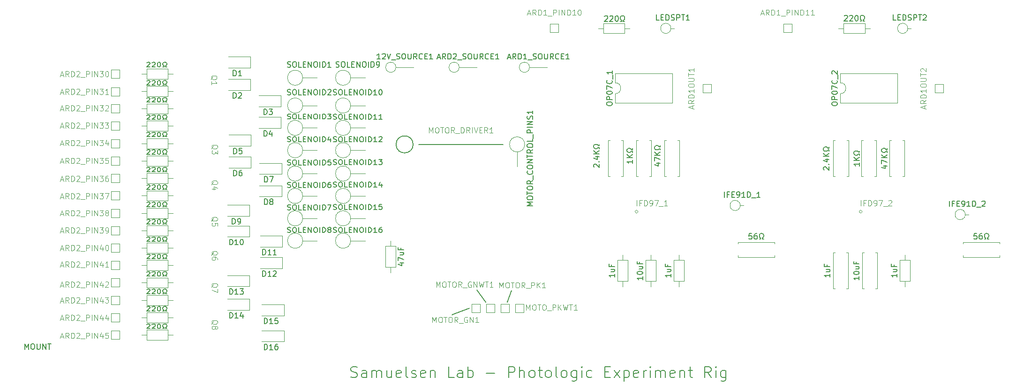
<source format=gbr>
%TF.GenerationSoftware,KiCad,Pcbnew,7.0.6*%
%TF.CreationDate,2023-08-10T10:09:16-04:00*%
%TF.ProjectId,Final_PCB,46696e61-6c5f-4504-9342-2e6b69636164,rev?*%
%TF.SameCoordinates,Original*%
%TF.FileFunction,Legend,Top*%
%TF.FilePolarity,Positive*%
%FSLAX46Y46*%
G04 Gerber Fmt 4.6, Leading zero omitted, Abs format (unit mm)*
G04 Created by KiCad (PCBNEW 7.0.6) date 2023-08-10 10:09:16*
%MOMM*%
%LPD*%
G01*
G04 APERTURE LIST*
%ADD10C,0.150000*%
%ADD11C,0.100000*%
%ADD12C,0.120000*%
%ADD13C,0.200000*%
G04 APERTURE END LIST*
D10*
X162433000Y-123469400D02*
X160858200Y-121285000D01*
X159486600Y-124625100D02*
X156387800Y-125768100D01*
X166319200Y-123520200D02*
X167132000Y-121386600D01*
X138096836Y-137066200D02*
X138382550Y-137161438D01*
X138382550Y-137161438D02*
X138858741Y-137161438D01*
X138858741Y-137161438D02*
X139049217Y-137066200D01*
X139049217Y-137066200D02*
X139144455Y-136970961D01*
X139144455Y-136970961D02*
X139239693Y-136780485D01*
X139239693Y-136780485D02*
X139239693Y-136590009D01*
X139239693Y-136590009D02*
X139144455Y-136399533D01*
X139144455Y-136399533D02*
X139049217Y-136304295D01*
X139049217Y-136304295D02*
X138858741Y-136209057D01*
X138858741Y-136209057D02*
X138477788Y-136113819D01*
X138477788Y-136113819D02*
X138287312Y-136018580D01*
X138287312Y-136018580D02*
X138192074Y-135923342D01*
X138192074Y-135923342D02*
X138096836Y-135732866D01*
X138096836Y-135732866D02*
X138096836Y-135542390D01*
X138096836Y-135542390D02*
X138192074Y-135351914D01*
X138192074Y-135351914D02*
X138287312Y-135256676D01*
X138287312Y-135256676D02*
X138477788Y-135161438D01*
X138477788Y-135161438D02*
X138953979Y-135161438D01*
X138953979Y-135161438D02*
X139239693Y-135256676D01*
X140953979Y-137161438D02*
X140953979Y-136113819D01*
X140953979Y-136113819D02*
X140858741Y-135923342D01*
X140858741Y-135923342D02*
X140668265Y-135828104D01*
X140668265Y-135828104D02*
X140287312Y-135828104D01*
X140287312Y-135828104D02*
X140096836Y-135923342D01*
X140953979Y-137066200D02*
X140763503Y-137161438D01*
X140763503Y-137161438D02*
X140287312Y-137161438D01*
X140287312Y-137161438D02*
X140096836Y-137066200D01*
X140096836Y-137066200D02*
X140001598Y-136875723D01*
X140001598Y-136875723D02*
X140001598Y-136685247D01*
X140001598Y-136685247D02*
X140096836Y-136494771D01*
X140096836Y-136494771D02*
X140287312Y-136399533D01*
X140287312Y-136399533D02*
X140763503Y-136399533D01*
X140763503Y-136399533D02*
X140953979Y-136304295D01*
X141906360Y-137161438D02*
X141906360Y-135828104D01*
X141906360Y-136018580D02*
X142001598Y-135923342D01*
X142001598Y-135923342D02*
X142192074Y-135828104D01*
X142192074Y-135828104D02*
X142477789Y-135828104D01*
X142477789Y-135828104D02*
X142668265Y-135923342D01*
X142668265Y-135923342D02*
X142763503Y-136113819D01*
X142763503Y-136113819D02*
X142763503Y-137161438D01*
X142763503Y-136113819D02*
X142858741Y-135923342D01*
X142858741Y-135923342D02*
X143049217Y-135828104D01*
X143049217Y-135828104D02*
X143334931Y-135828104D01*
X143334931Y-135828104D02*
X143525408Y-135923342D01*
X143525408Y-135923342D02*
X143620646Y-136113819D01*
X143620646Y-136113819D02*
X143620646Y-137161438D01*
X145430170Y-135828104D02*
X145430170Y-137161438D01*
X144573027Y-135828104D02*
X144573027Y-136875723D01*
X144573027Y-136875723D02*
X144668265Y-137066200D01*
X144668265Y-137066200D02*
X144858741Y-137161438D01*
X144858741Y-137161438D02*
X145144456Y-137161438D01*
X145144456Y-137161438D02*
X145334932Y-137066200D01*
X145334932Y-137066200D02*
X145430170Y-136970961D01*
X147144456Y-137066200D02*
X146953980Y-137161438D01*
X146953980Y-137161438D02*
X146573027Y-137161438D01*
X146573027Y-137161438D02*
X146382551Y-137066200D01*
X146382551Y-137066200D02*
X146287313Y-136875723D01*
X146287313Y-136875723D02*
X146287313Y-136113819D01*
X146287313Y-136113819D02*
X146382551Y-135923342D01*
X146382551Y-135923342D02*
X146573027Y-135828104D01*
X146573027Y-135828104D02*
X146953980Y-135828104D01*
X146953980Y-135828104D02*
X147144456Y-135923342D01*
X147144456Y-135923342D02*
X147239694Y-136113819D01*
X147239694Y-136113819D02*
X147239694Y-136304295D01*
X147239694Y-136304295D02*
X146287313Y-136494771D01*
X148382551Y-137161438D02*
X148192075Y-137066200D01*
X148192075Y-137066200D02*
X148096837Y-136875723D01*
X148096837Y-136875723D02*
X148096837Y-135161438D01*
X149049218Y-137066200D02*
X149239694Y-137161438D01*
X149239694Y-137161438D02*
X149620646Y-137161438D01*
X149620646Y-137161438D02*
X149811123Y-137066200D01*
X149811123Y-137066200D02*
X149906361Y-136875723D01*
X149906361Y-136875723D02*
X149906361Y-136780485D01*
X149906361Y-136780485D02*
X149811123Y-136590009D01*
X149811123Y-136590009D02*
X149620646Y-136494771D01*
X149620646Y-136494771D02*
X149334932Y-136494771D01*
X149334932Y-136494771D02*
X149144456Y-136399533D01*
X149144456Y-136399533D02*
X149049218Y-136209057D01*
X149049218Y-136209057D02*
X149049218Y-136113819D01*
X149049218Y-136113819D02*
X149144456Y-135923342D01*
X149144456Y-135923342D02*
X149334932Y-135828104D01*
X149334932Y-135828104D02*
X149620646Y-135828104D01*
X149620646Y-135828104D02*
X149811123Y-135923342D01*
X151525409Y-137066200D02*
X151334933Y-137161438D01*
X151334933Y-137161438D02*
X150953980Y-137161438D01*
X150953980Y-137161438D02*
X150763504Y-137066200D01*
X150763504Y-137066200D02*
X150668266Y-136875723D01*
X150668266Y-136875723D02*
X150668266Y-136113819D01*
X150668266Y-136113819D02*
X150763504Y-135923342D01*
X150763504Y-135923342D02*
X150953980Y-135828104D01*
X150953980Y-135828104D02*
X151334933Y-135828104D01*
X151334933Y-135828104D02*
X151525409Y-135923342D01*
X151525409Y-135923342D02*
X151620647Y-136113819D01*
X151620647Y-136113819D02*
X151620647Y-136304295D01*
X151620647Y-136304295D02*
X150668266Y-136494771D01*
X152477790Y-135828104D02*
X152477790Y-137161438D01*
X152477790Y-136018580D02*
X152573028Y-135923342D01*
X152573028Y-135923342D02*
X152763504Y-135828104D01*
X152763504Y-135828104D02*
X153049219Y-135828104D01*
X153049219Y-135828104D02*
X153239695Y-135923342D01*
X153239695Y-135923342D02*
X153334933Y-136113819D01*
X153334933Y-136113819D02*
X153334933Y-137161438D01*
X156763505Y-137161438D02*
X155811124Y-137161438D01*
X155811124Y-137161438D02*
X155811124Y-135161438D01*
X158287315Y-137161438D02*
X158287315Y-136113819D01*
X158287315Y-136113819D02*
X158192077Y-135923342D01*
X158192077Y-135923342D02*
X158001601Y-135828104D01*
X158001601Y-135828104D02*
X157620648Y-135828104D01*
X157620648Y-135828104D02*
X157430172Y-135923342D01*
X158287315Y-137066200D02*
X158096839Y-137161438D01*
X158096839Y-137161438D02*
X157620648Y-137161438D01*
X157620648Y-137161438D02*
X157430172Y-137066200D01*
X157430172Y-137066200D02*
X157334934Y-136875723D01*
X157334934Y-136875723D02*
X157334934Y-136685247D01*
X157334934Y-136685247D02*
X157430172Y-136494771D01*
X157430172Y-136494771D02*
X157620648Y-136399533D01*
X157620648Y-136399533D02*
X158096839Y-136399533D01*
X158096839Y-136399533D02*
X158287315Y-136304295D01*
X159239696Y-137161438D02*
X159239696Y-135161438D01*
X159239696Y-135923342D02*
X159430172Y-135828104D01*
X159430172Y-135828104D02*
X159811125Y-135828104D01*
X159811125Y-135828104D02*
X160001601Y-135923342D01*
X160001601Y-135923342D02*
X160096839Y-136018580D01*
X160096839Y-136018580D02*
X160192077Y-136209057D01*
X160192077Y-136209057D02*
X160192077Y-136780485D01*
X160192077Y-136780485D02*
X160096839Y-136970961D01*
X160096839Y-136970961D02*
X160001601Y-137066200D01*
X160001601Y-137066200D02*
X159811125Y-137161438D01*
X159811125Y-137161438D02*
X159430172Y-137161438D01*
X159430172Y-137161438D02*
X159239696Y-137066200D01*
X162573030Y-136399533D02*
X164096840Y-136399533D01*
X166573030Y-137161438D02*
X166573030Y-135161438D01*
X166573030Y-135161438D02*
X167334935Y-135161438D01*
X167334935Y-135161438D02*
X167525411Y-135256676D01*
X167525411Y-135256676D02*
X167620649Y-135351914D01*
X167620649Y-135351914D02*
X167715887Y-135542390D01*
X167715887Y-135542390D02*
X167715887Y-135828104D01*
X167715887Y-135828104D02*
X167620649Y-136018580D01*
X167620649Y-136018580D02*
X167525411Y-136113819D01*
X167525411Y-136113819D02*
X167334935Y-136209057D01*
X167334935Y-136209057D02*
X166573030Y-136209057D01*
X168573030Y-137161438D02*
X168573030Y-135161438D01*
X169430173Y-137161438D02*
X169430173Y-136113819D01*
X169430173Y-136113819D02*
X169334935Y-135923342D01*
X169334935Y-135923342D02*
X169144459Y-135828104D01*
X169144459Y-135828104D02*
X168858744Y-135828104D01*
X168858744Y-135828104D02*
X168668268Y-135923342D01*
X168668268Y-135923342D02*
X168573030Y-136018580D01*
X170668268Y-137161438D02*
X170477792Y-137066200D01*
X170477792Y-137066200D02*
X170382554Y-136970961D01*
X170382554Y-136970961D02*
X170287316Y-136780485D01*
X170287316Y-136780485D02*
X170287316Y-136209057D01*
X170287316Y-136209057D02*
X170382554Y-136018580D01*
X170382554Y-136018580D02*
X170477792Y-135923342D01*
X170477792Y-135923342D02*
X170668268Y-135828104D01*
X170668268Y-135828104D02*
X170953983Y-135828104D01*
X170953983Y-135828104D02*
X171144459Y-135923342D01*
X171144459Y-135923342D02*
X171239697Y-136018580D01*
X171239697Y-136018580D02*
X171334935Y-136209057D01*
X171334935Y-136209057D02*
X171334935Y-136780485D01*
X171334935Y-136780485D02*
X171239697Y-136970961D01*
X171239697Y-136970961D02*
X171144459Y-137066200D01*
X171144459Y-137066200D02*
X170953983Y-137161438D01*
X170953983Y-137161438D02*
X170668268Y-137161438D01*
X171906364Y-135828104D02*
X172668268Y-135828104D01*
X172192078Y-135161438D02*
X172192078Y-136875723D01*
X172192078Y-136875723D02*
X172287316Y-137066200D01*
X172287316Y-137066200D02*
X172477792Y-137161438D01*
X172477792Y-137161438D02*
X172668268Y-137161438D01*
X173620649Y-137161438D02*
X173430173Y-137066200D01*
X173430173Y-137066200D02*
X173334935Y-136970961D01*
X173334935Y-136970961D02*
X173239697Y-136780485D01*
X173239697Y-136780485D02*
X173239697Y-136209057D01*
X173239697Y-136209057D02*
X173334935Y-136018580D01*
X173334935Y-136018580D02*
X173430173Y-135923342D01*
X173430173Y-135923342D02*
X173620649Y-135828104D01*
X173620649Y-135828104D02*
X173906364Y-135828104D01*
X173906364Y-135828104D02*
X174096840Y-135923342D01*
X174096840Y-135923342D02*
X174192078Y-136018580D01*
X174192078Y-136018580D02*
X174287316Y-136209057D01*
X174287316Y-136209057D02*
X174287316Y-136780485D01*
X174287316Y-136780485D02*
X174192078Y-136970961D01*
X174192078Y-136970961D02*
X174096840Y-137066200D01*
X174096840Y-137066200D02*
X173906364Y-137161438D01*
X173906364Y-137161438D02*
X173620649Y-137161438D01*
X175430173Y-137161438D02*
X175239697Y-137066200D01*
X175239697Y-137066200D02*
X175144459Y-136875723D01*
X175144459Y-136875723D02*
X175144459Y-135161438D01*
X176477792Y-137161438D02*
X176287316Y-137066200D01*
X176287316Y-137066200D02*
X176192078Y-136970961D01*
X176192078Y-136970961D02*
X176096840Y-136780485D01*
X176096840Y-136780485D02*
X176096840Y-136209057D01*
X176096840Y-136209057D02*
X176192078Y-136018580D01*
X176192078Y-136018580D02*
X176287316Y-135923342D01*
X176287316Y-135923342D02*
X176477792Y-135828104D01*
X176477792Y-135828104D02*
X176763507Y-135828104D01*
X176763507Y-135828104D02*
X176953983Y-135923342D01*
X176953983Y-135923342D02*
X177049221Y-136018580D01*
X177049221Y-136018580D02*
X177144459Y-136209057D01*
X177144459Y-136209057D02*
X177144459Y-136780485D01*
X177144459Y-136780485D02*
X177049221Y-136970961D01*
X177049221Y-136970961D02*
X176953983Y-137066200D01*
X176953983Y-137066200D02*
X176763507Y-137161438D01*
X176763507Y-137161438D02*
X176477792Y-137161438D01*
X178858745Y-135828104D02*
X178858745Y-137447152D01*
X178858745Y-137447152D02*
X178763507Y-137637628D01*
X178763507Y-137637628D02*
X178668269Y-137732866D01*
X178668269Y-137732866D02*
X178477792Y-137828104D01*
X178477792Y-137828104D02*
X178192078Y-137828104D01*
X178192078Y-137828104D02*
X178001602Y-137732866D01*
X178858745Y-137066200D02*
X178668269Y-137161438D01*
X178668269Y-137161438D02*
X178287316Y-137161438D01*
X178287316Y-137161438D02*
X178096840Y-137066200D01*
X178096840Y-137066200D02*
X178001602Y-136970961D01*
X178001602Y-136970961D02*
X177906364Y-136780485D01*
X177906364Y-136780485D02*
X177906364Y-136209057D01*
X177906364Y-136209057D02*
X178001602Y-136018580D01*
X178001602Y-136018580D02*
X178096840Y-135923342D01*
X178096840Y-135923342D02*
X178287316Y-135828104D01*
X178287316Y-135828104D02*
X178668269Y-135828104D01*
X178668269Y-135828104D02*
X178858745Y-135923342D01*
X179811126Y-137161438D02*
X179811126Y-135828104D01*
X179811126Y-135161438D02*
X179715888Y-135256676D01*
X179715888Y-135256676D02*
X179811126Y-135351914D01*
X179811126Y-135351914D02*
X179906364Y-135256676D01*
X179906364Y-135256676D02*
X179811126Y-135161438D01*
X179811126Y-135161438D02*
X179811126Y-135351914D01*
X181620650Y-137066200D02*
X181430174Y-137161438D01*
X181430174Y-137161438D02*
X181049221Y-137161438D01*
X181049221Y-137161438D02*
X180858745Y-137066200D01*
X180858745Y-137066200D02*
X180763507Y-136970961D01*
X180763507Y-136970961D02*
X180668269Y-136780485D01*
X180668269Y-136780485D02*
X180668269Y-136209057D01*
X180668269Y-136209057D02*
X180763507Y-136018580D01*
X180763507Y-136018580D02*
X180858745Y-135923342D01*
X180858745Y-135923342D02*
X181049221Y-135828104D01*
X181049221Y-135828104D02*
X181430174Y-135828104D01*
X181430174Y-135828104D02*
X181620650Y-135923342D01*
X184001603Y-136113819D02*
X184668270Y-136113819D01*
X184953984Y-137161438D02*
X184001603Y-137161438D01*
X184001603Y-137161438D02*
X184001603Y-135161438D01*
X184001603Y-135161438D02*
X184953984Y-135161438D01*
X185620651Y-137161438D02*
X186668270Y-135828104D01*
X185620651Y-135828104D02*
X186668270Y-137161438D01*
X187430175Y-135828104D02*
X187430175Y-137828104D01*
X187430175Y-135923342D02*
X187620651Y-135828104D01*
X187620651Y-135828104D02*
X188001604Y-135828104D01*
X188001604Y-135828104D02*
X188192080Y-135923342D01*
X188192080Y-135923342D02*
X188287318Y-136018580D01*
X188287318Y-136018580D02*
X188382556Y-136209057D01*
X188382556Y-136209057D02*
X188382556Y-136780485D01*
X188382556Y-136780485D02*
X188287318Y-136970961D01*
X188287318Y-136970961D02*
X188192080Y-137066200D01*
X188192080Y-137066200D02*
X188001604Y-137161438D01*
X188001604Y-137161438D02*
X187620651Y-137161438D01*
X187620651Y-137161438D02*
X187430175Y-137066200D01*
X190001604Y-137066200D02*
X189811128Y-137161438D01*
X189811128Y-137161438D02*
X189430175Y-137161438D01*
X189430175Y-137161438D02*
X189239699Y-137066200D01*
X189239699Y-137066200D02*
X189144461Y-136875723D01*
X189144461Y-136875723D02*
X189144461Y-136113819D01*
X189144461Y-136113819D02*
X189239699Y-135923342D01*
X189239699Y-135923342D02*
X189430175Y-135828104D01*
X189430175Y-135828104D02*
X189811128Y-135828104D01*
X189811128Y-135828104D02*
X190001604Y-135923342D01*
X190001604Y-135923342D02*
X190096842Y-136113819D01*
X190096842Y-136113819D02*
X190096842Y-136304295D01*
X190096842Y-136304295D02*
X189144461Y-136494771D01*
X190953985Y-137161438D02*
X190953985Y-135828104D01*
X190953985Y-136209057D02*
X191049223Y-136018580D01*
X191049223Y-136018580D02*
X191144461Y-135923342D01*
X191144461Y-135923342D02*
X191334937Y-135828104D01*
X191334937Y-135828104D02*
X191525414Y-135828104D01*
X192192080Y-137161438D02*
X192192080Y-135828104D01*
X192192080Y-135161438D02*
X192096842Y-135256676D01*
X192096842Y-135256676D02*
X192192080Y-135351914D01*
X192192080Y-135351914D02*
X192287318Y-135256676D01*
X192287318Y-135256676D02*
X192192080Y-135161438D01*
X192192080Y-135161438D02*
X192192080Y-135351914D01*
X193144461Y-137161438D02*
X193144461Y-135828104D01*
X193144461Y-136018580D02*
X193239699Y-135923342D01*
X193239699Y-135923342D02*
X193430175Y-135828104D01*
X193430175Y-135828104D02*
X193715890Y-135828104D01*
X193715890Y-135828104D02*
X193906366Y-135923342D01*
X193906366Y-135923342D02*
X194001604Y-136113819D01*
X194001604Y-136113819D02*
X194001604Y-137161438D01*
X194001604Y-136113819D02*
X194096842Y-135923342D01*
X194096842Y-135923342D02*
X194287318Y-135828104D01*
X194287318Y-135828104D02*
X194573032Y-135828104D01*
X194573032Y-135828104D02*
X194763509Y-135923342D01*
X194763509Y-135923342D02*
X194858747Y-136113819D01*
X194858747Y-136113819D02*
X194858747Y-137161438D01*
X196573033Y-137066200D02*
X196382557Y-137161438D01*
X196382557Y-137161438D02*
X196001604Y-137161438D01*
X196001604Y-137161438D02*
X195811128Y-137066200D01*
X195811128Y-137066200D02*
X195715890Y-136875723D01*
X195715890Y-136875723D02*
X195715890Y-136113819D01*
X195715890Y-136113819D02*
X195811128Y-135923342D01*
X195811128Y-135923342D02*
X196001604Y-135828104D01*
X196001604Y-135828104D02*
X196382557Y-135828104D01*
X196382557Y-135828104D02*
X196573033Y-135923342D01*
X196573033Y-135923342D02*
X196668271Y-136113819D01*
X196668271Y-136113819D02*
X196668271Y-136304295D01*
X196668271Y-136304295D02*
X195715890Y-136494771D01*
X197525414Y-135828104D02*
X197525414Y-137161438D01*
X197525414Y-136018580D02*
X197620652Y-135923342D01*
X197620652Y-135923342D02*
X197811128Y-135828104D01*
X197811128Y-135828104D02*
X198096843Y-135828104D01*
X198096843Y-135828104D02*
X198287319Y-135923342D01*
X198287319Y-135923342D02*
X198382557Y-136113819D01*
X198382557Y-136113819D02*
X198382557Y-137161438D01*
X199049224Y-135828104D02*
X199811128Y-135828104D01*
X199334938Y-135161438D02*
X199334938Y-136875723D01*
X199334938Y-136875723D02*
X199430176Y-137066200D01*
X199430176Y-137066200D02*
X199620652Y-137161438D01*
X199620652Y-137161438D02*
X199811128Y-137161438D01*
X203144462Y-137161438D02*
X202477795Y-136209057D01*
X202001605Y-137161438D02*
X202001605Y-135161438D01*
X202001605Y-135161438D02*
X202763510Y-135161438D01*
X202763510Y-135161438D02*
X202953986Y-135256676D01*
X202953986Y-135256676D02*
X203049224Y-135351914D01*
X203049224Y-135351914D02*
X203144462Y-135542390D01*
X203144462Y-135542390D02*
X203144462Y-135828104D01*
X203144462Y-135828104D02*
X203049224Y-136018580D01*
X203049224Y-136018580D02*
X202953986Y-136113819D01*
X202953986Y-136113819D02*
X202763510Y-136209057D01*
X202763510Y-136209057D02*
X202001605Y-136209057D01*
X204001605Y-137161438D02*
X204001605Y-135828104D01*
X204001605Y-135161438D02*
X203906367Y-135256676D01*
X203906367Y-135256676D02*
X204001605Y-135351914D01*
X204001605Y-135351914D02*
X204096843Y-135256676D01*
X204096843Y-135256676D02*
X204001605Y-135161438D01*
X204001605Y-135161438D02*
X204001605Y-135351914D01*
X205811129Y-135828104D02*
X205811129Y-137447152D01*
X205811129Y-137447152D02*
X205715891Y-137637628D01*
X205715891Y-137637628D02*
X205620653Y-137732866D01*
X205620653Y-137732866D02*
X205430176Y-137828104D01*
X205430176Y-137828104D02*
X205144462Y-137828104D01*
X205144462Y-137828104D02*
X204953986Y-137732866D01*
X205811129Y-137066200D02*
X205620653Y-137161438D01*
X205620653Y-137161438D02*
X205239700Y-137161438D01*
X205239700Y-137161438D02*
X205049224Y-137066200D01*
X205049224Y-137066200D02*
X204953986Y-136970961D01*
X204953986Y-136970961D02*
X204858748Y-136780485D01*
X204858748Y-136780485D02*
X204858748Y-136209057D01*
X204858748Y-136209057D02*
X204953986Y-136018580D01*
X204953986Y-136018580D02*
X205049224Y-135923342D01*
X205049224Y-135923342D02*
X205239700Y-135828104D01*
X205239700Y-135828104D02*
X205620653Y-135828104D01*
X205620653Y-135828104D02*
X205811129Y-135923342D01*
X236537809Y-72474219D02*
X236061619Y-72474219D01*
X236061619Y-72474219D02*
X236061619Y-71474219D01*
X236871143Y-71950409D02*
X237204476Y-71950409D01*
X237347333Y-72474219D02*
X236871143Y-72474219D01*
X236871143Y-72474219D02*
X236871143Y-71474219D01*
X236871143Y-71474219D02*
X237347333Y-71474219D01*
X237775905Y-72474219D02*
X237775905Y-71474219D01*
X237775905Y-71474219D02*
X238014000Y-71474219D01*
X238014000Y-71474219D02*
X238156857Y-71521838D01*
X238156857Y-71521838D02*
X238252095Y-71617076D01*
X238252095Y-71617076D02*
X238299714Y-71712314D01*
X238299714Y-71712314D02*
X238347333Y-71902790D01*
X238347333Y-71902790D02*
X238347333Y-72045647D01*
X238347333Y-72045647D02*
X238299714Y-72236123D01*
X238299714Y-72236123D02*
X238252095Y-72331361D01*
X238252095Y-72331361D02*
X238156857Y-72426600D01*
X238156857Y-72426600D02*
X238014000Y-72474219D01*
X238014000Y-72474219D02*
X237775905Y-72474219D01*
X238728286Y-72426600D02*
X238871143Y-72474219D01*
X238871143Y-72474219D02*
X239109238Y-72474219D01*
X239109238Y-72474219D02*
X239204476Y-72426600D01*
X239204476Y-72426600D02*
X239252095Y-72378980D01*
X239252095Y-72378980D02*
X239299714Y-72283742D01*
X239299714Y-72283742D02*
X239299714Y-72188504D01*
X239299714Y-72188504D02*
X239252095Y-72093266D01*
X239252095Y-72093266D02*
X239204476Y-72045647D01*
X239204476Y-72045647D02*
X239109238Y-71998028D01*
X239109238Y-71998028D02*
X238918762Y-71950409D01*
X238918762Y-71950409D02*
X238823524Y-71902790D01*
X238823524Y-71902790D02*
X238775905Y-71855171D01*
X238775905Y-71855171D02*
X238728286Y-71759933D01*
X238728286Y-71759933D02*
X238728286Y-71664695D01*
X238728286Y-71664695D02*
X238775905Y-71569457D01*
X238775905Y-71569457D02*
X238823524Y-71521838D01*
X238823524Y-71521838D02*
X238918762Y-71474219D01*
X238918762Y-71474219D02*
X239156857Y-71474219D01*
X239156857Y-71474219D02*
X239299714Y-71521838D01*
X239728286Y-72474219D02*
X239728286Y-71474219D01*
X239728286Y-71474219D02*
X240109238Y-71474219D01*
X240109238Y-71474219D02*
X240204476Y-71521838D01*
X240204476Y-71521838D02*
X240252095Y-71569457D01*
X240252095Y-71569457D02*
X240299714Y-71664695D01*
X240299714Y-71664695D02*
X240299714Y-71807552D01*
X240299714Y-71807552D02*
X240252095Y-71902790D01*
X240252095Y-71902790D02*
X240204476Y-71950409D01*
X240204476Y-71950409D02*
X240109238Y-71998028D01*
X240109238Y-71998028D02*
X239728286Y-71998028D01*
X240585429Y-71474219D02*
X241156857Y-71474219D01*
X240871143Y-72474219D02*
X240871143Y-71474219D01*
X241442572Y-71569457D02*
X241490191Y-71521838D01*
X241490191Y-71521838D02*
X241585429Y-71474219D01*
X241585429Y-71474219D02*
X241823524Y-71474219D01*
X241823524Y-71474219D02*
X241918762Y-71521838D01*
X241918762Y-71521838D02*
X241966381Y-71569457D01*
X241966381Y-71569457D02*
X242014000Y-71664695D01*
X242014000Y-71664695D02*
X242014000Y-71759933D01*
X242014000Y-71759933D02*
X241966381Y-71902790D01*
X241966381Y-71902790D02*
X241394953Y-72474219D01*
X241394953Y-72474219D02*
X242014000Y-72474219D01*
X126649229Y-102676900D02*
X126792086Y-102719757D01*
X126792086Y-102719757D02*
X127030181Y-102719757D01*
X127030181Y-102719757D02*
X127125419Y-102676900D01*
X127125419Y-102676900D02*
X127173038Y-102634042D01*
X127173038Y-102634042D02*
X127220657Y-102548328D01*
X127220657Y-102548328D02*
X127220657Y-102462614D01*
X127220657Y-102462614D02*
X127173038Y-102376900D01*
X127173038Y-102376900D02*
X127125419Y-102334042D01*
X127125419Y-102334042D02*
X127030181Y-102291185D01*
X127030181Y-102291185D02*
X126839705Y-102248328D01*
X126839705Y-102248328D02*
X126744467Y-102205471D01*
X126744467Y-102205471D02*
X126696848Y-102162614D01*
X126696848Y-102162614D02*
X126649229Y-102076900D01*
X126649229Y-102076900D02*
X126649229Y-101991185D01*
X126649229Y-101991185D02*
X126696848Y-101905471D01*
X126696848Y-101905471D02*
X126744467Y-101862614D01*
X126744467Y-101862614D02*
X126839705Y-101819757D01*
X126839705Y-101819757D02*
X127077800Y-101819757D01*
X127077800Y-101819757D02*
X127220657Y-101862614D01*
X127839705Y-101819757D02*
X128030181Y-101819757D01*
X128030181Y-101819757D02*
X128125419Y-101862614D01*
X128125419Y-101862614D02*
X128220657Y-101948328D01*
X128220657Y-101948328D02*
X128268276Y-102119757D01*
X128268276Y-102119757D02*
X128268276Y-102419757D01*
X128268276Y-102419757D02*
X128220657Y-102591185D01*
X128220657Y-102591185D02*
X128125419Y-102676900D01*
X128125419Y-102676900D02*
X128030181Y-102719757D01*
X128030181Y-102719757D02*
X127839705Y-102719757D01*
X127839705Y-102719757D02*
X127744467Y-102676900D01*
X127744467Y-102676900D02*
X127649229Y-102591185D01*
X127649229Y-102591185D02*
X127601610Y-102419757D01*
X127601610Y-102419757D02*
X127601610Y-102119757D01*
X127601610Y-102119757D02*
X127649229Y-101948328D01*
X127649229Y-101948328D02*
X127744467Y-101862614D01*
X127744467Y-101862614D02*
X127839705Y-101819757D01*
X129173038Y-102719757D02*
X128696848Y-102719757D01*
X128696848Y-102719757D02*
X128696848Y-101819757D01*
X129506372Y-102248328D02*
X129839705Y-102248328D01*
X129982562Y-102719757D02*
X129506372Y-102719757D01*
X129506372Y-102719757D02*
X129506372Y-101819757D01*
X129506372Y-101819757D02*
X129982562Y-101819757D01*
X130411134Y-102719757D02*
X130411134Y-101819757D01*
X130411134Y-101819757D02*
X130982562Y-102719757D01*
X130982562Y-102719757D02*
X130982562Y-101819757D01*
X131649229Y-101819757D02*
X131839705Y-101819757D01*
X131839705Y-101819757D02*
X131934943Y-101862614D01*
X131934943Y-101862614D02*
X132030181Y-101948328D01*
X132030181Y-101948328D02*
X132077800Y-102119757D01*
X132077800Y-102119757D02*
X132077800Y-102419757D01*
X132077800Y-102419757D02*
X132030181Y-102591185D01*
X132030181Y-102591185D02*
X131934943Y-102676900D01*
X131934943Y-102676900D02*
X131839705Y-102719757D01*
X131839705Y-102719757D02*
X131649229Y-102719757D01*
X131649229Y-102719757D02*
X131553991Y-102676900D01*
X131553991Y-102676900D02*
X131458753Y-102591185D01*
X131458753Y-102591185D02*
X131411134Y-102419757D01*
X131411134Y-102419757D02*
X131411134Y-102119757D01*
X131411134Y-102119757D02*
X131458753Y-101948328D01*
X131458753Y-101948328D02*
X131553991Y-101862614D01*
X131553991Y-101862614D02*
X131649229Y-101819757D01*
X132506372Y-102719757D02*
X132506372Y-101819757D01*
X132982562Y-102719757D02*
X132982562Y-101819757D01*
X132982562Y-101819757D02*
X133220657Y-101819757D01*
X133220657Y-101819757D02*
X133363514Y-101862614D01*
X133363514Y-101862614D02*
X133458752Y-101948328D01*
X133458752Y-101948328D02*
X133506371Y-102034042D01*
X133506371Y-102034042D02*
X133553990Y-102205471D01*
X133553990Y-102205471D02*
X133553990Y-102334042D01*
X133553990Y-102334042D02*
X133506371Y-102505471D01*
X133506371Y-102505471D02*
X133458752Y-102591185D01*
X133458752Y-102591185D02*
X133363514Y-102676900D01*
X133363514Y-102676900D02*
X133220657Y-102719757D01*
X133220657Y-102719757D02*
X132982562Y-102719757D01*
X134411133Y-101819757D02*
X134220657Y-101819757D01*
X134220657Y-101819757D02*
X134125419Y-101862614D01*
X134125419Y-101862614D02*
X134077800Y-101905471D01*
X134077800Y-101905471D02*
X133982562Y-102034042D01*
X133982562Y-102034042D02*
X133934943Y-102205471D01*
X133934943Y-102205471D02*
X133934943Y-102548328D01*
X133934943Y-102548328D02*
X133982562Y-102634042D01*
X133982562Y-102634042D02*
X134030181Y-102676900D01*
X134030181Y-102676900D02*
X134125419Y-102719757D01*
X134125419Y-102719757D02*
X134315895Y-102719757D01*
X134315895Y-102719757D02*
X134411133Y-102676900D01*
X134411133Y-102676900D02*
X134458752Y-102634042D01*
X134458752Y-102634042D02*
X134506371Y-102548328D01*
X134506371Y-102548328D02*
X134506371Y-102334042D01*
X134506371Y-102334042D02*
X134458752Y-102248328D01*
X134458752Y-102248328D02*
X134411133Y-102205471D01*
X134411133Y-102205471D02*
X134315895Y-102162614D01*
X134315895Y-102162614D02*
X134125419Y-102162614D01*
X134125419Y-102162614D02*
X134030181Y-102205471D01*
X134030181Y-102205471D02*
X133982562Y-102248328D01*
X133982562Y-102248328D02*
X133934943Y-102334042D01*
D11*
X85708076Y-104513704D02*
X86184266Y-104513704D01*
X85612838Y-104799419D02*
X85946171Y-103799419D01*
X85946171Y-103799419D02*
X86279504Y-104799419D01*
X87184266Y-104799419D02*
X86850933Y-104323228D01*
X86612838Y-104799419D02*
X86612838Y-103799419D01*
X86612838Y-103799419D02*
X86993790Y-103799419D01*
X86993790Y-103799419D02*
X87089028Y-103847038D01*
X87089028Y-103847038D02*
X87136647Y-103894657D01*
X87136647Y-103894657D02*
X87184266Y-103989895D01*
X87184266Y-103989895D02*
X87184266Y-104132752D01*
X87184266Y-104132752D02*
X87136647Y-104227990D01*
X87136647Y-104227990D02*
X87089028Y-104275609D01*
X87089028Y-104275609D02*
X86993790Y-104323228D01*
X86993790Y-104323228D02*
X86612838Y-104323228D01*
X87612838Y-104799419D02*
X87612838Y-103799419D01*
X87612838Y-103799419D02*
X87850933Y-103799419D01*
X87850933Y-103799419D02*
X87993790Y-103847038D01*
X87993790Y-103847038D02*
X88089028Y-103942276D01*
X88089028Y-103942276D02*
X88136647Y-104037514D01*
X88136647Y-104037514D02*
X88184266Y-104227990D01*
X88184266Y-104227990D02*
X88184266Y-104370847D01*
X88184266Y-104370847D02*
X88136647Y-104561323D01*
X88136647Y-104561323D02*
X88089028Y-104656561D01*
X88089028Y-104656561D02*
X87993790Y-104751800D01*
X87993790Y-104751800D02*
X87850933Y-104799419D01*
X87850933Y-104799419D02*
X87612838Y-104799419D01*
X88565219Y-103894657D02*
X88612838Y-103847038D01*
X88612838Y-103847038D02*
X88708076Y-103799419D01*
X88708076Y-103799419D02*
X88946171Y-103799419D01*
X88946171Y-103799419D02*
X89041409Y-103847038D01*
X89041409Y-103847038D02*
X89089028Y-103894657D01*
X89089028Y-103894657D02*
X89136647Y-103989895D01*
X89136647Y-103989895D02*
X89136647Y-104085133D01*
X89136647Y-104085133D02*
X89089028Y-104227990D01*
X89089028Y-104227990D02*
X88517600Y-104799419D01*
X88517600Y-104799419D02*
X89136647Y-104799419D01*
X89327124Y-104894657D02*
X90089028Y-104894657D01*
X90327124Y-104799419D02*
X90327124Y-103799419D01*
X90327124Y-103799419D02*
X90708076Y-103799419D01*
X90708076Y-103799419D02*
X90803314Y-103847038D01*
X90803314Y-103847038D02*
X90850933Y-103894657D01*
X90850933Y-103894657D02*
X90898552Y-103989895D01*
X90898552Y-103989895D02*
X90898552Y-104132752D01*
X90898552Y-104132752D02*
X90850933Y-104227990D01*
X90850933Y-104227990D02*
X90803314Y-104275609D01*
X90803314Y-104275609D02*
X90708076Y-104323228D01*
X90708076Y-104323228D02*
X90327124Y-104323228D01*
X91327124Y-104799419D02*
X91327124Y-103799419D01*
X91803314Y-104799419D02*
X91803314Y-103799419D01*
X91803314Y-103799419D02*
X92374742Y-104799419D01*
X92374742Y-104799419D02*
X92374742Y-103799419D01*
X92755695Y-103799419D02*
X93374742Y-103799419D01*
X93374742Y-103799419D02*
X93041409Y-104180371D01*
X93041409Y-104180371D02*
X93184266Y-104180371D01*
X93184266Y-104180371D02*
X93279504Y-104227990D01*
X93279504Y-104227990D02*
X93327123Y-104275609D01*
X93327123Y-104275609D02*
X93374742Y-104370847D01*
X93374742Y-104370847D02*
X93374742Y-104608942D01*
X93374742Y-104608942D02*
X93327123Y-104704180D01*
X93327123Y-104704180D02*
X93279504Y-104751800D01*
X93279504Y-104751800D02*
X93184266Y-104799419D01*
X93184266Y-104799419D02*
X92898552Y-104799419D01*
X92898552Y-104799419D02*
X92803314Y-104751800D01*
X92803314Y-104751800D02*
X92755695Y-104704180D01*
X93708076Y-103799419D02*
X94374742Y-103799419D01*
X94374742Y-103799419D02*
X93946171Y-104799419D01*
D10*
X101263676Y-124377885D02*
X101311295Y-124339790D01*
X101311295Y-124339790D02*
X101406533Y-124301695D01*
X101406533Y-124301695D02*
X101644628Y-124301695D01*
X101644628Y-124301695D02*
X101739866Y-124339790D01*
X101739866Y-124339790D02*
X101787485Y-124377885D01*
X101787485Y-124377885D02*
X101835104Y-124454076D01*
X101835104Y-124454076D02*
X101835104Y-124530266D01*
X101835104Y-124530266D02*
X101787485Y-124644552D01*
X101787485Y-124644552D02*
X101216057Y-125101695D01*
X101216057Y-125101695D02*
X101835104Y-125101695D01*
X102216057Y-124377885D02*
X102263676Y-124339790D01*
X102263676Y-124339790D02*
X102358914Y-124301695D01*
X102358914Y-124301695D02*
X102597009Y-124301695D01*
X102597009Y-124301695D02*
X102692247Y-124339790D01*
X102692247Y-124339790D02*
X102739866Y-124377885D01*
X102739866Y-124377885D02*
X102787485Y-124454076D01*
X102787485Y-124454076D02*
X102787485Y-124530266D01*
X102787485Y-124530266D02*
X102739866Y-124644552D01*
X102739866Y-124644552D02*
X102168438Y-125101695D01*
X102168438Y-125101695D02*
X102787485Y-125101695D01*
X103406533Y-124301695D02*
X103501771Y-124301695D01*
X103501771Y-124301695D02*
X103597009Y-124339790D01*
X103597009Y-124339790D02*
X103644628Y-124377885D01*
X103644628Y-124377885D02*
X103692247Y-124454076D01*
X103692247Y-124454076D02*
X103739866Y-124606457D01*
X103739866Y-124606457D02*
X103739866Y-124796933D01*
X103739866Y-124796933D02*
X103692247Y-124949314D01*
X103692247Y-124949314D02*
X103644628Y-125025504D01*
X103644628Y-125025504D02*
X103597009Y-125063600D01*
X103597009Y-125063600D02*
X103501771Y-125101695D01*
X103501771Y-125101695D02*
X103406533Y-125101695D01*
X103406533Y-125101695D02*
X103311295Y-125063600D01*
X103311295Y-125063600D02*
X103263676Y-125025504D01*
X103263676Y-125025504D02*
X103216057Y-124949314D01*
X103216057Y-124949314D02*
X103168438Y-124796933D01*
X103168438Y-124796933D02*
X103168438Y-124606457D01*
X103168438Y-124606457D02*
X103216057Y-124454076D01*
X103216057Y-124454076D02*
X103263676Y-124377885D01*
X103263676Y-124377885D02*
X103311295Y-124339790D01*
X103311295Y-124339790D02*
X103406533Y-124301695D01*
X104120819Y-125101695D02*
X104358914Y-125101695D01*
X104358914Y-125101695D02*
X104358914Y-124949314D01*
X104358914Y-124949314D02*
X104263676Y-124911219D01*
X104263676Y-124911219D02*
X104168438Y-124835028D01*
X104168438Y-124835028D02*
X104120819Y-124720742D01*
X104120819Y-124720742D02*
X104120819Y-124530266D01*
X104120819Y-124530266D02*
X104168438Y-124415980D01*
X104168438Y-124415980D02*
X104263676Y-124339790D01*
X104263676Y-124339790D02*
X104406533Y-124301695D01*
X104406533Y-124301695D02*
X104597009Y-124301695D01*
X104597009Y-124301695D02*
X104739866Y-124339790D01*
X104739866Y-124339790D02*
X104835104Y-124415980D01*
X104835104Y-124415980D02*
X104882723Y-124530266D01*
X104882723Y-124530266D02*
X104882723Y-124720742D01*
X104882723Y-124720742D02*
X104835104Y-124835028D01*
X104835104Y-124835028D02*
X104739866Y-124911219D01*
X104739866Y-124911219D02*
X104644628Y-124949314D01*
X104644628Y-124949314D02*
X104644628Y-125101695D01*
X104644628Y-125101695D02*
X104882723Y-125101695D01*
D11*
X189743105Y-106045219D02*
X189743105Y-105045219D01*
X190552628Y-105521409D02*
X190219295Y-105521409D01*
X190219295Y-106045219D02*
X190219295Y-105045219D01*
X190219295Y-105045219D02*
X190695485Y-105045219D01*
X191076438Y-106045219D02*
X191076438Y-105045219D01*
X191076438Y-105045219D02*
X191314533Y-105045219D01*
X191314533Y-105045219D02*
X191457390Y-105092838D01*
X191457390Y-105092838D02*
X191552628Y-105188076D01*
X191552628Y-105188076D02*
X191600247Y-105283314D01*
X191600247Y-105283314D02*
X191647866Y-105473790D01*
X191647866Y-105473790D02*
X191647866Y-105616647D01*
X191647866Y-105616647D02*
X191600247Y-105807123D01*
X191600247Y-105807123D02*
X191552628Y-105902361D01*
X191552628Y-105902361D02*
X191457390Y-105997600D01*
X191457390Y-105997600D02*
X191314533Y-106045219D01*
X191314533Y-106045219D02*
X191076438Y-106045219D01*
X192124057Y-106045219D02*
X192314533Y-106045219D01*
X192314533Y-106045219D02*
X192409771Y-105997600D01*
X192409771Y-105997600D02*
X192457390Y-105949980D01*
X192457390Y-105949980D02*
X192552628Y-105807123D01*
X192552628Y-105807123D02*
X192600247Y-105616647D01*
X192600247Y-105616647D02*
X192600247Y-105235695D01*
X192600247Y-105235695D02*
X192552628Y-105140457D01*
X192552628Y-105140457D02*
X192505009Y-105092838D01*
X192505009Y-105092838D02*
X192409771Y-105045219D01*
X192409771Y-105045219D02*
X192219295Y-105045219D01*
X192219295Y-105045219D02*
X192124057Y-105092838D01*
X192124057Y-105092838D02*
X192076438Y-105140457D01*
X192076438Y-105140457D02*
X192028819Y-105235695D01*
X192028819Y-105235695D02*
X192028819Y-105473790D01*
X192028819Y-105473790D02*
X192076438Y-105569028D01*
X192076438Y-105569028D02*
X192124057Y-105616647D01*
X192124057Y-105616647D02*
X192219295Y-105664266D01*
X192219295Y-105664266D02*
X192409771Y-105664266D01*
X192409771Y-105664266D02*
X192505009Y-105616647D01*
X192505009Y-105616647D02*
X192552628Y-105569028D01*
X192552628Y-105569028D02*
X192600247Y-105473790D01*
X192933581Y-105045219D02*
X193600247Y-105045219D01*
X193600247Y-105045219D02*
X193171676Y-106045219D01*
X193743105Y-106140457D02*
X194505009Y-106140457D01*
X195266914Y-106045219D02*
X194695486Y-106045219D01*
X194981200Y-106045219D02*
X194981200Y-105045219D01*
X194981200Y-105045219D02*
X194885962Y-105188076D01*
X194885962Y-105188076D02*
X194790724Y-105283314D01*
X194790724Y-105283314D02*
X194695486Y-105330933D01*
X85708076Y-91738704D02*
X86184266Y-91738704D01*
X85612838Y-92024419D02*
X85946171Y-91024419D01*
X85946171Y-91024419D02*
X86279504Y-92024419D01*
X87184266Y-92024419D02*
X86850933Y-91548228D01*
X86612838Y-92024419D02*
X86612838Y-91024419D01*
X86612838Y-91024419D02*
X86993790Y-91024419D01*
X86993790Y-91024419D02*
X87089028Y-91072038D01*
X87089028Y-91072038D02*
X87136647Y-91119657D01*
X87136647Y-91119657D02*
X87184266Y-91214895D01*
X87184266Y-91214895D02*
X87184266Y-91357752D01*
X87184266Y-91357752D02*
X87136647Y-91452990D01*
X87136647Y-91452990D02*
X87089028Y-91500609D01*
X87089028Y-91500609D02*
X86993790Y-91548228D01*
X86993790Y-91548228D02*
X86612838Y-91548228D01*
X87612838Y-92024419D02*
X87612838Y-91024419D01*
X87612838Y-91024419D02*
X87850933Y-91024419D01*
X87850933Y-91024419D02*
X87993790Y-91072038D01*
X87993790Y-91072038D02*
X88089028Y-91167276D01*
X88089028Y-91167276D02*
X88136647Y-91262514D01*
X88136647Y-91262514D02*
X88184266Y-91452990D01*
X88184266Y-91452990D02*
X88184266Y-91595847D01*
X88184266Y-91595847D02*
X88136647Y-91786323D01*
X88136647Y-91786323D02*
X88089028Y-91881561D01*
X88089028Y-91881561D02*
X87993790Y-91976800D01*
X87993790Y-91976800D02*
X87850933Y-92024419D01*
X87850933Y-92024419D02*
X87612838Y-92024419D01*
X88565219Y-91119657D02*
X88612838Y-91072038D01*
X88612838Y-91072038D02*
X88708076Y-91024419D01*
X88708076Y-91024419D02*
X88946171Y-91024419D01*
X88946171Y-91024419D02*
X89041409Y-91072038D01*
X89041409Y-91072038D02*
X89089028Y-91119657D01*
X89089028Y-91119657D02*
X89136647Y-91214895D01*
X89136647Y-91214895D02*
X89136647Y-91310133D01*
X89136647Y-91310133D02*
X89089028Y-91452990D01*
X89089028Y-91452990D02*
X88517600Y-92024419D01*
X88517600Y-92024419D02*
X89136647Y-92024419D01*
X89327124Y-92119657D02*
X90089028Y-92119657D01*
X90327124Y-92024419D02*
X90327124Y-91024419D01*
X90327124Y-91024419D02*
X90708076Y-91024419D01*
X90708076Y-91024419D02*
X90803314Y-91072038D01*
X90803314Y-91072038D02*
X90850933Y-91119657D01*
X90850933Y-91119657D02*
X90898552Y-91214895D01*
X90898552Y-91214895D02*
X90898552Y-91357752D01*
X90898552Y-91357752D02*
X90850933Y-91452990D01*
X90850933Y-91452990D02*
X90803314Y-91500609D01*
X90803314Y-91500609D02*
X90708076Y-91548228D01*
X90708076Y-91548228D02*
X90327124Y-91548228D01*
X91327124Y-92024419D02*
X91327124Y-91024419D01*
X91803314Y-92024419D02*
X91803314Y-91024419D01*
X91803314Y-91024419D02*
X92374742Y-92024419D01*
X92374742Y-92024419D02*
X92374742Y-91024419D01*
X92755695Y-91024419D02*
X93374742Y-91024419D01*
X93374742Y-91024419D02*
X93041409Y-91405371D01*
X93041409Y-91405371D02*
X93184266Y-91405371D01*
X93184266Y-91405371D02*
X93279504Y-91452990D01*
X93279504Y-91452990D02*
X93327123Y-91500609D01*
X93327123Y-91500609D02*
X93374742Y-91595847D01*
X93374742Y-91595847D02*
X93374742Y-91833942D01*
X93374742Y-91833942D02*
X93327123Y-91929180D01*
X93327123Y-91929180D02*
X93279504Y-91976800D01*
X93279504Y-91976800D02*
X93184266Y-92024419D01*
X93184266Y-92024419D02*
X92898552Y-92024419D01*
X92898552Y-92024419D02*
X92803314Y-91976800D01*
X92803314Y-91976800D02*
X92755695Y-91929180D01*
X93708076Y-91024419D02*
X94327123Y-91024419D01*
X94327123Y-91024419D02*
X93993790Y-91405371D01*
X93993790Y-91405371D02*
X94136647Y-91405371D01*
X94136647Y-91405371D02*
X94231885Y-91452990D01*
X94231885Y-91452990D02*
X94279504Y-91500609D01*
X94279504Y-91500609D02*
X94327123Y-91595847D01*
X94327123Y-91595847D02*
X94327123Y-91833942D01*
X94327123Y-91833942D02*
X94279504Y-91929180D01*
X94279504Y-91929180D02*
X94231885Y-91976800D01*
X94231885Y-91976800D02*
X94136647Y-92024419D01*
X94136647Y-92024419D02*
X93850933Y-92024419D01*
X93850933Y-92024419D02*
X93755695Y-91976800D01*
X93755695Y-91976800D02*
X93708076Y-91929180D01*
D10*
X122401105Y-93463019D02*
X122401105Y-92463019D01*
X122401105Y-92463019D02*
X122639200Y-92463019D01*
X122639200Y-92463019D02*
X122782057Y-92510638D01*
X122782057Y-92510638D02*
X122877295Y-92605876D01*
X122877295Y-92605876D02*
X122924914Y-92701114D01*
X122924914Y-92701114D02*
X122972533Y-92891590D01*
X122972533Y-92891590D02*
X122972533Y-93034447D01*
X122972533Y-93034447D02*
X122924914Y-93224923D01*
X122924914Y-93224923D02*
X122877295Y-93320161D01*
X122877295Y-93320161D02*
X122782057Y-93415400D01*
X122782057Y-93415400D02*
X122639200Y-93463019D01*
X122639200Y-93463019D02*
X122401105Y-93463019D01*
X123829676Y-92796352D02*
X123829676Y-93463019D01*
X123591581Y-92415400D02*
X123353486Y-93129685D01*
X123353486Y-93129685D02*
X123972533Y-93129685D01*
X126649229Y-80917400D02*
X126792086Y-80965019D01*
X126792086Y-80965019D02*
X127030181Y-80965019D01*
X127030181Y-80965019D02*
X127125419Y-80917400D01*
X127125419Y-80917400D02*
X127173038Y-80869780D01*
X127173038Y-80869780D02*
X127220657Y-80774542D01*
X127220657Y-80774542D02*
X127220657Y-80679304D01*
X127220657Y-80679304D02*
X127173038Y-80584066D01*
X127173038Y-80584066D02*
X127125419Y-80536447D01*
X127125419Y-80536447D02*
X127030181Y-80488828D01*
X127030181Y-80488828D02*
X126839705Y-80441209D01*
X126839705Y-80441209D02*
X126744467Y-80393590D01*
X126744467Y-80393590D02*
X126696848Y-80345971D01*
X126696848Y-80345971D02*
X126649229Y-80250733D01*
X126649229Y-80250733D02*
X126649229Y-80155495D01*
X126649229Y-80155495D02*
X126696848Y-80060257D01*
X126696848Y-80060257D02*
X126744467Y-80012638D01*
X126744467Y-80012638D02*
X126839705Y-79965019D01*
X126839705Y-79965019D02*
X127077800Y-79965019D01*
X127077800Y-79965019D02*
X127220657Y-80012638D01*
X127839705Y-79965019D02*
X128030181Y-79965019D01*
X128030181Y-79965019D02*
X128125419Y-80012638D01*
X128125419Y-80012638D02*
X128220657Y-80107876D01*
X128220657Y-80107876D02*
X128268276Y-80298352D01*
X128268276Y-80298352D02*
X128268276Y-80631685D01*
X128268276Y-80631685D02*
X128220657Y-80822161D01*
X128220657Y-80822161D02*
X128125419Y-80917400D01*
X128125419Y-80917400D02*
X128030181Y-80965019D01*
X128030181Y-80965019D02*
X127839705Y-80965019D01*
X127839705Y-80965019D02*
X127744467Y-80917400D01*
X127744467Y-80917400D02*
X127649229Y-80822161D01*
X127649229Y-80822161D02*
X127601610Y-80631685D01*
X127601610Y-80631685D02*
X127601610Y-80298352D01*
X127601610Y-80298352D02*
X127649229Y-80107876D01*
X127649229Y-80107876D02*
X127744467Y-80012638D01*
X127744467Y-80012638D02*
X127839705Y-79965019D01*
X129173038Y-80965019D02*
X128696848Y-80965019D01*
X128696848Y-80965019D02*
X128696848Y-79965019D01*
X129506372Y-80441209D02*
X129839705Y-80441209D01*
X129982562Y-80965019D02*
X129506372Y-80965019D01*
X129506372Y-80965019D02*
X129506372Y-79965019D01*
X129506372Y-79965019D02*
X129982562Y-79965019D01*
X130411134Y-80965019D02*
X130411134Y-79965019D01*
X130411134Y-79965019D02*
X130982562Y-80965019D01*
X130982562Y-80965019D02*
X130982562Y-79965019D01*
X131649229Y-79965019D02*
X131839705Y-79965019D01*
X131839705Y-79965019D02*
X131934943Y-80012638D01*
X131934943Y-80012638D02*
X132030181Y-80107876D01*
X132030181Y-80107876D02*
X132077800Y-80298352D01*
X132077800Y-80298352D02*
X132077800Y-80631685D01*
X132077800Y-80631685D02*
X132030181Y-80822161D01*
X132030181Y-80822161D02*
X131934943Y-80917400D01*
X131934943Y-80917400D02*
X131839705Y-80965019D01*
X131839705Y-80965019D02*
X131649229Y-80965019D01*
X131649229Y-80965019D02*
X131553991Y-80917400D01*
X131553991Y-80917400D02*
X131458753Y-80822161D01*
X131458753Y-80822161D02*
X131411134Y-80631685D01*
X131411134Y-80631685D02*
X131411134Y-80298352D01*
X131411134Y-80298352D02*
X131458753Y-80107876D01*
X131458753Y-80107876D02*
X131553991Y-80012638D01*
X131553991Y-80012638D02*
X131649229Y-79965019D01*
X132506372Y-80965019D02*
X132506372Y-79965019D01*
X132982562Y-80965019D02*
X132982562Y-79965019D01*
X132982562Y-79965019D02*
X133220657Y-79965019D01*
X133220657Y-79965019D02*
X133363514Y-80012638D01*
X133363514Y-80012638D02*
X133458752Y-80107876D01*
X133458752Y-80107876D02*
X133506371Y-80203114D01*
X133506371Y-80203114D02*
X133553990Y-80393590D01*
X133553990Y-80393590D02*
X133553990Y-80536447D01*
X133553990Y-80536447D02*
X133506371Y-80726923D01*
X133506371Y-80726923D02*
X133458752Y-80822161D01*
X133458752Y-80822161D02*
X133363514Y-80917400D01*
X133363514Y-80917400D02*
X133220657Y-80965019D01*
X133220657Y-80965019D02*
X132982562Y-80965019D01*
X134506371Y-80965019D02*
X133934943Y-80965019D01*
X134220657Y-80965019D02*
X134220657Y-79965019D01*
X134220657Y-79965019D02*
X134125419Y-80107876D01*
X134125419Y-80107876D02*
X134030181Y-80203114D01*
X134030181Y-80203114D02*
X133934943Y-80250733D01*
X205571124Y-104534819D02*
X205571124Y-103534819D01*
X206380647Y-104011009D02*
X206047314Y-104011009D01*
X206047314Y-104534819D02*
X206047314Y-103534819D01*
X206047314Y-103534819D02*
X206523504Y-103534819D01*
X206904457Y-104011009D02*
X207237790Y-104011009D01*
X207380647Y-104534819D02*
X206904457Y-104534819D01*
X206904457Y-104534819D02*
X206904457Y-103534819D01*
X206904457Y-103534819D02*
X207380647Y-103534819D01*
X207856838Y-104534819D02*
X208047314Y-104534819D01*
X208047314Y-104534819D02*
X208142552Y-104487200D01*
X208142552Y-104487200D02*
X208190171Y-104439580D01*
X208190171Y-104439580D02*
X208285409Y-104296723D01*
X208285409Y-104296723D02*
X208333028Y-104106247D01*
X208333028Y-104106247D02*
X208333028Y-103725295D01*
X208333028Y-103725295D02*
X208285409Y-103630057D01*
X208285409Y-103630057D02*
X208237790Y-103582438D01*
X208237790Y-103582438D02*
X208142552Y-103534819D01*
X208142552Y-103534819D02*
X207952076Y-103534819D01*
X207952076Y-103534819D02*
X207856838Y-103582438D01*
X207856838Y-103582438D02*
X207809219Y-103630057D01*
X207809219Y-103630057D02*
X207761600Y-103725295D01*
X207761600Y-103725295D02*
X207761600Y-103963390D01*
X207761600Y-103963390D02*
X207809219Y-104058628D01*
X207809219Y-104058628D02*
X207856838Y-104106247D01*
X207856838Y-104106247D02*
X207952076Y-104153866D01*
X207952076Y-104153866D02*
X208142552Y-104153866D01*
X208142552Y-104153866D02*
X208237790Y-104106247D01*
X208237790Y-104106247D02*
X208285409Y-104058628D01*
X208285409Y-104058628D02*
X208333028Y-103963390D01*
X209285409Y-104534819D02*
X208713981Y-104534819D01*
X208999695Y-104534819D02*
X208999695Y-103534819D01*
X208999695Y-103534819D02*
X208904457Y-103677676D01*
X208904457Y-103677676D02*
X208809219Y-103772914D01*
X208809219Y-103772914D02*
X208713981Y-103820533D01*
X209713981Y-104534819D02*
X209713981Y-103534819D01*
X209713981Y-103534819D02*
X209952076Y-103534819D01*
X209952076Y-103534819D02*
X210094933Y-103582438D01*
X210094933Y-103582438D02*
X210190171Y-103677676D01*
X210190171Y-103677676D02*
X210237790Y-103772914D01*
X210237790Y-103772914D02*
X210285409Y-103963390D01*
X210285409Y-103963390D02*
X210285409Y-104106247D01*
X210285409Y-104106247D02*
X210237790Y-104296723D01*
X210237790Y-104296723D02*
X210190171Y-104391961D01*
X210190171Y-104391961D02*
X210094933Y-104487200D01*
X210094933Y-104487200D02*
X209952076Y-104534819D01*
X209952076Y-104534819D02*
X209713981Y-104534819D01*
X210475886Y-104630057D02*
X211237790Y-104630057D01*
X211999695Y-104534819D02*
X211428267Y-104534819D01*
X211713981Y-104534819D02*
X211713981Y-103534819D01*
X211713981Y-103534819D02*
X211618743Y-103677676D01*
X211618743Y-103677676D02*
X211523505Y-103772914D01*
X211523505Y-103772914D02*
X211428267Y-103820533D01*
X101263676Y-127552885D02*
X101311295Y-127514790D01*
X101311295Y-127514790D02*
X101406533Y-127476695D01*
X101406533Y-127476695D02*
X101644628Y-127476695D01*
X101644628Y-127476695D02*
X101739866Y-127514790D01*
X101739866Y-127514790D02*
X101787485Y-127552885D01*
X101787485Y-127552885D02*
X101835104Y-127629076D01*
X101835104Y-127629076D02*
X101835104Y-127705266D01*
X101835104Y-127705266D02*
X101787485Y-127819552D01*
X101787485Y-127819552D02*
X101216057Y-128276695D01*
X101216057Y-128276695D02*
X101835104Y-128276695D01*
X102216057Y-127552885D02*
X102263676Y-127514790D01*
X102263676Y-127514790D02*
X102358914Y-127476695D01*
X102358914Y-127476695D02*
X102597009Y-127476695D01*
X102597009Y-127476695D02*
X102692247Y-127514790D01*
X102692247Y-127514790D02*
X102739866Y-127552885D01*
X102739866Y-127552885D02*
X102787485Y-127629076D01*
X102787485Y-127629076D02*
X102787485Y-127705266D01*
X102787485Y-127705266D02*
X102739866Y-127819552D01*
X102739866Y-127819552D02*
X102168438Y-128276695D01*
X102168438Y-128276695D02*
X102787485Y-128276695D01*
X103406533Y-127476695D02*
X103501771Y-127476695D01*
X103501771Y-127476695D02*
X103597009Y-127514790D01*
X103597009Y-127514790D02*
X103644628Y-127552885D01*
X103644628Y-127552885D02*
X103692247Y-127629076D01*
X103692247Y-127629076D02*
X103739866Y-127781457D01*
X103739866Y-127781457D02*
X103739866Y-127971933D01*
X103739866Y-127971933D02*
X103692247Y-128124314D01*
X103692247Y-128124314D02*
X103644628Y-128200504D01*
X103644628Y-128200504D02*
X103597009Y-128238600D01*
X103597009Y-128238600D02*
X103501771Y-128276695D01*
X103501771Y-128276695D02*
X103406533Y-128276695D01*
X103406533Y-128276695D02*
X103311295Y-128238600D01*
X103311295Y-128238600D02*
X103263676Y-128200504D01*
X103263676Y-128200504D02*
X103216057Y-128124314D01*
X103216057Y-128124314D02*
X103168438Y-127971933D01*
X103168438Y-127971933D02*
X103168438Y-127781457D01*
X103168438Y-127781457D02*
X103216057Y-127629076D01*
X103216057Y-127629076D02*
X103263676Y-127552885D01*
X103263676Y-127552885D02*
X103311295Y-127514790D01*
X103311295Y-127514790D02*
X103406533Y-127476695D01*
X104120819Y-128276695D02*
X104358914Y-128276695D01*
X104358914Y-128276695D02*
X104358914Y-128124314D01*
X104358914Y-128124314D02*
X104263676Y-128086219D01*
X104263676Y-128086219D02*
X104168438Y-128010028D01*
X104168438Y-128010028D02*
X104120819Y-127895742D01*
X104120819Y-127895742D02*
X104120819Y-127705266D01*
X104120819Y-127705266D02*
X104168438Y-127590980D01*
X104168438Y-127590980D02*
X104263676Y-127514790D01*
X104263676Y-127514790D02*
X104406533Y-127476695D01*
X104406533Y-127476695D02*
X104597009Y-127476695D01*
X104597009Y-127476695D02*
X104739866Y-127514790D01*
X104739866Y-127514790D02*
X104835104Y-127590980D01*
X104835104Y-127590980D02*
X104882723Y-127705266D01*
X104882723Y-127705266D02*
X104882723Y-127895742D01*
X104882723Y-127895742D02*
X104835104Y-128010028D01*
X104835104Y-128010028D02*
X104739866Y-128086219D01*
X104739866Y-128086219D02*
X104644628Y-128124314D01*
X104644628Y-128124314D02*
X104644628Y-128276695D01*
X104644628Y-128276695D02*
X104882723Y-128276695D01*
X134939638Y-110830300D02*
X135082495Y-110873157D01*
X135082495Y-110873157D02*
X135320590Y-110873157D01*
X135320590Y-110873157D02*
X135415828Y-110830300D01*
X135415828Y-110830300D02*
X135463447Y-110787442D01*
X135463447Y-110787442D02*
X135511066Y-110701728D01*
X135511066Y-110701728D02*
X135511066Y-110616014D01*
X135511066Y-110616014D02*
X135463447Y-110530300D01*
X135463447Y-110530300D02*
X135415828Y-110487442D01*
X135415828Y-110487442D02*
X135320590Y-110444585D01*
X135320590Y-110444585D02*
X135130114Y-110401728D01*
X135130114Y-110401728D02*
X135034876Y-110358871D01*
X135034876Y-110358871D02*
X134987257Y-110316014D01*
X134987257Y-110316014D02*
X134939638Y-110230300D01*
X134939638Y-110230300D02*
X134939638Y-110144585D01*
X134939638Y-110144585D02*
X134987257Y-110058871D01*
X134987257Y-110058871D02*
X135034876Y-110016014D01*
X135034876Y-110016014D02*
X135130114Y-109973157D01*
X135130114Y-109973157D02*
X135368209Y-109973157D01*
X135368209Y-109973157D02*
X135511066Y-110016014D01*
X136130114Y-109973157D02*
X136320590Y-109973157D01*
X136320590Y-109973157D02*
X136415828Y-110016014D01*
X136415828Y-110016014D02*
X136511066Y-110101728D01*
X136511066Y-110101728D02*
X136558685Y-110273157D01*
X136558685Y-110273157D02*
X136558685Y-110573157D01*
X136558685Y-110573157D02*
X136511066Y-110744585D01*
X136511066Y-110744585D02*
X136415828Y-110830300D01*
X136415828Y-110830300D02*
X136320590Y-110873157D01*
X136320590Y-110873157D02*
X136130114Y-110873157D01*
X136130114Y-110873157D02*
X136034876Y-110830300D01*
X136034876Y-110830300D02*
X135939638Y-110744585D01*
X135939638Y-110744585D02*
X135892019Y-110573157D01*
X135892019Y-110573157D02*
X135892019Y-110273157D01*
X135892019Y-110273157D02*
X135939638Y-110101728D01*
X135939638Y-110101728D02*
X136034876Y-110016014D01*
X136034876Y-110016014D02*
X136130114Y-109973157D01*
X137463447Y-110873157D02*
X136987257Y-110873157D01*
X136987257Y-110873157D02*
X136987257Y-109973157D01*
X137796781Y-110401728D02*
X138130114Y-110401728D01*
X138272971Y-110873157D02*
X137796781Y-110873157D01*
X137796781Y-110873157D02*
X137796781Y-109973157D01*
X137796781Y-109973157D02*
X138272971Y-109973157D01*
X138701543Y-110873157D02*
X138701543Y-109973157D01*
X138701543Y-109973157D02*
X139272971Y-110873157D01*
X139272971Y-110873157D02*
X139272971Y-109973157D01*
X139939638Y-109973157D02*
X140130114Y-109973157D01*
X140130114Y-109973157D02*
X140225352Y-110016014D01*
X140225352Y-110016014D02*
X140320590Y-110101728D01*
X140320590Y-110101728D02*
X140368209Y-110273157D01*
X140368209Y-110273157D02*
X140368209Y-110573157D01*
X140368209Y-110573157D02*
X140320590Y-110744585D01*
X140320590Y-110744585D02*
X140225352Y-110830300D01*
X140225352Y-110830300D02*
X140130114Y-110873157D01*
X140130114Y-110873157D02*
X139939638Y-110873157D01*
X139939638Y-110873157D02*
X139844400Y-110830300D01*
X139844400Y-110830300D02*
X139749162Y-110744585D01*
X139749162Y-110744585D02*
X139701543Y-110573157D01*
X139701543Y-110573157D02*
X139701543Y-110273157D01*
X139701543Y-110273157D02*
X139749162Y-110101728D01*
X139749162Y-110101728D02*
X139844400Y-110016014D01*
X139844400Y-110016014D02*
X139939638Y-109973157D01*
X140796781Y-110873157D02*
X140796781Y-109973157D01*
X141272971Y-110873157D02*
X141272971Y-109973157D01*
X141272971Y-109973157D02*
X141511066Y-109973157D01*
X141511066Y-109973157D02*
X141653923Y-110016014D01*
X141653923Y-110016014D02*
X141749161Y-110101728D01*
X141749161Y-110101728D02*
X141796780Y-110187442D01*
X141796780Y-110187442D02*
X141844399Y-110358871D01*
X141844399Y-110358871D02*
X141844399Y-110487442D01*
X141844399Y-110487442D02*
X141796780Y-110658871D01*
X141796780Y-110658871D02*
X141749161Y-110744585D01*
X141749161Y-110744585D02*
X141653923Y-110830300D01*
X141653923Y-110830300D02*
X141511066Y-110873157D01*
X141511066Y-110873157D02*
X141272971Y-110873157D01*
X142796780Y-110873157D02*
X142225352Y-110873157D01*
X142511066Y-110873157D02*
X142511066Y-109973157D01*
X142511066Y-109973157D02*
X142415828Y-110101728D01*
X142415828Y-110101728D02*
X142320590Y-110187442D01*
X142320590Y-110187442D02*
X142225352Y-110230300D01*
X143653923Y-109973157D02*
X143463447Y-109973157D01*
X143463447Y-109973157D02*
X143368209Y-110016014D01*
X143368209Y-110016014D02*
X143320590Y-110058871D01*
X143320590Y-110058871D02*
X143225352Y-110187442D01*
X143225352Y-110187442D02*
X143177733Y-110358871D01*
X143177733Y-110358871D02*
X143177733Y-110701728D01*
X143177733Y-110701728D02*
X143225352Y-110787442D01*
X143225352Y-110787442D02*
X143272971Y-110830300D01*
X143272971Y-110830300D02*
X143368209Y-110873157D01*
X143368209Y-110873157D02*
X143558685Y-110873157D01*
X143558685Y-110873157D02*
X143653923Y-110830300D01*
X143653923Y-110830300D02*
X143701542Y-110787442D01*
X143701542Y-110787442D02*
X143749161Y-110701728D01*
X143749161Y-110701728D02*
X143749161Y-110487442D01*
X143749161Y-110487442D02*
X143701542Y-110401728D01*
X143701542Y-110401728D02*
X143653923Y-110358871D01*
X143653923Y-110358871D02*
X143558685Y-110316014D01*
X143558685Y-110316014D02*
X143368209Y-110316014D01*
X143368209Y-110316014D02*
X143272971Y-110358871D01*
X143272971Y-110358871D02*
X143225352Y-110401728D01*
X143225352Y-110401728D02*
X143177733Y-110487442D01*
X184296419Y-87679961D02*
X184296419Y-87489485D01*
X184296419Y-87489485D02*
X184344038Y-87394247D01*
X184344038Y-87394247D02*
X184439276Y-87299009D01*
X184439276Y-87299009D02*
X184629752Y-87251390D01*
X184629752Y-87251390D02*
X184963085Y-87251390D01*
X184963085Y-87251390D02*
X185153561Y-87299009D01*
X185153561Y-87299009D02*
X185248800Y-87394247D01*
X185248800Y-87394247D02*
X185296419Y-87489485D01*
X185296419Y-87489485D02*
X185296419Y-87679961D01*
X185296419Y-87679961D02*
X185248800Y-87775199D01*
X185248800Y-87775199D02*
X185153561Y-87870437D01*
X185153561Y-87870437D02*
X184963085Y-87918056D01*
X184963085Y-87918056D02*
X184629752Y-87918056D01*
X184629752Y-87918056D02*
X184439276Y-87870437D01*
X184439276Y-87870437D02*
X184344038Y-87775199D01*
X184344038Y-87775199D02*
X184296419Y-87679961D01*
X185296419Y-86822818D02*
X184296419Y-86822818D01*
X184296419Y-86822818D02*
X184296419Y-86441866D01*
X184296419Y-86441866D02*
X184344038Y-86346628D01*
X184344038Y-86346628D02*
X184391657Y-86299009D01*
X184391657Y-86299009D02*
X184486895Y-86251390D01*
X184486895Y-86251390D02*
X184629752Y-86251390D01*
X184629752Y-86251390D02*
X184724990Y-86299009D01*
X184724990Y-86299009D02*
X184772609Y-86346628D01*
X184772609Y-86346628D02*
X184820228Y-86441866D01*
X184820228Y-86441866D02*
X184820228Y-86822818D01*
X184296419Y-85632342D02*
X184296419Y-85537104D01*
X184296419Y-85537104D02*
X184344038Y-85441866D01*
X184344038Y-85441866D02*
X184391657Y-85394247D01*
X184391657Y-85394247D02*
X184486895Y-85346628D01*
X184486895Y-85346628D02*
X184677371Y-85299009D01*
X184677371Y-85299009D02*
X184915466Y-85299009D01*
X184915466Y-85299009D02*
X185105942Y-85346628D01*
X185105942Y-85346628D02*
X185201180Y-85394247D01*
X185201180Y-85394247D02*
X185248800Y-85441866D01*
X185248800Y-85441866D02*
X185296419Y-85537104D01*
X185296419Y-85537104D02*
X185296419Y-85632342D01*
X185296419Y-85632342D02*
X185248800Y-85727580D01*
X185248800Y-85727580D02*
X185201180Y-85775199D01*
X185201180Y-85775199D02*
X185105942Y-85822818D01*
X185105942Y-85822818D02*
X184915466Y-85870437D01*
X184915466Y-85870437D02*
X184677371Y-85870437D01*
X184677371Y-85870437D02*
X184486895Y-85822818D01*
X184486895Y-85822818D02*
X184391657Y-85775199D01*
X184391657Y-85775199D02*
X184344038Y-85727580D01*
X184344038Y-85727580D02*
X184296419Y-85632342D01*
X184296419Y-84965675D02*
X184296419Y-84299009D01*
X184296419Y-84299009D02*
X185296419Y-84727580D01*
X185201180Y-83346628D02*
X185248800Y-83394247D01*
X185248800Y-83394247D02*
X185296419Y-83537104D01*
X185296419Y-83537104D02*
X185296419Y-83632342D01*
X185296419Y-83632342D02*
X185248800Y-83775199D01*
X185248800Y-83775199D02*
X185153561Y-83870437D01*
X185153561Y-83870437D02*
X185058323Y-83918056D01*
X185058323Y-83918056D02*
X184867847Y-83965675D01*
X184867847Y-83965675D02*
X184724990Y-83965675D01*
X184724990Y-83965675D02*
X184534514Y-83918056D01*
X184534514Y-83918056D02*
X184439276Y-83870437D01*
X184439276Y-83870437D02*
X184344038Y-83775199D01*
X184344038Y-83775199D02*
X184296419Y-83632342D01*
X184296419Y-83632342D02*
X184296419Y-83537104D01*
X184296419Y-83537104D02*
X184344038Y-83394247D01*
X184344038Y-83394247D02*
X184391657Y-83346628D01*
X185391657Y-83156152D02*
X185391657Y-82394247D01*
X185296419Y-81632342D02*
X185296419Y-82203770D01*
X185296419Y-81918056D02*
X184296419Y-81918056D01*
X184296419Y-81918056D02*
X184439276Y-82013294D01*
X184439276Y-82013294D02*
X184534514Y-82108532D01*
X184534514Y-82108532D02*
X184582133Y-82203770D01*
X126649229Y-98612900D02*
X126792086Y-98655757D01*
X126792086Y-98655757D02*
X127030181Y-98655757D01*
X127030181Y-98655757D02*
X127125419Y-98612900D01*
X127125419Y-98612900D02*
X127173038Y-98570042D01*
X127173038Y-98570042D02*
X127220657Y-98484328D01*
X127220657Y-98484328D02*
X127220657Y-98398614D01*
X127220657Y-98398614D02*
X127173038Y-98312900D01*
X127173038Y-98312900D02*
X127125419Y-98270042D01*
X127125419Y-98270042D02*
X127030181Y-98227185D01*
X127030181Y-98227185D02*
X126839705Y-98184328D01*
X126839705Y-98184328D02*
X126744467Y-98141471D01*
X126744467Y-98141471D02*
X126696848Y-98098614D01*
X126696848Y-98098614D02*
X126649229Y-98012900D01*
X126649229Y-98012900D02*
X126649229Y-97927185D01*
X126649229Y-97927185D02*
X126696848Y-97841471D01*
X126696848Y-97841471D02*
X126744467Y-97798614D01*
X126744467Y-97798614D02*
X126839705Y-97755757D01*
X126839705Y-97755757D02*
X127077800Y-97755757D01*
X127077800Y-97755757D02*
X127220657Y-97798614D01*
X127839705Y-97755757D02*
X128030181Y-97755757D01*
X128030181Y-97755757D02*
X128125419Y-97798614D01*
X128125419Y-97798614D02*
X128220657Y-97884328D01*
X128220657Y-97884328D02*
X128268276Y-98055757D01*
X128268276Y-98055757D02*
X128268276Y-98355757D01*
X128268276Y-98355757D02*
X128220657Y-98527185D01*
X128220657Y-98527185D02*
X128125419Y-98612900D01*
X128125419Y-98612900D02*
X128030181Y-98655757D01*
X128030181Y-98655757D02*
X127839705Y-98655757D01*
X127839705Y-98655757D02*
X127744467Y-98612900D01*
X127744467Y-98612900D02*
X127649229Y-98527185D01*
X127649229Y-98527185D02*
X127601610Y-98355757D01*
X127601610Y-98355757D02*
X127601610Y-98055757D01*
X127601610Y-98055757D02*
X127649229Y-97884328D01*
X127649229Y-97884328D02*
X127744467Y-97798614D01*
X127744467Y-97798614D02*
X127839705Y-97755757D01*
X129173038Y-98655757D02*
X128696848Y-98655757D01*
X128696848Y-98655757D02*
X128696848Y-97755757D01*
X129506372Y-98184328D02*
X129839705Y-98184328D01*
X129982562Y-98655757D02*
X129506372Y-98655757D01*
X129506372Y-98655757D02*
X129506372Y-97755757D01*
X129506372Y-97755757D02*
X129982562Y-97755757D01*
X130411134Y-98655757D02*
X130411134Y-97755757D01*
X130411134Y-97755757D02*
X130982562Y-98655757D01*
X130982562Y-98655757D02*
X130982562Y-97755757D01*
X131649229Y-97755757D02*
X131839705Y-97755757D01*
X131839705Y-97755757D02*
X131934943Y-97798614D01*
X131934943Y-97798614D02*
X132030181Y-97884328D01*
X132030181Y-97884328D02*
X132077800Y-98055757D01*
X132077800Y-98055757D02*
X132077800Y-98355757D01*
X132077800Y-98355757D02*
X132030181Y-98527185D01*
X132030181Y-98527185D02*
X131934943Y-98612900D01*
X131934943Y-98612900D02*
X131839705Y-98655757D01*
X131839705Y-98655757D02*
X131649229Y-98655757D01*
X131649229Y-98655757D02*
X131553991Y-98612900D01*
X131553991Y-98612900D02*
X131458753Y-98527185D01*
X131458753Y-98527185D02*
X131411134Y-98355757D01*
X131411134Y-98355757D02*
X131411134Y-98055757D01*
X131411134Y-98055757D02*
X131458753Y-97884328D01*
X131458753Y-97884328D02*
X131553991Y-97798614D01*
X131553991Y-97798614D02*
X131649229Y-97755757D01*
X132506372Y-98655757D02*
X132506372Y-97755757D01*
X132982562Y-98655757D02*
X132982562Y-97755757D01*
X132982562Y-97755757D02*
X133220657Y-97755757D01*
X133220657Y-97755757D02*
X133363514Y-97798614D01*
X133363514Y-97798614D02*
X133458752Y-97884328D01*
X133458752Y-97884328D02*
X133506371Y-97970042D01*
X133506371Y-97970042D02*
X133553990Y-98141471D01*
X133553990Y-98141471D02*
X133553990Y-98270042D01*
X133553990Y-98270042D02*
X133506371Y-98441471D01*
X133506371Y-98441471D02*
X133458752Y-98527185D01*
X133458752Y-98527185D02*
X133363514Y-98612900D01*
X133363514Y-98612900D02*
X133220657Y-98655757D01*
X133220657Y-98655757D02*
X132982562Y-98655757D01*
X134458752Y-97755757D02*
X133982562Y-97755757D01*
X133982562Y-97755757D02*
X133934943Y-98184328D01*
X133934943Y-98184328D02*
X133982562Y-98141471D01*
X133982562Y-98141471D02*
X134077800Y-98098614D01*
X134077800Y-98098614D02*
X134315895Y-98098614D01*
X134315895Y-98098614D02*
X134411133Y-98141471D01*
X134411133Y-98141471D02*
X134458752Y-98184328D01*
X134458752Y-98184328D02*
X134506371Y-98270042D01*
X134506371Y-98270042D02*
X134506371Y-98484328D01*
X134506371Y-98484328D02*
X134458752Y-98570042D01*
X134458752Y-98570042D02*
X134411133Y-98612900D01*
X134411133Y-98612900D02*
X134315895Y-98655757D01*
X134315895Y-98655757D02*
X134077800Y-98655757D01*
X134077800Y-98655757D02*
X133982562Y-98612900D01*
X133982562Y-98612900D02*
X133934943Y-98570042D01*
X101263676Y-86557285D02*
X101311295Y-86519190D01*
X101311295Y-86519190D02*
X101406533Y-86481095D01*
X101406533Y-86481095D02*
X101644628Y-86481095D01*
X101644628Y-86481095D02*
X101739866Y-86519190D01*
X101739866Y-86519190D02*
X101787485Y-86557285D01*
X101787485Y-86557285D02*
X101835104Y-86633476D01*
X101835104Y-86633476D02*
X101835104Y-86709666D01*
X101835104Y-86709666D02*
X101787485Y-86823952D01*
X101787485Y-86823952D02*
X101216057Y-87281095D01*
X101216057Y-87281095D02*
X101835104Y-87281095D01*
X102216057Y-86557285D02*
X102263676Y-86519190D01*
X102263676Y-86519190D02*
X102358914Y-86481095D01*
X102358914Y-86481095D02*
X102597009Y-86481095D01*
X102597009Y-86481095D02*
X102692247Y-86519190D01*
X102692247Y-86519190D02*
X102739866Y-86557285D01*
X102739866Y-86557285D02*
X102787485Y-86633476D01*
X102787485Y-86633476D02*
X102787485Y-86709666D01*
X102787485Y-86709666D02*
X102739866Y-86823952D01*
X102739866Y-86823952D02*
X102168438Y-87281095D01*
X102168438Y-87281095D02*
X102787485Y-87281095D01*
X103406533Y-86481095D02*
X103501771Y-86481095D01*
X103501771Y-86481095D02*
X103597009Y-86519190D01*
X103597009Y-86519190D02*
X103644628Y-86557285D01*
X103644628Y-86557285D02*
X103692247Y-86633476D01*
X103692247Y-86633476D02*
X103739866Y-86785857D01*
X103739866Y-86785857D02*
X103739866Y-86976333D01*
X103739866Y-86976333D02*
X103692247Y-87128714D01*
X103692247Y-87128714D02*
X103644628Y-87204904D01*
X103644628Y-87204904D02*
X103597009Y-87243000D01*
X103597009Y-87243000D02*
X103501771Y-87281095D01*
X103501771Y-87281095D02*
X103406533Y-87281095D01*
X103406533Y-87281095D02*
X103311295Y-87243000D01*
X103311295Y-87243000D02*
X103263676Y-87204904D01*
X103263676Y-87204904D02*
X103216057Y-87128714D01*
X103216057Y-87128714D02*
X103168438Y-86976333D01*
X103168438Y-86976333D02*
X103168438Y-86785857D01*
X103168438Y-86785857D02*
X103216057Y-86633476D01*
X103216057Y-86633476D02*
X103263676Y-86557285D01*
X103263676Y-86557285D02*
X103311295Y-86519190D01*
X103311295Y-86519190D02*
X103406533Y-86481095D01*
X104120819Y-87281095D02*
X104358914Y-87281095D01*
X104358914Y-87281095D02*
X104358914Y-87128714D01*
X104358914Y-87128714D02*
X104263676Y-87090619D01*
X104263676Y-87090619D02*
X104168438Y-87014428D01*
X104168438Y-87014428D02*
X104120819Y-86900142D01*
X104120819Y-86900142D02*
X104120819Y-86709666D01*
X104120819Y-86709666D02*
X104168438Y-86595380D01*
X104168438Y-86595380D02*
X104263676Y-86519190D01*
X104263676Y-86519190D02*
X104406533Y-86481095D01*
X104406533Y-86481095D02*
X104597009Y-86481095D01*
X104597009Y-86481095D02*
X104739866Y-86519190D01*
X104739866Y-86519190D02*
X104835104Y-86595380D01*
X104835104Y-86595380D02*
X104882723Y-86709666D01*
X104882723Y-86709666D02*
X104882723Y-86900142D01*
X104882723Y-86900142D02*
X104835104Y-87014428D01*
X104835104Y-87014428D02*
X104739866Y-87090619D01*
X104739866Y-87090619D02*
X104644628Y-87128714D01*
X104644628Y-87128714D02*
X104644628Y-87281095D01*
X104644628Y-87281095D02*
X104882723Y-87281095D01*
D11*
X170044076Y-71266304D02*
X170520266Y-71266304D01*
X169948838Y-71552019D02*
X170282171Y-70552019D01*
X170282171Y-70552019D02*
X170615504Y-71552019D01*
X171520266Y-71552019D02*
X171186933Y-71075828D01*
X170948838Y-71552019D02*
X170948838Y-70552019D01*
X170948838Y-70552019D02*
X171329790Y-70552019D01*
X171329790Y-70552019D02*
X171425028Y-70599638D01*
X171425028Y-70599638D02*
X171472647Y-70647257D01*
X171472647Y-70647257D02*
X171520266Y-70742495D01*
X171520266Y-70742495D02*
X171520266Y-70885352D01*
X171520266Y-70885352D02*
X171472647Y-70980590D01*
X171472647Y-70980590D02*
X171425028Y-71028209D01*
X171425028Y-71028209D02*
X171329790Y-71075828D01*
X171329790Y-71075828D02*
X170948838Y-71075828D01*
X171948838Y-71552019D02*
X171948838Y-70552019D01*
X171948838Y-70552019D02*
X172186933Y-70552019D01*
X172186933Y-70552019D02*
X172329790Y-70599638D01*
X172329790Y-70599638D02*
X172425028Y-70694876D01*
X172425028Y-70694876D02*
X172472647Y-70790114D01*
X172472647Y-70790114D02*
X172520266Y-70980590D01*
X172520266Y-70980590D02*
X172520266Y-71123447D01*
X172520266Y-71123447D02*
X172472647Y-71313923D01*
X172472647Y-71313923D02*
X172425028Y-71409161D01*
X172425028Y-71409161D02*
X172329790Y-71504400D01*
X172329790Y-71504400D02*
X172186933Y-71552019D01*
X172186933Y-71552019D02*
X171948838Y-71552019D01*
X173472647Y-71552019D02*
X172901219Y-71552019D01*
X173186933Y-71552019D02*
X173186933Y-70552019D01*
X173186933Y-70552019D02*
X173091695Y-70694876D01*
X173091695Y-70694876D02*
X172996457Y-70790114D01*
X172996457Y-70790114D02*
X172901219Y-70837733D01*
X173663124Y-71647257D02*
X174425028Y-71647257D01*
X174663124Y-71552019D02*
X174663124Y-70552019D01*
X174663124Y-70552019D02*
X175044076Y-70552019D01*
X175044076Y-70552019D02*
X175139314Y-70599638D01*
X175139314Y-70599638D02*
X175186933Y-70647257D01*
X175186933Y-70647257D02*
X175234552Y-70742495D01*
X175234552Y-70742495D02*
X175234552Y-70885352D01*
X175234552Y-70885352D02*
X175186933Y-70980590D01*
X175186933Y-70980590D02*
X175139314Y-71028209D01*
X175139314Y-71028209D02*
X175044076Y-71075828D01*
X175044076Y-71075828D02*
X174663124Y-71075828D01*
X175663124Y-71552019D02*
X175663124Y-70552019D01*
X176139314Y-71552019D02*
X176139314Y-70552019D01*
X176139314Y-70552019D02*
X176710742Y-71552019D01*
X176710742Y-71552019D02*
X176710742Y-70552019D01*
X177186933Y-71552019D02*
X177186933Y-70552019D01*
X177186933Y-70552019D02*
X177425028Y-70552019D01*
X177425028Y-70552019D02*
X177567885Y-70599638D01*
X177567885Y-70599638D02*
X177663123Y-70694876D01*
X177663123Y-70694876D02*
X177710742Y-70790114D01*
X177710742Y-70790114D02*
X177758361Y-70980590D01*
X177758361Y-70980590D02*
X177758361Y-71123447D01*
X177758361Y-71123447D02*
X177710742Y-71313923D01*
X177710742Y-71313923D02*
X177663123Y-71409161D01*
X177663123Y-71409161D02*
X177567885Y-71504400D01*
X177567885Y-71504400D02*
X177425028Y-71552019D01*
X177425028Y-71552019D02*
X177186933Y-71552019D01*
X178710742Y-71552019D02*
X178139314Y-71552019D01*
X178425028Y-71552019D02*
X178425028Y-70552019D01*
X178425028Y-70552019D02*
X178329790Y-70694876D01*
X178329790Y-70694876D02*
X178234552Y-70790114D01*
X178234552Y-70790114D02*
X178139314Y-70837733D01*
X179329790Y-70552019D02*
X179425028Y-70552019D01*
X179425028Y-70552019D02*
X179520266Y-70599638D01*
X179520266Y-70599638D02*
X179567885Y-70647257D01*
X179567885Y-70647257D02*
X179615504Y-70742495D01*
X179615504Y-70742495D02*
X179663123Y-70932971D01*
X179663123Y-70932971D02*
X179663123Y-71171066D01*
X179663123Y-71171066D02*
X179615504Y-71361542D01*
X179615504Y-71361542D02*
X179567885Y-71456780D01*
X179567885Y-71456780D02*
X179520266Y-71504400D01*
X179520266Y-71504400D02*
X179425028Y-71552019D01*
X179425028Y-71552019D02*
X179329790Y-71552019D01*
X179329790Y-71552019D02*
X179234552Y-71504400D01*
X179234552Y-71504400D02*
X179186933Y-71456780D01*
X179186933Y-71456780D02*
X179139314Y-71361542D01*
X179139314Y-71361542D02*
X179091695Y-71171066D01*
X179091695Y-71171066D02*
X179091695Y-70932971D01*
X179091695Y-70932971D02*
X179139314Y-70742495D01*
X179139314Y-70742495D02*
X179186933Y-70647257D01*
X179186933Y-70647257D02*
X179234552Y-70599638D01*
X179234552Y-70599638D02*
X179329790Y-70552019D01*
X85708076Y-101346104D02*
X86184266Y-101346104D01*
X85612838Y-101631819D02*
X85946171Y-100631819D01*
X85946171Y-100631819D02*
X86279504Y-101631819D01*
X87184266Y-101631819D02*
X86850933Y-101155628D01*
X86612838Y-101631819D02*
X86612838Y-100631819D01*
X86612838Y-100631819D02*
X86993790Y-100631819D01*
X86993790Y-100631819D02*
X87089028Y-100679438D01*
X87089028Y-100679438D02*
X87136647Y-100727057D01*
X87136647Y-100727057D02*
X87184266Y-100822295D01*
X87184266Y-100822295D02*
X87184266Y-100965152D01*
X87184266Y-100965152D02*
X87136647Y-101060390D01*
X87136647Y-101060390D02*
X87089028Y-101108009D01*
X87089028Y-101108009D02*
X86993790Y-101155628D01*
X86993790Y-101155628D02*
X86612838Y-101155628D01*
X87612838Y-101631819D02*
X87612838Y-100631819D01*
X87612838Y-100631819D02*
X87850933Y-100631819D01*
X87850933Y-100631819D02*
X87993790Y-100679438D01*
X87993790Y-100679438D02*
X88089028Y-100774676D01*
X88089028Y-100774676D02*
X88136647Y-100869914D01*
X88136647Y-100869914D02*
X88184266Y-101060390D01*
X88184266Y-101060390D02*
X88184266Y-101203247D01*
X88184266Y-101203247D02*
X88136647Y-101393723D01*
X88136647Y-101393723D02*
X88089028Y-101488961D01*
X88089028Y-101488961D02*
X87993790Y-101584200D01*
X87993790Y-101584200D02*
X87850933Y-101631819D01*
X87850933Y-101631819D02*
X87612838Y-101631819D01*
X88565219Y-100727057D02*
X88612838Y-100679438D01*
X88612838Y-100679438D02*
X88708076Y-100631819D01*
X88708076Y-100631819D02*
X88946171Y-100631819D01*
X88946171Y-100631819D02*
X89041409Y-100679438D01*
X89041409Y-100679438D02*
X89089028Y-100727057D01*
X89089028Y-100727057D02*
X89136647Y-100822295D01*
X89136647Y-100822295D02*
X89136647Y-100917533D01*
X89136647Y-100917533D02*
X89089028Y-101060390D01*
X89089028Y-101060390D02*
X88517600Y-101631819D01*
X88517600Y-101631819D02*
X89136647Y-101631819D01*
X89327124Y-101727057D02*
X90089028Y-101727057D01*
X90327124Y-101631819D02*
X90327124Y-100631819D01*
X90327124Y-100631819D02*
X90708076Y-100631819D01*
X90708076Y-100631819D02*
X90803314Y-100679438D01*
X90803314Y-100679438D02*
X90850933Y-100727057D01*
X90850933Y-100727057D02*
X90898552Y-100822295D01*
X90898552Y-100822295D02*
X90898552Y-100965152D01*
X90898552Y-100965152D02*
X90850933Y-101060390D01*
X90850933Y-101060390D02*
X90803314Y-101108009D01*
X90803314Y-101108009D02*
X90708076Y-101155628D01*
X90708076Y-101155628D02*
X90327124Y-101155628D01*
X91327124Y-101631819D02*
X91327124Y-100631819D01*
X91803314Y-101631819D02*
X91803314Y-100631819D01*
X91803314Y-100631819D02*
X92374742Y-101631819D01*
X92374742Y-101631819D02*
X92374742Y-100631819D01*
X92755695Y-100631819D02*
X93374742Y-100631819D01*
X93374742Y-100631819D02*
X93041409Y-101012771D01*
X93041409Y-101012771D02*
X93184266Y-101012771D01*
X93184266Y-101012771D02*
X93279504Y-101060390D01*
X93279504Y-101060390D02*
X93327123Y-101108009D01*
X93327123Y-101108009D02*
X93374742Y-101203247D01*
X93374742Y-101203247D02*
X93374742Y-101441342D01*
X93374742Y-101441342D02*
X93327123Y-101536580D01*
X93327123Y-101536580D02*
X93279504Y-101584200D01*
X93279504Y-101584200D02*
X93184266Y-101631819D01*
X93184266Y-101631819D02*
X92898552Y-101631819D01*
X92898552Y-101631819D02*
X92803314Y-101584200D01*
X92803314Y-101584200D02*
X92755695Y-101536580D01*
X94231885Y-100631819D02*
X94041409Y-100631819D01*
X94041409Y-100631819D02*
X93946171Y-100679438D01*
X93946171Y-100679438D02*
X93898552Y-100727057D01*
X93898552Y-100727057D02*
X93803314Y-100869914D01*
X93803314Y-100869914D02*
X93755695Y-101060390D01*
X93755695Y-101060390D02*
X93755695Y-101441342D01*
X93755695Y-101441342D02*
X93803314Y-101536580D01*
X93803314Y-101536580D02*
X93850933Y-101584200D01*
X93850933Y-101584200D02*
X93946171Y-101631819D01*
X93946171Y-101631819D02*
X94136647Y-101631819D01*
X94136647Y-101631819D02*
X94231885Y-101584200D01*
X94231885Y-101584200D02*
X94279504Y-101536580D01*
X94279504Y-101536580D02*
X94327123Y-101441342D01*
X94327123Y-101441342D02*
X94327123Y-101203247D01*
X94327123Y-101203247D02*
X94279504Y-101108009D01*
X94279504Y-101108009D02*
X94231885Y-101060390D01*
X94231885Y-101060390D02*
X94136647Y-101012771D01*
X94136647Y-101012771D02*
X93946171Y-101012771D01*
X93946171Y-101012771D02*
X93850933Y-101060390D01*
X93850933Y-101060390D02*
X93803314Y-101108009D01*
X93803314Y-101108009D02*
X93755695Y-101203247D01*
D10*
X101263676Y-99181085D02*
X101311295Y-99142990D01*
X101311295Y-99142990D02*
X101406533Y-99104895D01*
X101406533Y-99104895D02*
X101644628Y-99104895D01*
X101644628Y-99104895D02*
X101739866Y-99142990D01*
X101739866Y-99142990D02*
X101787485Y-99181085D01*
X101787485Y-99181085D02*
X101835104Y-99257276D01*
X101835104Y-99257276D02*
X101835104Y-99333466D01*
X101835104Y-99333466D02*
X101787485Y-99447752D01*
X101787485Y-99447752D02*
X101216057Y-99904895D01*
X101216057Y-99904895D02*
X101835104Y-99904895D01*
X102216057Y-99181085D02*
X102263676Y-99142990D01*
X102263676Y-99142990D02*
X102358914Y-99104895D01*
X102358914Y-99104895D02*
X102597009Y-99104895D01*
X102597009Y-99104895D02*
X102692247Y-99142990D01*
X102692247Y-99142990D02*
X102739866Y-99181085D01*
X102739866Y-99181085D02*
X102787485Y-99257276D01*
X102787485Y-99257276D02*
X102787485Y-99333466D01*
X102787485Y-99333466D02*
X102739866Y-99447752D01*
X102739866Y-99447752D02*
X102168438Y-99904895D01*
X102168438Y-99904895D02*
X102787485Y-99904895D01*
X103406533Y-99104895D02*
X103501771Y-99104895D01*
X103501771Y-99104895D02*
X103597009Y-99142990D01*
X103597009Y-99142990D02*
X103644628Y-99181085D01*
X103644628Y-99181085D02*
X103692247Y-99257276D01*
X103692247Y-99257276D02*
X103739866Y-99409657D01*
X103739866Y-99409657D02*
X103739866Y-99600133D01*
X103739866Y-99600133D02*
X103692247Y-99752514D01*
X103692247Y-99752514D02*
X103644628Y-99828704D01*
X103644628Y-99828704D02*
X103597009Y-99866800D01*
X103597009Y-99866800D02*
X103501771Y-99904895D01*
X103501771Y-99904895D02*
X103406533Y-99904895D01*
X103406533Y-99904895D02*
X103311295Y-99866800D01*
X103311295Y-99866800D02*
X103263676Y-99828704D01*
X103263676Y-99828704D02*
X103216057Y-99752514D01*
X103216057Y-99752514D02*
X103168438Y-99600133D01*
X103168438Y-99600133D02*
X103168438Y-99409657D01*
X103168438Y-99409657D02*
X103216057Y-99257276D01*
X103216057Y-99257276D02*
X103263676Y-99181085D01*
X103263676Y-99181085D02*
X103311295Y-99142990D01*
X103311295Y-99142990D02*
X103406533Y-99104895D01*
X104120819Y-99904895D02*
X104358914Y-99904895D01*
X104358914Y-99904895D02*
X104358914Y-99752514D01*
X104358914Y-99752514D02*
X104263676Y-99714419D01*
X104263676Y-99714419D02*
X104168438Y-99638228D01*
X104168438Y-99638228D02*
X104120819Y-99523942D01*
X104120819Y-99523942D02*
X104120819Y-99333466D01*
X104120819Y-99333466D02*
X104168438Y-99219180D01*
X104168438Y-99219180D02*
X104263676Y-99142990D01*
X104263676Y-99142990D02*
X104406533Y-99104895D01*
X104406533Y-99104895D02*
X104597009Y-99104895D01*
X104597009Y-99104895D02*
X104739866Y-99142990D01*
X104739866Y-99142990D02*
X104835104Y-99219180D01*
X104835104Y-99219180D02*
X104882723Y-99333466D01*
X104882723Y-99333466D02*
X104882723Y-99523942D01*
X104882723Y-99523942D02*
X104835104Y-99638228D01*
X104835104Y-99638228D02*
X104739866Y-99714419D01*
X104739866Y-99714419D02*
X104644628Y-99752514D01*
X104644628Y-99752514D02*
X104644628Y-99904895D01*
X104644628Y-99904895D02*
X104882723Y-99904895D01*
X101263676Y-118078685D02*
X101311295Y-118040590D01*
X101311295Y-118040590D02*
X101406533Y-118002495D01*
X101406533Y-118002495D02*
X101644628Y-118002495D01*
X101644628Y-118002495D02*
X101739866Y-118040590D01*
X101739866Y-118040590D02*
X101787485Y-118078685D01*
X101787485Y-118078685D02*
X101835104Y-118154876D01*
X101835104Y-118154876D02*
X101835104Y-118231066D01*
X101835104Y-118231066D02*
X101787485Y-118345352D01*
X101787485Y-118345352D02*
X101216057Y-118802495D01*
X101216057Y-118802495D02*
X101835104Y-118802495D01*
X102216057Y-118078685D02*
X102263676Y-118040590D01*
X102263676Y-118040590D02*
X102358914Y-118002495D01*
X102358914Y-118002495D02*
X102597009Y-118002495D01*
X102597009Y-118002495D02*
X102692247Y-118040590D01*
X102692247Y-118040590D02*
X102739866Y-118078685D01*
X102739866Y-118078685D02*
X102787485Y-118154876D01*
X102787485Y-118154876D02*
X102787485Y-118231066D01*
X102787485Y-118231066D02*
X102739866Y-118345352D01*
X102739866Y-118345352D02*
X102168438Y-118802495D01*
X102168438Y-118802495D02*
X102787485Y-118802495D01*
X103406533Y-118002495D02*
X103501771Y-118002495D01*
X103501771Y-118002495D02*
X103597009Y-118040590D01*
X103597009Y-118040590D02*
X103644628Y-118078685D01*
X103644628Y-118078685D02*
X103692247Y-118154876D01*
X103692247Y-118154876D02*
X103739866Y-118307257D01*
X103739866Y-118307257D02*
X103739866Y-118497733D01*
X103739866Y-118497733D02*
X103692247Y-118650114D01*
X103692247Y-118650114D02*
X103644628Y-118726304D01*
X103644628Y-118726304D02*
X103597009Y-118764400D01*
X103597009Y-118764400D02*
X103501771Y-118802495D01*
X103501771Y-118802495D02*
X103406533Y-118802495D01*
X103406533Y-118802495D02*
X103311295Y-118764400D01*
X103311295Y-118764400D02*
X103263676Y-118726304D01*
X103263676Y-118726304D02*
X103216057Y-118650114D01*
X103216057Y-118650114D02*
X103168438Y-118497733D01*
X103168438Y-118497733D02*
X103168438Y-118307257D01*
X103168438Y-118307257D02*
X103216057Y-118154876D01*
X103216057Y-118154876D02*
X103263676Y-118078685D01*
X103263676Y-118078685D02*
X103311295Y-118040590D01*
X103311295Y-118040590D02*
X103406533Y-118002495D01*
X104120819Y-118802495D02*
X104358914Y-118802495D01*
X104358914Y-118802495D02*
X104358914Y-118650114D01*
X104358914Y-118650114D02*
X104263676Y-118612019D01*
X104263676Y-118612019D02*
X104168438Y-118535828D01*
X104168438Y-118535828D02*
X104120819Y-118421542D01*
X104120819Y-118421542D02*
X104120819Y-118231066D01*
X104120819Y-118231066D02*
X104168438Y-118116780D01*
X104168438Y-118116780D02*
X104263676Y-118040590D01*
X104263676Y-118040590D02*
X104406533Y-118002495D01*
X104406533Y-118002495D02*
X104597009Y-118002495D01*
X104597009Y-118002495D02*
X104739866Y-118040590D01*
X104739866Y-118040590D02*
X104835104Y-118116780D01*
X104835104Y-118116780D02*
X104882723Y-118231066D01*
X104882723Y-118231066D02*
X104882723Y-118421542D01*
X104882723Y-118421542D02*
X104835104Y-118535828D01*
X104835104Y-118535828D02*
X104739866Y-118612019D01*
X104739866Y-118612019D02*
X104644628Y-118650114D01*
X104644628Y-118650114D02*
X104644628Y-118802495D01*
X104644628Y-118802495D02*
X104882723Y-118802495D01*
X79222886Y-132025819D02*
X79222886Y-131025819D01*
X79222886Y-131025819D02*
X79556219Y-131740104D01*
X79556219Y-131740104D02*
X79889552Y-131025819D01*
X79889552Y-131025819D02*
X79889552Y-132025819D01*
X80556219Y-131025819D02*
X80746695Y-131025819D01*
X80746695Y-131025819D02*
X80841933Y-131073438D01*
X80841933Y-131073438D02*
X80937171Y-131168676D01*
X80937171Y-131168676D02*
X80984790Y-131359152D01*
X80984790Y-131359152D02*
X80984790Y-131692485D01*
X80984790Y-131692485D02*
X80937171Y-131882961D01*
X80937171Y-131882961D02*
X80841933Y-131978200D01*
X80841933Y-131978200D02*
X80746695Y-132025819D01*
X80746695Y-132025819D02*
X80556219Y-132025819D01*
X80556219Y-132025819D02*
X80460981Y-131978200D01*
X80460981Y-131978200D02*
X80365743Y-131882961D01*
X80365743Y-131882961D02*
X80318124Y-131692485D01*
X80318124Y-131692485D02*
X80318124Y-131359152D01*
X80318124Y-131359152D02*
X80365743Y-131168676D01*
X80365743Y-131168676D02*
X80460981Y-131073438D01*
X80460981Y-131073438D02*
X80556219Y-131025819D01*
X81413362Y-131025819D02*
X81413362Y-131835342D01*
X81413362Y-131835342D02*
X81460981Y-131930580D01*
X81460981Y-131930580D02*
X81508600Y-131978200D01*
X81508600Y-131978200D02*
X81603838Y-132025819D01*
X81603838Y-132025819D02*
X81794314Y-132025819D01*
X81794314Y-132025819D02*
X81889552Y-131978200D01*
X81889552Y-131978200D02*
X81937171Y-131930580D01*
X81937171Y-131930580D02*
X81984790Y-131835342D01*
X81984790Y-131835342D02*
X81984790Y-131025819D01*
X82460981Y-132025819D02*
X82460981Y-131025819D01*
X82460981Y-131025819D02*
X83032409Y-132025819D01*
X83032409Y-132025819D02*
X83032409Y-131025819D01*
X83365743Y-131025819D02*
X83937171Y-131025819D01*
X83651457Y-132025819D02*
X83651457Y-131025819D01*
X116209914Y-126356019D02*
X116209914Y-125356019D01*
X116209914Y-125356019D02*
X116448009Y-125356019D01*
X116448009Y-125356019D02*
X116590866Y-125403638D01*
X116590866Y-125403638D02*
X116686104Y-125498876D01*
X116686104Y-125498876D02*
X116733723Y-125594114D01*
X116733723Y-125594114D02*
X116781342Y-125784590D01*
X116781342Y-125784590D02*
X116781342Y-125927447D01*
X116781342Y-125927447D02*
X116733723Y-126117923D01*
X116733723Y-126117923D02*
X116686104Y-126213161D01*
X116686104Y-126213161D02*
X116590866Y-126308400D01*
X116590866Y-126308400D02*
X116448009Y-126356019D01*
X116448009Y-126356019D02*
X116209914Y-126356019D01*
X117733723Y-126356019D02*
X117162295Y-126356019D01*
X117448009Y-126356019D02*
X117448009Y-125356019D01*
X117448009Y-125356019D02*
X117352771Y-125498876D01*
X117352771Y-125498876D02*
X117257533Y-125594114D01*
X117257533Y-125594114D02*
X117162295Y-125641733D01*
X118590866Y-125689352D02*
X118590866Y-126356019D01*
X118352771Y-125308400D02*
X118114676Y-126022685D01*
X118114676Y-126022685D02*
X118733723Y-126022685D01*
X183915276Y-71762257D02*
X183962895Y-71714638D01*
X183962895Y-71714638D02*
X184058133Y-71667019D01*
X184058133Y-71667019D02*
X184296228Y-71667019D01*
X184296228Y-71667019D02*
X184391466Y-71714638D01*
X184391466Y-71714638D02*
X184439085Y-71762257D01*
X184439085Y-71762257D02*
X184486704Y-71857495D01*
X184486704Y-71857495D02*
X184486704Y-71952733D01*
X184486704Y-71952733D02*
X184439085Y-72095590D01*
X184439085Y-72095590D02*
X183867657Y-72667019D01*
X183867657Y-72667019D02*
X184486704Y-72667019D01*
X184867657Y-71762257D02*
X184915276Y-71714638D01*
X184915276Y-71714638D02*
X185010514Y-71667019D01*
X185010514Y-71667019D02*
X185248609Y-71667019D01*
X185248609Y-71667019D02*
X185343847Y-71714638D01*
X185343847Y-71714638D02*
X185391466Y-71762257D01*
X185391466Y-71762257D02*
X185439085Y-71857495D01*
X185439085Y-71857495D02*
X185439085Y-71952733D01*
X185439085Y-71952733D02*
X185391466Y-72095590D01*
X185391466Y-72095590D02*
X184820038Y-72667019D01*
X184820038Y-72667019D02*
X185439085Y-72667019D01*
X186058133Y-71667019D02*
X186153371Y-71667019D01*
X186153371Y-71667019D02*
X186248609Y-71714638D01*
X186248609Y-71714638D02*
X186296228Y-71762257D01*
X186296228Y-71762257D02*
X186343847Y-71857495D01*
X186343847Y-71857495D02*
X186391466Y-72047971D01*
X186391466Y-72047971D02*
X186391466Y-72286066D01*
X186391466Y-72286066D02*
X186343847Y-72476542D01*
X186343847Y-72476542D02*
X186296228Y-72571780D01*
X186296228Y-72571780D02*
X186248609Y-72619400D01*
X186248609Y-72619400D02*
X186153371Y-72667019D01*
X186153371Y-72667019D02*
X186058133Y-72667019D01*
X186058133Y-72667019D02*
X185962895Y-72619400D01*
X185962895Y-72619400D02*
X185915276Y-72571780D01*
X185915276Y-72571780D02*
X185867657Y-72476542D01*
X185867657Y-72476542D02*
X185820038Y-72286066D01*
X185820038Y-72286066D02*
X185820038Y-72047971D01*
X185820038Y-72047971D02*
X185867657Y-71857495D01*
X185867657Y-71857495D02*
X185915276Y-71762257D01*
X185915276Y-71762257D02*
X185962895Y-71714638D01*
X185962895Y-71714638D02*
X186058133Y-71667019D01*
X186772419Y-72667019D02*
X187010514Y-72667019D01*
X187010514Y-72667019D02*
X187010514Y-72476542D01*
X187010514Y-72476542D02*
X186915276Y-72428923D01*
X186915276Y-72428923D02*
X186820038Y-72333685D01*
X186820038Y-72333685D02*
X186772419Y-72190828D01*
X186772419Y-72190828D02*
X186772419Y-71952733D01*
X186772419Y-71952733D02*
X186820038Y-71809876D01*
X186820038Y-71809876D02*
X186915276Y-71714638D01*
X186915276Y-71714638D02*
X187058133Y-71667019D01*
X187058133Y-71667019D02*
X187248609Y-71667019D01*
X187248609Y-71667019D02*
X187391466Y-71714638D01*
X187391466Y-71714638D02*
X187486704Y-71809876D01*
X187486704Y-71809876D02*
X187534323Y-71952733D01*
X187534323Y-71952733D02*
X187534323Y-72190828D01*
X187534323Y-72190828D02*
X187486704Y-72333685D01*
X187486704Y-72333685D02*
X187391466Y-72428923D01*
X187391466Y-72428923D02*
X187296228Y-72476542D01*
X187296228Y-72476542D02*
X187296228Y-72667019D01*
X187296228Y-72667019D02*
X187534323Y-72667019D01*
X116940105Y-100625819D02*
X116940105Y-99625819D01*
X116940105Y-99625819D02*
X117178200Y-99625819D01*
X117178200Y-99625819D02*
X117321057Y-99673438D01*
X117321057Y-99673438D02*
X117416295Y-99768676D01*
X117416295Y-99768676D02*
X117463914Y-99863914D01*
X117463914Y-99863914D02*
X117511533Y-100054390D01*
X117511533Y-100054390D02*
X117511533Y-100197247D01*
X117511533Y-100197247D02*
X117463914Y-100387723D01*
X117463914Y-100387723D02*
X117416295Y-100482961D01*
X117416295Y-100482961D02*
X117321057Y-100578200D01*
X117321057Y-100578200D02*
X117178200Y-100625819D01*
X117178200Y-100625819D02*
X116940105Y-100625819D01*
X118368676Y-99625819D02*
X118178200Y-99625819D01*
X118178200Y-99625819D02*
X118082962Y-99673438D01*
X118082962Y-99673438D02*
X118035343Y-99721057D01*
X118035343Y-99721057D02*
X117940105Y-99863914D01*
X117940105Y-99863914D02*
X117892486Y-100054390D01*
X117892486Y-100054390D02*
X117892486Y-100435342D01*
X117892486Y-100435342D02*
X117940105Y-100530580D01*
X117940105Y-100530580D02*
X117987724Y-100578200D01*
X117987724Y-100578200D02*
X118082962Y-100625819D01*
X118082962Y-100625819D02*
X118273438Y-100625819D01*
X118273438Y-100625819D02*
X118368676Y-100578200D01*
X118368676Y-100578200D02*
X118416295Y-100530580D01*
X118416295Y-100530580D02*
X118463914Y-100435342D01*
X118463914Y-100435342D02*
X118463914Y-100197247D01*
X118463914Y-100197247D02*
X118416295Y-100102009D01*
X118416295Y-100102009D02*
X118368676Y-100054390D01*
X118368676Y-100054390D02*
X118273438Y-100006771D01*
X118273438Y-100006771D02*
X118082962Y-100006771D01*
X118082962Y-100006771D02*
X117987724Y-100054390D01*
X117987724Y-100054390D02*
X117940105Y-100102009D01*
X117940105Y-100102009D02*
X117892486Y-100197247D01*
X122401105Y-89551419D02*
X122401105Y-88551419D01*
X122401105Y-88551419D02*
X122639200Y-88551419D01*
X122639200Y-88551419D02*
X122782057Y-88599038D01*
X122782057Y-88599038D02*
X122877295Y-88694276D01*
X122877295Y-88694276D02*
X122924914Y-88789514D01*
X122924914Y-88789514D02*
X122972533Y-88979990D01*
X122972533Y-88979990D02*
X122972533Y-89122847D01*
X122972533Y-89122847D02*
X122924914Y-89313323D01*
X122924914Y-89313323D02*
X122877295Y-89408561D01*
X122877295Y-89408561D02*
X122782057Y-89503800D01*
X122782057Y-89503800D02*
X122639200Y-89551419D01*
X122639200Y-89551419D02*
X122401105Y-89551419D01*
X123305867Y-88551419D02*
X123924914Y-88551419D01*
X123924914Y-88551419D02*
X123591581Y-88932371D01*
X123591581Y-88932371D02*
X123734438Y-88932371D01*
X123734438Y-88932371D02*
X123829676Y-88979990D01*
X123829676Y-88979990D02*
X123877295Y-89027609D01*
X123877295Y-89027609D02*
X123924914Y-89122847D01*
X123924914Y-89122847D02*
X123924914Y-89360942D01*
X123924914Y-89360942D02*
X123877295Y-89456180D01*
X123877295Y-89456180D02*
X123829676Y-89503800D01*
X123829676Y-89503800D02*
X123734438Y-89551419D01*
X123734438Y-89551419D02*
X123448724Y-89551419D01*
X123448724Y-89551419D02*
X123353486Y-89503800D01*
X123353486Y-89503800D02*
X123305867Y-89456180D01*
X229954819Y-98270914D02*
X229954819Y-98842342D01*
X229954819Y-98556628D02*
X228954819Y-98556628D01*
X228954819Y-98556628D02*
X229097676Y-98651866D01*
X229097676Y-98651866D02*
X229192914Y-98747104D01*
X229192914Y-98747104D02*
X229240533Y-98842342D01*
X229954819Y-97842342D02*
X228954819Y-97842342D01*
X229954819Y-97270914D02*
X229383390Y-97699485D01*
X228954819Y-97270914D02*
X229526247Y-97842342D01*
X229954819Y-96889961D02*
X229954819Y-96651866D01*
X229954819Y-96651866D02*
X229764342Y-96651866D01*
X229764342Y-96651866D02*
X229716723Y-96747104D01*
X229716723Y-96747104D02*
X229621485Y-96842342D01*
X229621485Y-96842342D02*
X229478628Y-96889961D01*
X229478628Y-96889961D02*
X229240533Y-96889961D01*
X229240533Y-96889961D02*
X229097676Y-96842342D01*
X229097676Y-96842342D02*
X229002438Y-96747104D01*
X229002438Y-96747104D02*
X228954819Y-96604247D01*
X228954819Y-96604247D02*
X228954819Y-96413771D01*
X228954819Y-96413771D02*
X229002438Y-96270914D01*
X229002438Y-96270914D02*
X229097676Y-96175676D01*
X229097676Y-96175676D02*
X229240533Y-96128057D01*
X229240533Y-96128057D02*
X229478628Y-96128057D01*
X229478628Y-96128057D02*
X229621485Y-96175676D01*
X229621485Y-96175676D02*
X229716723Y-96270914D01*
X229716723Y-96270914D02*
X229764342Y-96366152D01*
X229764342Y-96366152D02*
X229954819Y-96366152D01*
X229954819Y-96366152D02*
X229954819Y-96128057D01*
X135415829Y-80917400D02*
X135558686Y-80965019D01*
X135558686Y-80965019D02*
X135796781Y-80965019D01*
X135796781Y-80965019D02*
X135892019Y-80917400D01*
X135892019Y-80917400D02*
X135939638Y-80869780D01*
X135939638Y-80869780D02*
X135987257Y-80774542D01*
X135987257Y-80774542D02*
X135987257Y-80679304D01*
X135987257Y-80679304D02*
X135939638Y-80584066D01*
X135939638Y-80584066D02*
X135892019Y-80536447D01*
X135892019Y-80536447D02*
X135796781Y-80488828D01*
X135796781Y-80488828D02*
X135606305Y-80441209D01*
X135606305Y-80441209D02*
X135511067Y-80393590D01*
X135511067Y-80393590D02*
X135463448Y-80345971D01*
X135463448Y-80345971D02*
X135415829Y-80250733D01*
X135415829Y-80250733D02*
X135415829Y-80155495D01*
X135415829Y-80155495D02*
X135463448Y-80060257D01*
X135463448Y-80060257D02*
X135511067Y-80012638D01*
X135511067Y-80012638D02*
X135606305Y-79965019D01*
X135606305Y-79965019D02*
X135844400Y-79965019D01*
X135844400Y-79965019D02*
X135987257Y-80012638D01*
X136606305Y-79965019D02*
X136796781Y-79965019D01*
X136796781Y-79965019D02*
X136892019Y-80012638D01*
X136892019Y-80012638D02*
X136987257Y-80107876D01*
X136987257Y-80107876D02*
X137034876Y-80298352D01*
X137034876Y-80298352D02*
X137034876Y-80631685D01*
X137034876Y-80631685D02*
X136987257Y-80822161D01*
X136987257Y-80822161D02*
X136892019Y-80917400D01*
X136892019Y-80917400D02*
X136796781Y-80965019D01*
X136796781Y-80965019D02*
X136606305Y-80965019D01*
X136606305Y-80965019D02*
X136511067Y-80917400D01*
X136511067Y-80917400D02*
X136415829Y-80822161D01*
X136415829Y-80822161D02*
X136368210Y-80631685D01*
X136368210Y-80631685D02*
X136368210Y-80298352D01*
X136368210Y-80298352D02*
X136415829Y-80107876D01*
X136415829Y-80107876D02*
X136511067Y-80012638D01*
X136511067Y-80012638D02*
X136606305Y-79965019D01*
X137939638Y-80965019D02*
X137463448Y-80965019D01*
X137463448Y-80965019D02*
X137463448Y-79965019D01*
X138272972Y-80441209D02*
X138606305Y-80441209D01*
X138749162Y-80965019D02*
X138272972Y-80965019D01*
X138272972Y-80965019D02*
X138272972Y-79965019D01*
X138272972Y-79965019D02*
X138749162Y-79965019D01*
X139177734Y-80965019D02*
X139177734Y-79965019D01*
X139177734Y-79965019D02*
X139749162Y-80965019D01*
X139749162Y-80965019D02*
X139749162Y-79965019D01*
X140415829Y-79965019D02*
X140606305Y-79965019D01*
X140606305Y-79965019D02*
X140701543Y-80012638D01*
X140701543Y-80012638D02*
X140796781Y-80107876D01*
X140796781Y-80107876D02*
X140844400Y-80298352D01*
X140844400Y-80298352D02*
X140844400Y-80631685D01*
X140844400Y-80631685D02*
X140796781Y-80822161D01*
X140796781Y-80822161D02*
X140701543Y-80917400D01*
X140701543Y-80917400D02*
X140606305Y-80965019D01*
X140606305Y-80965019D02*
X140415829Y-80965019D01*
X140415829Y-80965019D02*
X140320591Y-80917400D01*
X140320591Y-80917400D02*
X140225353Y-80822161D01*
X140225353Y-80822161D02*
X140177734Y-80631685D01*
X140177734Y-80631685D02*
X140177734Y-80298352D01*
X140177734Y-80298352D02*
X140225353Y-80107876D01*
X140225353Y-80107876D02*
X140320591Y-80012638D01*
X140320591Y-80012638D02*
X140415829Y-79965019D01*
X141272972Y-80965019D02*
X141272972Y-79965019D01*
X141749162Y-80965019D02*
X141749162Y-79965019D01*
X141749162Y-79965019D02*
X141987257Y-79965019D01*
X141987257Y-79965019D02*
X142130114Y-80012638D01*
X142130114Y-80012638D02*
X142225352Y-80107876D01*
X142225352Y-80107876D02*
X142272971Y-80203114D01*
X142272971Y-80203114D02*
X142320590Y-80393590D01*
X142320590Y-80393590D02*
X142320590Y-80536447D01*
X142320590Y-80536447D02*
X142272971Y-80726923D01*
X142272971Y-80726923D02*
X142225352Y-80822161D01*
X142225352Y-80822161D02*
X142130114Y-80917400D01*
X142130114Y-80917400D02*
X141987257Y-80965019D01*
X141987257Y-80965019D02*
X141749162Y-80965019D01*
X142796781Y-80965019D02*
X142987257Y-80965019D01*
X142987257Y-80965019D02*
X143082495Y-80917400D01*
X143082495Y-80917400D02*
X143130114Y-80869780D01*
X143130114Y-80869780D02*
X143225352Y-80726923D01*
X143225352Y-80726923D02*
X143272971Y-80536447D01*
X143272971Y-80536447D02*
X143272971Y-80155495D01*
X143272971Y-80155495D02*
X143225352Y-80060257D01*
X143225352Y-80060257D02*
X143177733Y-80012638D01*
X143177733Y-80012638D02*
X143082495Y-79965019D01*
X143082495Y-79965019D02*
X142892019Y-79965019D01*
X142892019Y-79965019D02*
X142796781Y-80012638D01*
X142796781Y-80012638D02*
X142749162Y-80060257D01*
X142749162Y-80060257D02*
X142701543Y-80155495D01*
X142701543Y-80155495D02*
X142701543Y-80393590D01*
X142701543Y-80393590D02*
X142749162Y-80488828D01*
X142749162Y-80488828D02*
X142796781Y-80536447D01*
X142796781Y-80536447D02*
X142892019Y-80584066D01*
X142892019Y-80584066D02*
X143082495Y-80584066D01*
X143082495Y-80584066D02*
X143177733Y-80536447D01*
X143177733Y-80536447D02*
X143225352Y-80488828D01*
X143225352Y-80488828D02*
X143272971Y-80393590D01*
X101263676Y-114903685D02*
X101311295Y-114865590D01*
X101311295Y-114865590D02*
X101406533Y-114827495D01*
X101406533Y-114827495D02*
X101644628Y-114827495D01*
X101644628Y-114827495D02*
X101739866Y-114865590D01*
X101739866Y-114865590D02*
X101787485Y-114903685D01*
X101787485Y-114903685D02*
X101835104Y-114979876D01*
X101835104Y-114979876D02*
X101835104Y-115056066D01*
X101835104Y-115056066D02*
X101787485Y-115170352D01*
X101787485Y-115170352D02*
X101216057Y-115627495D01*
X101216057Y-115627495D02*
X101835104Y-115627495D01*
X102216057Y-114903685D02*
X102263676Y-114865590D01*
X102263676Y-114865590D02*
X102358914Y-114827495D01*
X102358914Y-114827495D02*
X102597009Y-114827495D01*
X102597009Y-114827495D02*
X102692247Y-114865590D01*
X102692247Y-114865590D02*
X102739866Y-114903685D01*
X102739866Y-114903685D02*
X102787485Y-114979876D01*
X102787485Y-114979876D02*
X102787485Y-115056066D01*
X102787485Y-115056066D02*
X102739866Y-115170352D01*
X102739866Y-115170352D02*
X102168438Y-115627495D01*
X102168438Y-115627495D02*
X102787485Y-115627495D01*
X103406533Y-114827495D02*
X103501771Y-114827495D01*
X103501771Y-114827495D02*
X103597009Y-114865590D01*
X103597009Y-114865590D02*
X103644628Y-114903685D01*
X103644628Y-114903685D02*
X103692247Y-114979876D01*
X103692247Y-114979876D02*
X103739866Y-115132257D01*
X103739866Y-115132257D02*
X103739866Y-115322733D01*
X103739866Y-115322733D02*
X103692247Y-115475114D01*
X103692247Y-115475114D02*
X103644628Y-115551304D01*
X103644628Y-115551304D02*
X103597009Y-115589400D01*
X103597009Y-115589400D02*
X103501771Y-115627495D01*
X103501771Y-115627495D02*
X103406533Y-115627495D01*
X103406533Y-115627495D02*
X103311295Y-115589400D01*
X103311295Y-115589400D02*
X103263676Y-115551304D01*
X103263676Y-115551304D02*
X103216057Y-115475114D01*
X103216057Y-115475114D02*
X103168438Y-115322733D01*
X103168438Y-115322733D02*
X103168438Y-115132257D01*
X103168438Y-115132257D02*
X103216057Y-114979876D01*
X103216057Y-114979876D02*
X103263676Y-114903685D01*
X103263676Y-114903685D02*
X103311295Y-114865590D01*
X103311295Y-114865590D02*
X103406533Y-114827495D01*
X104120819Y-115627495D02*
X104358914Y-115627495D01*
X104358914Y-115627495D02*
X104358914Y-115475114D01*
X104358914Y-115475114D02*
X104263676Y-115437019D01*
X104263676Y-115437019D02*
X104168438Y-115360828D01*
X104168438Y-115360828D02*
X104120819Y-115246542D01*
X104120819Y-115246542D02*
X104120819Y-115056066D01*
X104120819Y-115056066D02*
X104168438Y-114941780D01*
X104168438Y-114941780D02*
X104263676Y-114865590D01*
X104263676Y-114865590D02*
X104406533Y-114827495D01*
X104406533Y-114827495D02*
X104597009Y-114827495D01*
X104597009Y-114827495D02*
X104739866Y-114865590D01*
X104739866Y-114865590D02*
X104835104Y-114941780D01*
X104835104Y-114941780D02*
X104882723Y-115056066D01*
X104882723Y-115056066D02*
X104882723Y-115246542D01*
X104882723Y-115246542D02*
X104835104Y-115360828D01*
X104835104Y-115360828D02*
X104739866Y-115437019D01*
X104739866Y-115437019D02*
X104644628Y-115475114D01*
X104644628Y-115475114D02*
X104644628Y-115627495D01*
X104644628Y-115627495D02*
X104882723Y-115627495D01*
D11*
X112897942Y-120811961D02*
X112945561Y-120716723D01*
X112945561Y-120716723D02*
X113040800Y-120621485D01*
X113040800Y-120621485D02*
X113183657Y-120478628D01*
X113183657Y-120478628D02*
X113231276Y-120383390D01*
X113231276Y-120383390D02*
X113231276Y-120288152D01*
X112993180Y-120335771D02*
X113040800Y-120240533D01*
X113040800Y-120240533D02*
X113136038Y-120145295D01*
X113136038Y-120145295D02*
X113326514Y-120097676D01*
X113326514Y-120097676D02*
X113659847Y-120097676D01*
X113659847Y-120097676D02*
X113850323Y-120145295D01*
X113850323Y-120145295D02*
X113945561Y-120240533D01*
X113945561Y-120240533D02*
X113993180Y-120335771D01*
X113993180Y-120335771D02*
X113993180Y-120526247D01*
X113993180Y-120526247D02*
X113945561Y-120621485D01*
X113945561Y-120621485D02*
X113850323Y-120716723D01*
X113850323Y-120716723D02*
X113659847Y-120764342D01*
X113659847Y-120764342D02*
X113326514Y-120764342D01*
X113326514Y-120764342D02*
X113136038Y-120716723D01*
X113136038Y-120716723D02*
X113040800Y-120621485D01*
X113040800Y-120621485D02*
X112993180Y-120526247D01*
X112993180Y-120526247D02*
X112993180Y-120335771D01*
X113993180Y-121097676D02*
X113993180Y-121764342D01*
X113993180Y-121764342D02*
X112993180Y-121335771D01*
X112897942Y-95742161D02*
X112945561Y-95646923D01*
X112945561Y-95646923D02*
X113040800Y-95551685D01*
X113040800Y-95551685D02*
X113183657Y-95408828D01*
X113183657Y-95408828D02*
X113231276Y-95313590D01*
X113231276Y-95313590D02*
X113231276Y-95218352D01*
X112993180Y-95265971D02*
X113040800Y-95170733D01*
X113040800Y-95170733D02*
X113136038Y-95075495D01*
X113136038Y-95075495D02*
X113326514Y-95027876D01*
X113326514Y-95027876D02*
X113659847Y-95027876D01*
X113659847Y-95027876D02*
X113850323Y-95075495D01*
X113850323Y-95075495D02*
X113945561Y-95170733D01*
X113945561Y-95170733D02*
X113993180Y-95265971D01*
X113993180Y-95265971D02*
X113993180Y-95456447D01*
X113993180Y-95456447D02*
X113945561Y-95551685D01*
X113945561Y-95551685D02*
X113850323Y-95646923D01*
X113850323Y-95646923D02*
X113659847Y-95694542D01*
X113659847Y-95694542D02*
X113326514Y-95694542D01*
X113326514Y-95694542D02*
X113136038Y-95646923D01*
X113136038Y-95646923D02*
X113040800Y-95551685D01*
X113040800Y-95551685D02*
X112993180Y-95456447D01*
X112993180Y-95456447D02*
X112993180Y-95265971D01*
X113993180Y-96027876D02*
X113993180Y-96646923D01*
X113993180Y-96646923D02*
X113612228Y-96313590D01*
X113612228Y-96313590D02*
X113612228Y-96456447D01*
X113612228Y-96456447D02*
X113564609Y-96551685D01*
X113564609Y-96551685D02*
X113516990Y-96599304D01*
X113516990Y-96599304D02*
X113421752Y-96646923D01*
X113421752Y-96646923D02*
X113183657Y-96646923D01*
X113183657Y-96646923D02*
X113088419Y-96599304D01*
X113088419Y-96599304D02*
X113040800Y-96551685D01*
X113040800Y-96551685D02*
X112993180Y-96456447D01*
X112993180Y-96456447D02*
X112993180Y-96170733D01*
X112993180Y-96170733D02*
X113040800Y-96075495D01*
X113040800Y-96075495D02*
X113088419Y-96027876D01*
D10*
X134939638Y-98562100D02*
X135082495Y-98604957D01*
X135082495Y-98604957D02*
X135320590Y-98604957D01*
X135320590Y-98604957D02*
X135415828Y-98562100D01*
X135415828Y-98562100D02*
X135463447Y-98519242D01*
X135463447Y-98519242D02*
X135511066Y-98433528D01*
X135511066Y-98433528D02*
X135511066Y-98347814D01*
X135511066Y-98347814D02*
X135463447Y-98262100D01*
X135463447Y-98262100D02*
X135415828Y-98219242D01*
X135415828Y-98219242D02*
X135320590Y-98176385D01*
X135320590Y-98176385D02*
X135130114Y-98133528D01*
X135130114Y-98133528D02*
X135034876Y-98090671D01*
X135034876Y-98090671D02*
X134987257Y-98047814D01*
X134987257Y-98047814D02*
X134939638Y-97962100D01*
X134939638Y-97962100D02*
X134939638Y-97876385D01*
X134939638Y-97876385D02*
X134987257Y-97790671D01*
X134987257Y-97790671D02*
X135034876Y-97747814D01*
X135034876Y-97747814D02*
X135130114Y-97704957D01*
X135130114Y-97704957D02*
X135368209Y-97704957D01*
X135368209Y-97704957D02*
X135511066Y-97747814D01*
X136130114Y-97704957D02*
X136320590Y-97704957D01*
X136320590Y-97704957D02*
X136415828Y-97747814D01*
X136415828Y-97747814D02*
X136511066Y-97833528D01*
X136511066Y-97833528D02*
X136558685Y-98004957D01*
X136558685Y-98004957D02*
X136558685Y-98304957D01*
X136558685Y-98304957D02*
X136511066Y-98476385D01*
X136511066Y-98476385D02*
X136415828Y-98562100D01*
X136415828Y-98562100D02*
X136320590Y-98604957D01*
X136320590Y-98604957D02*
X136130114Y-98604957D01*
X136130114Y-98604957D02*
X136034876Y-98562100D01*
X136034876Y-98562100D02*
X135939638Y-98476385D01*
X135939638Y-98476385D02*
X135892019Y-98304957D01*
X135892019Y-98304957D02*
X135892019Y-98004957D01*
X135892019Y-98004957D02*
X135939638Y-97833528D01*
X135939638Y-97833528D02*
X136034876Y-97747814D01*
X136034876Y-97747814D02*
X136130114Y-97704957D01*
X137463447Y-98604957D02*
X136987257Y-98604957D01*
X136987257Y-98604957D02*
X136987257Y-97704957D01*
X137796781Y-98133528D02*
X138130114Y-98133528D01*
X138272971Y-98604957D02*
X137796781Y-98604957D01*
X137796781Y-98604957D02*
X137796781Y-97704957D01*
X137796781Y-97704957D02*
X138272971Y-97704957D01*
X138701543Y-98604957D02*
X138701543Y-97704957D01*
X138701543Y-97704957D02*
X139272971Y-98604957D01*
X139272971Y-98604957D02*
X139272971Y-97704957D01*
X139939638Y-97704957D02*
X140130114Y-97704957D01*
X140130114Y-97704957D02*
X140225352Y-97747814D01*
X140225352Y-97747814D02*
X140320590Y-97833528D01*
X140320590Y-97833528D02*
X140368209Y-98004957D01*
X140368209Y-98004957D02*
X140368209Y-98304957D01*
X140368209Y-98304957D02*
X140320590Y-98476385D01*
X140320590Y-98476385D02*
X140225352Y-98562100D01*
X140225352Y-98562100D02*
X140130114Y-98604957D01*
X140130114Y-98604957D02*
X139939638Y-98604957D01*
X139939638Y-98604957D02*
X139844400Y-98562100D01*
X139844400Y-98562100D02*
X139749162Y-98476385D01*
X139749162Y-98476385D02*
X139701543Y-98304957D01*
X139701543Y-98304957D02*
X139701543Y-98004957D01*
X139701543Y-98004957D02*
X139749162Y-97833528D01*
X139749162Y-97833528D02*
X139844400Y-97747814D01*
X139844400Y-97747814D02*
X139939638Y-97704957D01*
X140796781Y-98604957D02*
X140796781Y-97704957D01*
X141272971Y-98604957D02*
X141272971Y-97704957D01*
X141272971Y-97704957D02*
X141511066Y-97704957D01*
X141511066Y-97704957D02*
X141653923Y-97747814D01*
X141653923Y-97747814D02*
X141749161Y-97833528D01*
X141749161Y-97833528D02*
X141796780Y-97919242D01*
X141796780Y-97919242D02*
X141844399Y-98090671D01*
X141844399Y-98090671D02*
X141844399Y-98219242D01*
X141844399Y-98219242D02*
X141796780Y-98390671D01*
X141796780Y-98390671D02*
X141749161Y-98476385D01*
X141749161Y-98476385D02*
X141653923Y-98562100D01*
X141653923Y-98562100D02*
X141511066Y-98604957D01*
X141511066Y-98604957D02*
X141272971Y-98604957D01*
X142796780Y-98604957D02*
X142225352Y-98604957D01*
X142511066Y-98604957D02*
X142511066Y-97704957D01*
X142511066Y-97704957D02*
X142415828Y-97833528D01*
X142415828Y-97833528D02*
X142320590Y-97919242D01*
X142320590Y-97919242D02*
X142225352Y-97962100D01*
X143130114Y-97704957D02*
X143749161Y-97704957D01*
X143749161Y-97704957D02*
X143415828Y-98047814D01*
X143415828Y-98047814D02*
X143558685Y-98047814D01*
X143558685Y-98047814D02*
X143653923Y-98090671D01*
X143653923Y-98090671D02*
X143701542Y-98133528D01*
X143701542Y-98133528D02*
X143749161Y-98219242D01*
X143749161Y-98219242D02*
X143749161Y-98433528D01*
X143749161Y-98433528D02*
X143701542Y-98519242D01*
X143701542Y-98519242D02*
X143653923Y-98562100D01*
X143653923Y-98562100D02*
X143558685Y-98604957D01*
X143558685Y-98604957D02*
X143272971Y-98604957D01*
X143272971Y-98604957D02*
X143177733Y-98562100D01*
X143177733Y-98562100D02*
X143130114Y-98519242D01*
D11*
X153527762Y-120802619D02*
X153527762Y-119802619D01*
X153527762Y-119802619D02*
X153861095Y-120516904D01*
X153861095Y-120516904D02*
X154194428Y-119802619D01*
X154194428Y-119802619D02*
X154194428Y-120802619D01*
X154861095Y-119802619D02*
X155051571Y-119802619D01*
X155051571Y-119802619D02*
X155146809Y-119850238D01*
X155146809Y-119850238D02*
X155242047Y-119945476D01*
X155242047Y-119945476D02*
X155289666Y-120135952D01*
X155289666Y-120135952D02*
X155289666Y-120469285D01*
X155289666Y-120469285D02*
X155242047Y-120659761D01*
X155242047Y-120659761D02*
X155146809Y-120755000D01*
X155146809Y-120755000D02*
X155051571Y-120802619D01*
X155051571Y-120802619D02*
X154861095Y-120802619D01*
X154861095Y-120802619D02*
X154765857Y-120755000D01*
X154765857Y-120755000D02*
X154670619Y-120659761D01*
X154670619Y-120659761D02*
X154623000Y-120469285D01*
X154623000Y-120469285D02*
X154623000Y-120135952D01*
X154623000Y-120135952D02*
X154670619Y-119945476D01*
X154670619Y-119945476D02*
X154765857Y-119850238D01*
X154765857Y-119850238D02*
X154861095Y-119802619D01*
X155575381Y-119802619D02*
X156146809Y-119802619D01*
X155861095Y-120802619D02*
X155861095Y-119802619D01*
X156670619Y-119802619D02*
X156861095Y-119802619D01*
X156861095Y-119802619D02*
X156956333Y-119850238D01*
X156956333Y-119850238D02*
X157051571Y-119945476D01*
X157051571Y-119945476D02*
X157099190Y-120135952D01*
X157099190Y-120135952D02*
X157099190Y-120469285D01*
X157099190Y-120469285D02*
X157051571Y-120659761D01*
X157051571Y-120659761D02*
X156956333Y-120755000D01*
X156956333Y-120755000D02*
X156861095Y-120802619D01*
X156861095Y-120802619D02*
X156670619Y-120802619D01*
X156670619Y-120802619D02*
X156575381Y-120755000D01*
X156575381Y-120755000D02*
X156480143Y-120659761D01*
X156480143Y-120659761D02*
X156432524Y-120469285D01*
X156432524Y-120469285D02*
X156432524Y-120135952D01*
X156432524Y-120135952D02*
X156480143Y-119945476D01*
X156480143Y-119945476D02*
X156575381Y-119850238D01*
X156575381Y-119850238D02*
X156670619Y-119802619D01*
X158099190Y-120802619D02*
X157765857Y-120326428D01*
X157527762Y-120802619D02*
X157527762Y-119802619D01*
X157527762Y-119802619D02*
X157908714Y-119802619D01*
X157908714Y-119802619D02*
X158003952Y-119850238D01*
X158003952Y-119850238D02*
X158051571Y-119897857D01*
X158051571Y-119897857D02*
X158099190Y-119993095D01*
X158099190Y-119993095D02*
X158099190Y-120135952D01*
X158099190Y-120135952D02*
X158051571Y-120231190D01*
X158051571Y-120231190D02*
X158003952Y-120278809D01*
X158003952Y-120278809D02*
X157908714Y-120326428D01*
X157908714Y-120326428D02*
X157527762Y-120326428D01*
X158289667Y-120897857D02*
X159051571Y-120897857D01*
X159813476Y-119850238D02*
X159718238Y-119802619D01*
X159718238Y-119802619D02*
X159575381Y-119802619D01*
X159575381Y-119802619D02*
X159432524Y-119850238D01*
X159432524Y-119850238D02*
X159337286Y-119945476D01*
X159337286Y-119945476D02*
X159289667Y-120040714D01*
X159289667Y-120040714D02*
X159242048Y-120231190D01*
X159242048Y-120231190D02*
X159242048Y-120374047D01*
X159242048Y-120374047D02*
X159289667Y-120564523D01*
X159289667Y-120564523D02*
X159337286Y-120659761D01*
X159337286Y-120659761D02*
X159432524Y-120755000D01*
X159432524Y-120755000D02*
X159575381Y-120802619D01*
X159575381Y-120802619D02*
X159670619Y-120802619D01*
X159670619Y-120802619D02*
X159813476Y-120755000D01*
X159813476Y-120755000D02*
X159861095Y-120707380D01*
X159861095Y-120707380D02*
X159861095Y-120374047D01*
X159861095Y-120374047D02*
X159670619Y-120374047D01*
X160289667Y-120802619D02*
X160289667Y-119802619D01*
X160289667Y-119802619D02*
X160861095Y-120802619D01*
X160861095Y-120802619D02*
X160861095Y-119802619D01*
X161242048Y-119802619D02*
X161480143Y-120802619D01*
X161480143Y-120802619D02*
X161670619Y-120088333D01*
X161670619Y-120088333D02*
X161861095Y-120802619D01*
X161861095Y-120802619D02*
X162099191Y-119802619D01*
X162337286Y-119802619D02*
X162908714Y-119802619D01*
X162623000Y-120802619D02*
X162623000Y-119802619D01*
X163765857Y-120802619D02*
X163194429Y-120802619D01*
X163480143Y-120802619D02*
X163480143Y-119802619D01*
X163480143Y-119802619D02*
X163384905Y-119945476D01*
X163384905Y-119945476D02*
X163289667Y-120040714D01*
X163289667Y-120040714D02*
X163194429Y-120088333D01*
D10*
X190786419Y-118876628D02*
X190786419Y-119448056D01*
X190786419Y-119162342D02*
X189786419Y-119162342D01*
X189786419Y-119162342D02*
X189929276Y-119257580D01*
X189929276Y-119257580D02*
X190024514Y-119352818D01*
X190024514Y-119352818D02*
X190072133Y-119448056D01*
X189786419Y-118257580D02*
X189786419Y-118162342D01*
X189786419Y-118162342D02*
X189834038Y-118067104D01*
X189834038Y-118067104D02*
X189881657Y-118019485D01*
X189881657Y-118019485D02*
X189976895Y-117971866D01*
X189976895Y-117971866D02*
X190167371Y-117924247D01*
X190167371Y-117924247D02*
X190405466Y-117924247D01*
X190405466Y-117924247D02*
X190595942Y-117971866D01*
X190595942Y-117971866D02*
X190691180Y-118019485D01*
X190691180Y-118019485D02*
X190738800Y-118067104D01*
X190738800Y-118067104D02*
X190786419Y-118162342D01*
X190786419Y-118162342D02*
X190786419Y-118257580D01*
X190786419Y-118257580D02*
X190738800Y-118352818D01*
X190738800Y-118352818D02*
X190691180Y-118400437D01*
X190691180Y-118400437D02*
X190595942Y-118448056D01*
X190595942Y-118448056D02*
X190405466Y-118495675D01*
X190405466Y-118495675D02*
X190167371Y-118495675D01*
X190167371Y-118495675D02*
X189976895Y-118448056D01*
X189976895Y-118448056D02*
X189881657Y-118400437D01*
X189881657Y-118400437D02*
X189834038Y-118352818D01*
X189834038Y-118352818D02*
X189786419Y-118257580D01*
X190119752Y-117067104D02*
X190786419Y-117067104D01*
X190119752Y-117495675D02*
X190643561Y-117495675D01*
X190643561Y-117495675D02*
X190738800Y-117448056D01*
X190738800Y-117448056D02*
X190786419Y-117352818D01*
X190786419Y-117352818D02*
X190786419Y-117209961D01*
X190786419Y-117209961D02*
X190738800Y-117114723D01*
X190738800Y-117114723D02*
X190691180Y-117067104D01*
X190262609Y-116257580D02*
X190262609Y-116590913D01*
X190786419Y-116590913D02*
X189786419Y-116590913D01*
X189786419Y-116590913D02*
X189786419Y-116114723D01*
D11*
X152223505Y-92862619D02*
X152223505Y-91862619D01*
X152223505Y-91862619D02*
X152556838Y-92576904D01*
X152556838Y-92576904D02*
X152890171Y-91862619D01*
X152890171Y-91862619D02*
X152890171Y-92862619D01*
X153556838Y-91862619D02*
X153747314Y-91862619D01*
X153747314Y-91862619D02*
X153842552Y-91910238D01*
X153842552Y-91910238D02*
X153937790Y-92005476D01*
X153937790Y-92005476D02*
X153985409Y-92195952D01*
X153985409Y-92195952D02*
X153985409Y-92529285D01*
X153985409Y-92529285D02*
X153937790Y-92719761D01*
X153937790Y-92719761D02*
X153842552Y-92815000D01*
X153842552Y-92815000D02*
X153747314Y-92862619D01*
X153747314Y-92862619D02*
X153556838Y-92862619D01*
X153556838Y-92862619D02*
X153461600Y-92815000D01*
X153461600Y-92815000D02*
X153366362Y-92719761D01*
X153366362Y-92719761D02*
X153318743Y-92529285D01*
X153318743Y-92529285D02*
X153318743Y-92195952D01*
X153318743Y-92195952D02*
X153366362Y-92005476D01*
X153366362Y-92005476D02*
X153461600Y-91910238D01*
X153461600Y-91910238D02*
X153556838Y-91862619D01*
X154271124Y-91862619D02*
X154842552Y-91862619D01*
X154556838Y-92862619D02*
X154556838Y-91862619D01*
X155366362Y-91862619D02*
X155556838Y-91862619D01*
X155556838Y-91862619D02*
X155652076Y-91910238D01*
X155652076Y-91910238D02*
X155747314Y-92005476D01*
X155747314Y-92005476D02*
X155794933Y-92195952D01*
X155794933Y-92195952D02*
X155794933Y-92529285D01*
X155794933Y-92529285D02*
X155747314Y-92719761D01*
X155747314Y-92719761D02*
X155652076Y-92815000D01*
X155652076Y-92815000D02*
X155556838Y-92862619D01*
X155556838Y-92862619D02*
X155366362Y-92862619D01*
X155366362Y-92862619D02*
X155271124Y-92815000D01*
X155271124Y-92815000D02*
X155175886Y-92719761D01*
X155175886Y-92719761D02*
X155128267Y-92529285D01*
X155128267Y-92529285D02*
X155128267Y-92195952D01*
X155128267Y-92195952D02*
X155175886Y-92005476D01*
X155175886Y-92005476D02*
X155271124Y-91910238D01*
X155271124Y-91910238D02*
X155366362Y-91862619D01*
X156794933Y-92862619D02*
X156461600Y-92386428D01*
X156223505Y-92862619D02*
X156223505Y-91862619D01*
X156223505Y-91862619D02*
X156604457Y-91862619D01*
X156604457Y-91862619D02*
X156699695Y-91910238D01*
X156699695Y-91910238D02*
X156747314Y-91957857D01*
X156747314Y-91957857D02*
X156794933Y-92053095D01*
X156794933Y-92053095D02*
X156794933Y-92195952D01*
X156794933Y-92195952D02*
X156747314Y-92291190D01*
X156747314Y-92291190D02*
X156699695Y-92338809D01*
X156699695Y-92338809D02*
X156604457Y-92386428D01*
X156604457Y-92386428D02*
X156223505Y-92386428D01*
X156985410Y-92957857D02*
X157747314Y-92957857D01*
X157985410Y-92862619D02*
X157985410Y-91862619D01*
X157985410Y-91862619D02*
X158223505Y-91862619D01*
X158223505Y-91862619D02*
X158366362Y-91910238D01*
X158366362Y-91910238D02*
X158461600Y-92005476D01*
X158461600Y-92005476D02*
X158509219Y-92100714D01*
X158509219Y-92100714D02*
X158556838Y-92291190D01*
X158556838Y-92291190D02*
X158556838Y-92434047D01*
X158556838Y-92434047D02*
X158509219Y-92624523D01*
X158509219Y-92624523D02*
X158461600Y-92719761D01*
X158461600Y-92719761D02*
X158366362Y-92815000D01*
X158366362Y-92815000D02*
X158223505Y-92862619D01*
X158223505Y-92862619D02*
X157985410Y-92862619D01*
X159556838Y-92862619D02*
X159223505Y-92386428D01*
X158985410Y-92862619D02*
X158985410Y-91862619D01*
X158985410Y-91862619D02*
X159366362Y-91862619D01*
X159366362Y-91862619D02*
X159461600Y-91910238D01*
X159461600Y-91910238D02*
X159509219Y-91957857D01*
X159509219Y-91957857D02*
X159556838Y-92053095D01*
X159556838Y-92053095D02*
X159556838Y-92195952D01*
X159556838Y-92195952D02*
X159509219Y-92291190D01*
X159509219Y-92291190D02*
X159461600Y-92338809D01*
X159461600Y-92338809D02*
X159366362Y-92386428D01*
X159366362Y-92386428D02*
X158985410Y-92386428D01*
X159985410Y-92862619D02*
X159985410Y-91862619D01*
X160318743Y-91862619D02*
X160652076Y-92862619D01*
X160652076Y-92862619D02*
X160985409Y-91862619D01*
X161318743Y-92338809D02*
X161652076Y-92338809D01*
X161794933Y-92862619D02*
X161318743Y-92862619D01*
X161318743Y-92862619D02*
X161318743Y-91862619D01*
X161318743Y-91862619D02*
X161794933Y-91862619D01*
X162794933Y-92862619D02*
X162461600Y-92386428D01*
X162223505Y-92862619D02*
X162223505Y-91862619D01*
X162223505Y-91862619D02*
X162604457Y-91862619D01*
X162604457Y-91862619D02*
X162699695Y-91910238D01*
X162699695Y-91910238D02*
X162747314Y-91957857D01*
X162747314Y-91957857D02*
X162794933Y-92053095D01*
X162794933Y-92053095D02*
X162794933Y-92195952D01*
X162794933Y-92195952D02*
X162747314Y-92291190D01*
X162747314Y-92291190D02*
X162699695Y-92338809D01*
X162699695Y-92338809D02*
X162604457Y-92386428D01*
X162604457Y-92386428D02*
X162223505Y-92386428D01*
X163747314Y-92862619D02*
X163175886Y-92862619D01*
X163461600Y-92862619D02*
X163461600Y-91862619D01*
X163461600Y-91862619D02*
X163366362Y-92005476D01*
X163366362Y-92005476D02*
X163271124Y-92100714D01*
X163271124Y-92100714D02*
X163175886Y-92148333D01*
D10*
X251132076Y-111080019D02*
X250655886Y-111080019D01*
X250655886Y-111080019D02*
X250608267Y-111556209D01*
X250608267Y-111556209D02*
X250655886Y-111508590D01*
X250655886Y-111508590D02*
X250751124Y-111460971D01*
X250751124Y-111460971D02*
X250989219Y-111460971D01*
X250989219Y-111460971D02*
X251084457Y-111508590D01*
X251084457Y-111508590D02*
X251132076Y-111556209D01*
X251132076Y-111556209D02*
X251179695Y-111651447D01*
X251179695Y-111651447D02*
X251179695Y-111889542D01*
X251179695Y-111889542D02*
X251132076Y-111984780D01*
X251132076Y-111984780D02*
X251084457Y-112032400D01*
X251084457Y-112032400D02*
X250989219Y-112080019D01*
X250989219Y-112080019D02*
X250751124Y-112080019D01*
X250751124Y-112080019D02*
X250655886Y-112032400D01*
X250655886Y-112032400D02*
X250608267Y-111984780D01*
X252036838Y-111080019D02*
X251846362Y-111080019D01*
X251846362Y-111080019D02*
X251751124Y-111127638D01*
X251751124Y-111127638D02*
X251703505Y-111175257D01*
X251703505Y-111175257D02*
X251608267Y-111318114D01*
X251608267Y-111318114D02*
X251560648Y-111508590D01*
X251560648Y-111508590D02*
X251560648Y-111889542D01*
X251560648Y-111889542D02*
X251608267Y-111984780D01*
X251608267Y-111984780D02*
X251655886Y-112032400D01*
X251655886Y-112032400D02*
X251751124Y-112080019D01*
X251751124Y-112080019D02*
X251941600Y-112080019D01*
X251941600Y-112080019D02*
X252036838Y-112032400D01*
X252036838Y-112032400D02*
X252084457Y-111984780D01*
X252084457Y-111984780D02*
X252132076Y-111889542D01*
X252132076Y-111889542D02*
X252132076Y-111651447D01*
X252132076Y-111651447D02*
X252084457Y-111556209D01*
X252084457Y-111556209D02*
X252036838Y-111508590D01*
X252036838Y-111508590D02*
X251941600Y-111460971D01*
X251941600Y-111460971D02*
X251751124Y-111460971D01*
X251751124Y-111460971D02*
X251655886Y-111508590D01*
X251655886Y-111508590D02*
X251608267Y-111556209D01*
X251608267Y-111556209D02*
X251560648Y-111651447D01*
X252513029Y-112080019D02*
X252751124Y-112080019D01*
X252751124Y-112080019D02*
X252751124Y-111889542D01*
X252751124Y-111889542D02*
X252655886Y-111841923D01*
X252655886Y-111841923D02*
X252560648Y-111746685D01*
X252560648Y-111746685D02*
X252513029Y-111603828D01*
X252513029Y-111603828D02*
X252513029Y-111365733D01*
X252513029Y-111365733D02*
X252560648Y-111222876D01*
X252560648Y-111222876D02*
X252655886Y-111127638D01*
X252655886Y-111127638D02*
X252798743Y-111080019D01*
X252798743Y-111080019D02*
X252989219Y-111080019D01*
X252989219Y-111080019D02*
X253132076Y-111127638D01*
X253132076Y-111127638D02*
X253227314Y-111222876D01*
X253227314Y-111222876D02*
X253274933Y-111365733D01*
X253274933Y-111365733D02*
X253274933Y-111603828D01*
X253274933Y-111603828D02*
X253227314Y-111746685D01*
X253227314Y-111746685D02*
X253132076Y-111841923D01*
X253132076Y-111841923D02*
X253036838Y-111889542D01*
X253036838Y-111889542D02*
X253036838Y-112080019D01*
X253036838Y-112080019D02*
X253274933Y-112080019D01*
X101263676Y-108604485D02*
X101311295Y-108566390D01*
X101311295Y-108566390D02*
X101406533Y-108528295D01*
X101406533Y-108528295D02*
X101644628Y-108528295D01*
X101644628Y-108528295D02*
X101739866Y-108566390D01*
X101739866Y-108566390D02*
X101787485Y-108604485D01*
X101787485Y-108604485D02*
X101835104Y-108680676D01*
X101835104Y-108680676D02*
X101835104Y-108756866D01*
X101835104Y-108756866D02*
X101787485Y-108871152D01*
X101787485Y-108871152D02*
X101216057Y-109328295D01*
X101216057Y-109328295D02*
X101835104Y-109328295D01*
X102216057Y-108604485D02*
X102263676Y-108566390D01*
X102263676Y-108566390D02*
X102358914Y-108528295D01*
X102358914Y-108528295D02*
X102597009Y-108528295D01*
X102597009Y-108528295D02*
X102692247Y-108566390D01*
X102692247Y-108566390D02*
X102739866Y-108604485D01*
X102739866Y-108604485D02*
X102787485Y-108680676D01*
X102787485Y-108680676D02*
X102787485Y-108756866D01*
X102787485Y-108756866D02*
X102739866Y-108871152D01*
X102739866Y-108871152D02*
X102168438Y-109328295D01*
X102168438Y-109328295D02*
X102787485Y-109328295D01*
X103406533Y-108528295D02*
X103501771Y-108528295D01*
X103501771Y-108528295D02*
X103597009Y-108566390D01*
X103597009Y-108566390D02*
X103644628Y-108604485D01*
X103644628Y-108604485D02*
X103692247Y-108680676D01*
X103692247Y-108680676D02*
X103739866Y-108833057D01*
X103739866Y-108833057D02*
X103739866Y-109023533D01*
X103739866Y-109023533D02*
X103692247Y-109175914D01*
X103692247Y-109175914D02*
X103644628Y-109252104D01*
X103644628Y-109252104D02*
X103597009Y-109290200D01*
X103597009Y-109290200D02*
X103501771Y-109328295D01*
X103501771Y-109328295D02*
X103406533Y-109328295D01*
X103406533Y-109328295D02*
X103311295Y-109290200D01*
X103311295Y-109290200D02*
X103263676Y-109252104D01*
X103263676Y-109252104D02*
X103216057Y-109175914D01*
X103216057Y-109175914D02*
X103168438Y-109023533D01*
X103168438Y-109023533D02*
X103168438Y-108833057D01*
X103168438Y-108833057D02*
X103216057Y-108680676D01*
X103216057Y-108680676D02*
X103263676Y-108604485D01*
X103263676Y-108604485D02*
X103311295Y-108566390D01*
X103311295Y-108566390D02*
X103406533Y-108528295D01*
X104120819Y-109328295D02*
X104358914Y-109328295D01*
X104358914Y-109328295D02*
X104358914Y-109175914D01*
X104358914Y-109175914D02*
X104263676Y-109137819D01*
X104263676Y-109137819D02*
X104168438Y-109061628D01*
X104168438Y-109061628D02*
X104120819Y-108947342D01*
X104120819Y-108947342D02*
X104120819Y-108756866D01*
X104120819Y-108756866D02*
X104168438Y-108642580D01*
X104168438Y-108642580D02*
X104263676Y-108566390D01*
X104263676Y-108566390D02*
X104406533Y-108528295D01*
X104406533Y-108528295D02*
X104597009Y-108528295D01*
X104597009Y-108528295D02*
X104739866Y-108566390D01*
X104739866Y-108566390D02*
X104835104Y-108642580D01*
X104835104Y-108642580D02*
X104882723Y-108756866D01*
X104882723Y-108756866D02*
X104882723Y-108947342D01*
X104882723Y-108947342D02*
X104835104Y-109061628D01*
X104835104Y-109061628D02*
X104739866Y-109137819D01*
X104739866Y-109137819D02*
X104644628Y-109175914D01*
X104644628Y-109175914D02*
X104644628Y-109328295D01*
X104644628Y-109328295D02*
X104882723Y-109328295D01*
D11*
X85708076Y-107585504D02*
X86184266Y-107585504D01*
X85612838Y-107871219D02*
X85946171Y-106871219D01*
X85946171Y-106871219D02*
X86279504Y-107871219D01*
X87184266Y-107871219D02*
X86850933Y-107395028D01*
X86612838Y-107871219D02*
X86612838Y-106871219D01*
X86612838Y-106871219D02*
X86993790Y-106871219D01*
X86993790Y-106871219D02*
X87089028Y-106918838D01*
X87089028Y-106918838D02*
X87136647Y-106966457D01*
X87136647Y-106966457D02*
X87184266Y-107061695D01*
X87184266Y-107061695D02*
X87184266Y-107204552D01*
X87184266Y-107204552D02*
X87136647Y-107299790D01*
X87136647Y-107299790D02*
X87089028Y-107347409D01*
X87089028Y-107347409D02*
X86993790Y-107395028D01*
X86993790Y-107395028D02*
X86612838Y-107395028D01*
X87612838Y-107871219D02*
X87612838Y-106871219D01*
X87612838Y-106871219D02*
X87850933Y-106871219D01*
X87850933Y-106871219D02*
X87993790Y-106918838D01*
X87993790Y-106918838D02*
X88089028Y-107014076D01*
X88089028Y-107014076D02*
X88136647Y-107109314D01*
X88136647Y-107109314D02*
X88184266Y-107299790D01*
X88184266Y-107299790D02*
X88184266Y-107442647D01*
X88184266Y-107442647D02*
X88136647Y-107633123D01*
X88136647Y-107633123D02*
X88089028Y-107728361D01*
X88089028Y-107728361D02*
X87993790Y-107823600D01*
X87993790Y-107823600D02*
X87850933Y-107871219D01*
X87850933Y-107871219D02*
X87612838Y-107871219D01*
X88565219Y-106966457D02*
X88612838Y-106918838D01*
X88612838Y-106918838D02*
X88708076Y-106871219D01*
X88708076Y-106871219D02*
X88946171Y-106871219D01*
X88946171Y-106871219D02*
X89041409Y-106918838D01*
X89041409Y-106918838D02*
X89089028Y-106966457D01*
X89089028Y-106966457D02*
X89136647Y-107061695D01*
X89136647Y-107061695D02*
X89136647Y-107156933D01*
X89136647Y-107156933D02*
X89089028Y-107299790D01*
X89089028Y-107299790D02*
X88517600Y-107871219D01*
X88517600Y-107871219D02*
X89136647Y-107871219D01*
X89327124Y-107966457D02*
X90089028Y-107966457D01*
X90327124Y-107871219D02*
X90327124Y-106871219D01*
X90327124Y-106871219D02*
X90708076Y-106871219D01*
X90708076Y-106871219D02*
X90803314Y-106918838D01*
X90803314Y-106918838D02*
X90850933Y-106966457D01*
X90850933Y-106966457D02*
X90898552Y-107061695D01*
X90898552Y-107061695D02*
X90898552Y-107204552D01*
X90898552Y-107204552D02*
X90850933Y-107299790D01*
X90850933Y-107299790D02*
X90803314Y-107347409D01*
X90803314Y-107347409D02*
X90708076Y-107395028D01*
X90708076Y-107395028D02*
X90327124Y-107395028D01*
X91327124Y-107871219D02*
X91327124Y-106871219D01*
X91803314Y-107871219D02*
X91803314Y-106871219D01*
X91803314Y-106871219D02*
X92374742Y-107871219D01*
X92374742Y-107871219D02*
X92374742Y-106871219D01*
X92755695Y-106871219D02*
X93374742Y-106871219D01*
X93374742Y-106871219D02*
X93041409Y-107252171D01*
X93041409Y-107252171D02*
X93184266Y-107252171D01*
X93184266Y-107252171D02*
X93279504Y-107299790D01*
X93279504Y-107299790D02*
X93327123Y-107347409D01*
X93327123Y-107347409D02*
X93374742Y-107442647D01*
X93374742Y-107442647D02*
X93374742Y-107680742D01*
X93374742Y-107680742D02*
X93327123Y-107775980D01*
X93327123Y-107775980D02*
X93279504Y-107823600D01*
X93279504Y-107823600D02*
X93184266Y-107871219D01*
X93184266Y-107871219D02*
X92898552Y-107871219D01*
X92898552Y-107871219D02*
X92803314Y-107823600D01*
X92803314Y-107823600D02*
X92755695Y-107775980D01*
X93946171Y-107299790D02*
X93850933Y-107252171D01*
X93850933Y-107252171D02*
X93803314Y-107204552D01*
X93803314Y-107204552D02*
X93755695Y-107109314D01*
X93755695Y-107109314D02*
X93755695Y-107061695D01*
X93755695Y-107061695D02*
X93803314Y-106966457D01*
X93803314Y-106966457D02*
X93850933Y-106918838D01*
X93850933Y-106918838D02*
X93946171Y-106871219D01*
X93946171Y-106871219D02*
X94136647Y-106871219D01*
X94136647Y-106871219D02*
X94231885Y-106918838D01*
X94231885Y-106918838D02*
X94279504Y-106966457D01*
X94279504Y-106966457D02*
X94327123Y-107061695D01*
X94327123Y-107061695D02*
X94327123Y-107109314D01*
X94327123Y-107109314D02*
X94279504Y-107204552D01*
X94279504Y-107204552D02*
X94231885Y-107252171D01*
X94231885Y-107252171D02*
X94136647Y-107299790D01*
X94136647Y-107299790D02*
X93946171Y-107299790D01*
X93946171Y-107299790D02*
X93850933Y-107347409D01*
X93850933Y-107347409D02*
X93803314Y-107395028D01*
X93803314Y-107395028D02*
X93755695Y-107490266D01*
X93755695Y-107490266D02*
X93755695Y-107680742D01*
X93755695Y-107680742D02*
X93803314Y-107775980D01*
X93803314Y-107775980D02*
X93850933Y-107823600D01*
X93850933Y-107823600D02*
X93946171Y-107871219D01*
X93946171Y-107871219D02*
X94136647Y-107871219D01*
X94136647Y-107871219D02*
X94231885Y-107823600D01*
X94231885Y-107823600D02*
X94279504Y-107775980D01*
X94279504Y-107775980D02*
X94327123Y-107680742D01*
X94327123Y-107680742D02*
X94327123Y-107490266D01*
X94327123Y-107490266D02*
X94279504Y-107395028D01*
X94279504Y-107395028D02*
X94231885Y-107347409D01*
X94231885Y-107347409D02*
X94136647Y-107299790D01*
X85708076Y-94883904D02*
X86184266Y-94883904D01*
X85612838Y-95169619D02*
X85946171Y-94169619D01*
X85946171Y-94169619D02*
X86279504Y-95169619D01*
X87184266Y-95169619D02*
X86850933Y-94693428D01*
X86612838Y-95169619D02*
X86612838Y-94169619D01*
X86612838Y-94169619D02*
X86993790Y-94169619D01*
X86993790Y-94169619D02*
X87089028Y-94217238D01*
X87089028Y-94217238D02*
X87136647Y-94264857D01*
X87136647Y-94264857D02*
X87184266Y-94360095D01*
X87184266Y-94360095D02*
X87184266Y-94502952D01*
X87184266Y-94502952D02*
X87136647Y-94598190D01*
X87136647Y-94598190D02*
X87089028Y-94645809D01*
X87089028Y-94645809D02*
X86993790Y-94693428D01*
X86993790Y-94693428D02*
X86612838Y-94693428D01*
X87612838Y-95169619D02*
X87612838Y-94169619D01*
X87612838Y-94169619D02*
X87850933Y-94169619D01*
X87850933Y-94169619D02*
X87993790Y-94217238D01*
X87993790Y-94217238D02*
X88089028Y-94312476D01*
X88089028Y-94312476D02*
X88136647Y-94407714D01*
X88136647Y-94407714D02*
X88184266Y-94598190D01*
X88184266Y-94598190D02*
X88184266Y-94741047D01*
X88184266Y-94741047D02*
X88136647Y-94931523D01*
X88136647Y-94931523D02*
X88089028Y-95026761D01*
X88089028Y-95026761D02*
X87993790Y-95122000D01*
X87993790Y-95122000D02*
X87850933Y-95169619D01*
X87850933Y-95169619D02*
X87612838Y-95169619D01*
X88565219Y-94264857D02*
X88612838Y-94217238D01*
X88612838Y-94217238D02*
X88708076Y-94169619D01*
X88708076Y-94169619D02*
X88946171Y-94169619D01*
X88946171Y-94169619D02*
X89041409Y-94217238D01*
X89041409Y-94217238D02*
X89089028Y-94264857D01*
X89089028Y-94264857D02*
X89136647Y-94360095D01*
X89136647Y-94360095D02*
X89136647Y-94455333D01*
X89136647Y-94455333D02*
X89089028Y-94598190D01*
X89089028Y-94598190D02*
X88517600Y-95169619D01*
X88517600Y-95169619D02*
X89136647Y-95169619D01*
X89327124Y-95264857D02*
X90089028Y-95264857D01*
X90327124Y-95169619D02*
X90327124Y-94169619D01*
X90327124Y-94169619D02*
X90708076Y-94169619D01*
X90708076Y-94169619D02*
X90803314Y-94217238D01*
X90803314Y-94217238D02*
X90850933Y-94264857D01*
X90850933Y-94264857D02*
X90898552Y-94360095D01*
X90898552Y-94360095D02*
X90898552Y-94502952D01*
X90898552Y-94502952D02*
X90850933Y-94598190D01*
X90850933Y-94598190D02*
X90803314Y-94645809D01*
X90803314Y-94645809D02*
X90708076Y-94693428D01*
X90708076Y-94693428D02*
X90327124Y-94693428D01*
X91327124Y-95169619D02*
X91327124Y-94169619D01*
X91803314Y-95169619D02*
X91803314Y-94169619D01*
X91803314Y-94169619D02*
X92374742Y-95169619D01*
X92374742Y-95169619D02*
X92374742Y-94169619D01*
X92755695Y-94169619D02*
X93374742Y-94169619D01*
X93374742Y-94169619D02*
X93041409Y-94550571D01*
X93041409Y-94550571D02*
X93184266Y-94550571D01*
X93184266Y-94550571D02*
X93279504Y-94598190D01*
X93279504Y-94598190D02*
X93327123Y-94645809D01*
X93327123Y-94645809D02*
X93374742Y-94741047D01*
X93374742Y-94741047D02*
X93374742Y-94979142D01*
X93374742Y-94979142D02*
X93327123Y-95074380D01*
X93327123Y-95074380D02*
X93279504Y-95122000D01*
X93279504Y-95122000D02*
X93184266Y-95169619D01*
X93184266Y-95169619D02*
X92898552Y-95169619D01*
X92898552Y-95169619D02*
X92803314Y-95122000D01*
X92803314Y-95122000D02*
X92755695Y-95074380D01*
X94231885Y-94502952D02*
X94231885Y-95169619D01*
X93993790Y-94122000D02*
X93755695Y-94836285D01*
X93755695Y-94836285D02*
X94374742Y-94836285D01*
D10*
X101263676Y-92831085D02*
X101311295Y-92792990D01*
X101311295Y-92792990D02*
X101406533Y-92754895D01*
X101406533Y-92754895D02*
X101644628Y-92754895D01*
X101644628Y-92754895D02*
X101739866Y-92792990D01*
X101739866Y-92792990D02*
X101787485Y-92831085D01*
X101787485Y-92831085D02*
X101835104Y-92907276D01*
X101835104Y-92907276D02*
X101835104Y-92983466D01*
X101835104Y-92983466D02*
X101787485Y-93097752D01*
X101787485Y-93097752D02*
X101216057Y-93554895D01*
X101216057Y-93554895D02*
X101835104Y-93554895D01*
X102216057Y-92831085D02*
X102263676Y-92792990D01*
X102263676Y-92792990D02*
X102358914Y-92754895D01*
X102358914Y-92754895D02*
X102597009Y-92754895D01*
X102597009Y-92754895D02*
X102692247Y-92792990D01*
X102692247Y-92792990D02*
X102739866Y-92831085D01*
X102739866Y-92831085D02*
X102787485Y-92907276D01*
X102787485Y-92907276D02*
X102787485Y-92983466D01*
X102787485Y-92983466D02*
X102739866Y-93097752D01*
X102739866Y-93097752D02*
X102168438Y-93554895D01*
X102168438Y-93554895D02*
X102787485Y-93554895D01*
X103406533Y-92754895D02*
X103501771Y-92754895D01*
X103501771Y-92754895D02*
X103597009Y-92792990D01*
X103597009Y-92792990D02*
X103644628Y-92831085D01*
X103644628Y-92831085D02*
X103692247Y-92907276D01*
X103692247Y-92907276D02*
X103739866Y-93059657D01*
X103739866Y-93059657D02*
X103739866Y-93250133D01*
X103739866Y-93250133D02*
X103692247Y-93402514D01*
X103692247Y-93402514D02*
X103644628Y-93478704D01*
X103644628Y-93478704D02*
X103597009Y-93516800D01*
X103597009Y-93516800D02*
X103501771Y-93554895D01*
X103501771Y-93554895D02*
X103406533Y-93554895D01*
X103406533Y-93554895D02*
X103311295Y-93516800D01*
X103311295Y-93516800D02*
X103263676Y-93478704D01*
X103263676Y-93478704D02*
X103216057Y-93402514D01*
X103216057Y-93402514D02*
X103168438Y-93250133D01*
X103168438Y-93250133D02*
X103168438Y-93059657D01*
X103168438Y-93059657D02*
X103216057Y-92907276D01*
X103216057Y-92907276D02*
X103263676Y-92831085D01*
X103263676Y-92831085D02*
X103311295Y-92792990D01*
X103311295Y-92792990D02*
X103406533Y-92754895D01*
X104120819Y-93554895D02*
X104358914Y-93554895D01*
X104358914Y-93554895D02*
X104358914Y-93402514D01*
X104358914Y-93402514D02*
X104263676Y-93364419D01*
X104263676Y-93364419D02*
X104168438Y-93288228D01*
X104168438Y-93288228D02*
X104120819Y-93173942D01*
X104120819Y-93173942D02*
X104120819Y-92983466D01*
X104120819Y-92983466D02*
X104168438Y-92869180D01*
X104168438Y-92869180D02*
X104263676Y-92792990D01*
X104263676Y-92792990D02*
X104406533Y-92754895D01*
X104406533Y-92754895D02*
X104597009Y-92754895D01*
X104597009Y-92754895D02*
X104739866Y-92792990D01*
X104739866Y-92792990D02*
X104835104Y-92869180D01*
X104835104Y-92869180D02*
X104882723Y-92983466D01*
X104882723Y-92983466D02*
X104882723Y-93173942D01*
X104882723Y-93173942D02*
X104835104Y-93288228D01*
X104835104Y-93288228D02*
X104739866Y-93364419D01*
X104739866Y-93364419D02*
X104644628Y-93402514D01*
X104644628Y-93402514D02*
X104644628Y-93554895D01*
X104644628Y-93554895D02*
X104882723Y-93554895D01*
D11*
X85708076Y-120515704D02*
X86184266Y-120515704D01*
X85612838Y-120801419D02*
X85946171Y-119801419D01*
X85946171Y-119801419D02*
X86279504Y-120801419D01*
X87184266Y-120801419D02*
X86850933Y-120325228D01*
X86612838Y-120801419D02*
X86612838Y-119801419D01*
X86612838Y-119801419D02*
X86993790Y-119801419D01*
X86993790Y-119801419D02*
X87089028Y-119849038D01*
X87089028Y-119849038D02*
X87136647Y-119896657D01*
X87136647Y-119896657D02*
X87184266Y-119991895D01*
X87184266Y-119991895D02*
X87184266Y-120134752D01*
X87184266Y-120134752D02*
X87136647Y-120229990D01*
X87136647Y-120229990D02*
X87089028Y-120277609D01*
X87089028Y-120277609D02*
X86993790Y-120325228D01*
X86993790Y-120325228D02*
X86612838Y-120325228D01*
X87612838Y-120801419D02*
X87612838Y-119801419D01*
X87612838Y-119801419D02*
X87850933Y-119801419D01*
X87850933Y-119801419D02*
X87993790Y-119849038D01*
X87993790Y-119849038D02*
X88089028Y-119944276D01*
X88089028Y-119944276D02*
X88136647Y-120039514D01*
X88136647Y-120039514D02*
X88184266Y-120229990D01*
X88184266Y-120229990D02*
X88184266Y-120372847D01*
X88184266Y-120372847D02*
X88136647Y-120563323D01*
X88136647Y-120563323D02*
X88089028Y-120658561D01*
X88089028Y-120658561D02*
X87993790Y-120753800D01*
X87993790Y-120753800D02*
X87850933Y-120801419D01*
X87850933Y-120801419D02*
X87612838Y-120801419D01*
X88565219Y-119896657D02*
X88612838Y-119849038D01*
X88612838Y-119849038D02*
X88708076Y-119801419D01*
X88708076Y-119801419D02*
X88946171Y-119801419D01*
X88946171Y-119801419D02*
X89041409Y-119849038D01*
X89041409Y-119849038D02*
X89089028Y-119896657D01*
X89089028Y-119896657D02*
X89136647Y-119991895D01*
X89136647Y-119991895D02*
X89136647Y-120087133D01*
X89136647Y-120087133D02*
X89089028Y-120229990D01*
X89089028Y-120229990D02*
X88517600Y-120801419D01*
X88517600Y-120801419D02*
X89136647Y-120801419D01*
X89327124Y-120896657D02*
X90089028Y-120896657D01*
X90327124Y-120801419D02*
X90327124Y-119801419D01*
X90327124Y-119801419D02*
X90708076Y-119801419D01*
X90708076Y-119801419D02*
X90803314Y-119849038D01*
X90803314Y-119849038D02*
X90850933Y-119896657D01*
X90850933Y-119896657D02*
X90898552Y-119991895D01*
X90898552Y-119991895D02*
X90898552Y-120134752D01*
X90898552Y-120134752D02*
X90850933Y-120229990D01*
X90850933Y-120229990D02*
X90803314Y-120277609D01*
X90803314Y-120277609D02*
X90708076Y-120325228D01*
X90708076Y-120325228D02*
X90327124Y-120325228D01*
X91327124Y-120801419D02*
X91327124Y-119801419D01*
X91803314Y-120801419D02*
X91803314Y-119801419D01*
X91803314Y-119801419D02*
X92374742Y-120801419D01*
X92374742Y-120801419D02*
X92374742Y-119801419D01*
X93279504Y-120134752D02*
X93279504Y-120801419D01*
X93041409Y-119753800D02*
X92803314Y-120468085D01*
X92803314Y-120468085D02*
X93422361Y-120468085D01*
X93755695Y-119896657D02*
X93803314Y-119849038D01*
X93803314Y-119849038D02*
X93898552Y-119801419D01*
X93898552Y-119801419D02*
X94136647Y-119801419D01*
X94136647Y-119801419D02*
X94231885Y-119849038D01*
X94231885Y-119849038D02*
X94279504Y-119896657D01*
X94279504Y-119896657D02*
X94327123Y-119991895D01*
X94327123Y-119991895D02*
X94327123Y-120087133D01*
X94327123Y-120087133D02*
X94279504Y-120229990D01*
X94279504Y-120229990D02*
X93708076Y-120801419D01*
X93708076Y-120801419D02*
X94327123Y-120801419D01*
X85708076Y-123353104D02*
X86184266Y-123353104D01*
X85612838Y-123638819D02*
X85946171Y-122638819D01*
X85946171Y-122638819D02*
X86279504Y-123638819D01*
X87184266Y-123638819D02*
X86850933Y-123162628D01*
X86612838Y-123638819D02*
X86612838Y-122638819D01*
X86612838Y-122638819D02*
X86993790Y-122638819D01*
X86993790Y-122638819D02*
X87089028Y-122686438D01*
X87089028Y-122686438D02*
X87136647Y-122734057D01*
X87136647Y-122734057D02*
X87184266Y-122829295D01*
X87184266Y-122829295D02*
X87184266Y-122972152D01*
X87184266Y-122972152D02*
X87136647Y-123067390D01*
X87136647Y-123067390D02*
X87089028Y-123115009D01*
X87089028Y-123115009D02*
X86993790Y-123162628D01*
X86993790Y-123162628D02*
X86612838Y-123162628D01*
X87612838Y-123638819D02*
X87612838Y-122638819D01*
X87612838Y-122638819D02*
X87850933Y-122638819D01*
X87850933Y-122638819D02*
X87993790Y-122686438D01*
X87993790Y-122686438D02*
X88089028Y-122781676D01*
X88089028Y-122781676D02*
X88136647Y-122876914D01*
X88136647Y-122876914D02*
X88184266Y-123067390D01*
X88184266Y-123067390D02*
X88184266Y-123210247D01*
X88184266Y-123210247D02*
X88136647Y-123400723D01*
X88136647Y-123400723D02*
X88089028Y-123495961D01*
X88089028Y-123495961D02*
X87993790Y-123591200D01*
X87993790Y-123591200D02*
X87850933Y-123638819D01*
X87850933Y-123638819D02*
X87612838Y-123638819D01*
X88565219Y-122734057D02*
X88612838Y-122686438D01*
X88612838Y-122686438D02*
X88708076Y-122638819D01*
X88708076Y-122638819D02*
X88946171Y-122638819D01*
X88946171Y-122638819D02*
X89041409Y-122686438D01*
X89041409Y-122686438D02*
X89089028Y-122734057D01*
X89089028Y-122734057D02*
X89136647Y-122829295D01*
X89136647Y-122829295D02*
X89136647Y-122924533D01*
X89136647Y-122924533D02*
X89089028Y-123067390D01*
X89089028Y-123067390D02*
X88517600Y-123638819D01*
X88517600Y-123638819D02*
X89136647Y-123638819D01*
X89327124Y-123734057D02*
X90089028Y-123734057D01*
X90327124Y-123638819D02*
X90327124Y-122638819D01*
X90327124Y-122638819D02*
X90708076Y-122638819D01*
X90708076Y-122638819D02*
X90803314Y-122686438D01*
X90803314Y-122686438D02*
X90850933Y-122734057D01*
X90850933Y-122734057D02*
X90898552Y-122829295D01*
X90898552Y-122829295D02*
X90898552Y-122972152D01*
X90898552Y-122972152D02*
X90850933Y-123067390D01*
X90850933Y-123067390D02*
X90803314Y-123115009D01*
X90803314Y-123115009D02*
X90708076Y-123162628D01*
X90708076Y-123162628D02*
X90327124Y-123162628D01*
X91327124Y-123638819D02*
X91327124Y-122638819D01*
X91803314Y-123638819D02*
X91803314Y-122638819D01*
X91803314Y-122638819D02*
X92374742Y-123638819D01*
X92374742Y-123638819D02*
X92374742Y-122638819D01*
X93279504Y-122972152D02*
X93279504Y-123638819D01*
X93041409Y-122591200D02*
X92803314Y-123305485D01*
X92803314Y-123305485D02*
X93422361Y-123305485D01*
X93708076Y-122638819D02*
X94327123Y-122638819D01*
X94327123Y-122638819D02*
X93993790Y-123019771D01*
X93993790Y-123019771D02*
X94136647Y-123019771D01*
X94136647Y-123019771D02*
X94231885Y-123067390D01*
X94231885Y-123067390D02*
X94279504Y-123115009D01*
X94279504Y-123115009D02*
X94327123Y-123210247D01*
X94327123Y-123210247D02*
X94327123Y-123448342D01*
X94327123Y-123448342D02*
X94279504Y-123543580D01*
X94279504Y-123543580D02*
X94231885Y-123591200D01*
X94231885Y-123591200D02*
X94136647Y-123638819D01*
X94136647Y-123638819D02*
X93850933Y-123638819D01*
X93850933Y-123638819D02*
X93755695Y-123591200D01*
X93755695Y-123591200D02*
X93708076Y-123543580D01*
X85708076Y-82410904D02*
X86184266Y-82410904D01*
X85612838Y-82696619D02*
X85946171Y-81696619D01*
X85946171Y-81696619D02*
X86279504Y-82696619D01*
X87184266Y-82696619D02*
X86850933Y-82220428D01*
X86612838Y-82696619D02*
X86612838Y-81696619D01*
X86612838Y-81696619D02*
X86993790Y-81696619D01*
X86993790Y-81696619D02*
X87089028Y-81744238D01*
X87089028Y-81744238D02*
X87136647Y-81791857D01*
X87136647Y-81791857D02*
X87184266Y-81887095D01*
X87184266Y-81887095D02*
X87184266Y-82029952D01*
X87184266Y-82029952D02*
X87136647Y-82125190D01*
X87136647Y-82125190D02*
X87089028Y-82172809D01*
X87089028Y-82172809D02*
X86993790Y-82220428D01*
X86993790Y-82220428D02*
X86612838Y-82220428D01*
X87612838Y-82696619D02*
X87612838Y-81696619D01*
X87612838Y-81696619D02*
X87850933Y-81696619D01*
X87850933Y-81696619D02*
X87993790Y-81744238D01*
X87993790Y-81744238D02*
X88089028Y-81839476D01*
X88089028Y-81839476D02*
X88136647Y-81934714D01*
X88136647Y-81934714D02*
X88184266Y-82125190D01*
X88184266Y-82125190D02*
X88184266Y-82268047D01*
X88184266Y-82268047D02*
X88136647Y-82458523D01*
X88136647Y-82458523D02*
X88089028Y-82553761D01*
X88089028Y-82553761D02*
X87993790Y-82649000D01*
X87993790Y-82649000D02*
X87850933Y-82696619D01*
X87850933Y-82696619D02*
X87612838Y-82696619D01*
X88565219Y-81791857D02*
X88612838Y-81744238D01*
X88612838Y-81744238D02*
X88708076Y-81696619D01*
X88708076Y-81696619D02*
X88946171Y-81696619D01*
X88946171Y-81696619D02*
X89041409Y-81744238D01*
X89041409Y-81744238D02*
X89089028Y-81791857D01*
X89089028Y-81791857D02*
X89136647Y-81887095D01*
X89136647Y-81887095D02*
X89136647Y-81982333D01*
X89136647Y-81982333D02*
X89089028Y-82125190D01*
X89089028Y-82125190D02*
X88517600Y-82696619D01*
X88517600Y-82696619D02*
X89136647Y-82696619D01*
X89327124Y-82791857D02*
X90089028Y-82791857D01*
X90327124Y-82696619D02*
X90327124Y-81696619D01*
X90327124Y-81696619D02*
X90708076Y-81696619D01*
X90708076Y-81696619D02*
X90803314Y-81744238D01*
X90803314Y-81744238D02*
X90850933Y-81791857D01*
X90850933Y-81791857D02*
X90898552Y-81887095D01*
X90898552Y-81887095D02*
X90898552Y-82029952D01*
X90898552Y-82029952D02*
X90850933Y-82125190D01*
X90850933Y-82125190D02*
X90803314Y-82172809D01*
X90803314Y-82172809D02*
X90708076Y-82220428D01*
X90708076Y-82220428D02*
X90327124Y-82220428D01*
X91327124Y-82696619D02*
X91327124Y-81696619D01*
X91803314Y-82696619D02*
X91803314Y-81696619D01*
X91803314Y-81696619D02*
X92374742Y-82696619D01*
X92374742Y-82696619D02*
X92374742Y-81696619D01*
X92755695Y-81696619D02*
X93374742Y-81696619D01*
X93374742Y-81696619D02*
X93041409Y-82077571D01*
X93041409Y-82077571D02*
X93184266Y-82077571D01*
X93184266Y-82077571D02*
X93279504Y-82125190D01*
X93279504Y-82125190D02*
X93327123Y-82172809D01*
X93327123Y-82172809D02*
X93374742Y-82268047D01*
X93374742Y-82268047D02*
X93374742Y-82506142D01*
X93374742Y-82506142D02*
X93327123Y-82601380D01*
X93327123Y-82601380D02*
X93279504Y-82649000D01*
X93279504Y-82649000D02*
X93184266Y-82696619D01*
X93184266Y-82696619D02*
X92898552Y-82696619D01*
X92898552Y-82696619D02*
X92803314Y-82649000D01*
X92803314Y-82649000D02*
X92755695Y-82601380D01*
X93993790Y-81696619D02*
X94089028Y-81696619D01*
X94089028Y-81696619D02*
X94184266Y-81744238D01*
X94184266Y-81744238D02*
X94231885Y-81791857D01*
X94231885Y-81791857D02*
X94279504Y-81887095D01*
X94279504Y-81887095D02*
X94327123Y-82077571D01*
X94327123Y-82077571D02*
X94327123Y-82315666D01*
X94327123Y-82315666D02*
X94279504Y-82506142D01*
X94279504Y-82506142D02*
X94231885Y-82601380D01*
X94231885Y-82601380D02*
X94184266Y-82649000D01*
X94184266Y-82649000D02*
X94089028Y-82696619D01*
X94089028Y-82696619D02*
X93993790Y-82696619D01*
X93993790Y-82696619D02*
X93898552Y-82649000D01*
X93898552Y-82649000D02*
X93850933Y-82601380D01*
X93850933Y-82601380D02*
X93803314Y-82506142D01*
X93803314Y-82506142D02*
X93755695Y-82315666D01*
X93755695Y-82315666D02*
X93755695Y-82077571D01*
X93755695Y-82077571D02*
X93803314Y-81887095D01*
X93803314Y-81887095D02*
X93850933Y-81791857D01*
X93850933Y-81791857D02*
X93898552Y-81744238D01*
X93898552Y-81744238D02*
X93993790Y-81696619D01*
X241699304Y-88404247D02*
X241699304Y-87928057D01*
X241985019Y-88499485D02*
X240985019Y-88166152D01*
X240985019Y-88166152D02*
X241985019Y-87832819D01*
X241985019Y-86928057D02*
X241508828Y-87261390D01*
X241985019Y-87499485D02*
X240985019Y-87499485D01*
X240985019Y-87499485D02*
X240985019Y-87118533D01*
X240985019Y-87118533D02*
X241032638Y-87023295D01*
X241032638Y-87023295D02*
X241080257Y-86975676D01*
X241080257Y-86975676D02*
X241175495Y-86928057D01*
X241175495Y-86928057D02*
X241318352Y-86928057D01*
X241318352Y-86928057D02*
X241413590Y-86975676D01*
X241413590Y-86975676D02*
X241461209Y-87023295D01*
X241461209Y-87023295D02*
X241508828Y-87118533D01*
X241508828Y-87118533D02*
X241508828Y-87499485D01*
X241985019Y-86499485D02*
X240985019Y-86499485D01*
X240985019Y-86499485D02*
X240985019Y-86261390D01*
X240985019Y-86261390D02*
X241032638Y-86118533D01*
X241032638Y-86118533D02*
X241127876Y-86023295D01*
X241127876Y-86023295D02*
X241223114Y-85975676D01*
X241223114Y-85975676D02*
X241413590Y-85928057D01*
X241413590Y-85928057D02*
X241556447Y-85928057D01*
X241556447Y-85928057D02*
X241746923Y-85975676D01*
X241746923Y-85975676D02*
X241842161Y-86023295D01*
X241842161Y-86023295D02*
X241937400Y-86118533D01*
X241937400Y-86118533D02*
X241985019Y-86261390D01*
X241985019Y-86261390D02*
X241985019Y-86499485D01*
X241985019Y-84975676D02*
X241985019Y-85547104D01*
X241985019Y-85261390D02*
X240985019Y-85261390D01*
X240985019Y-85261390D02*
X241127876Y-85356628D01*
X241127876Y-85356628D02*
X241223114Y-85451866D01*
X241223114Y-85451866D02*
X241270733Y-85547104D01*
X240985019Y-84356628D02*
X240985019Y-84166152D01*
X240985019Y-84166152D02*
X241032638Y-84070914D01*
X241032638Y-84070914D02*
X241127876Y-83975676D01*
X241127876Y-83975676D02*
X241318352Y-83928057D01*
X241318352Y-83928057D02*
X241651685Y-83928057D01*
X241651685Y-83928057D02*
X241842161Y-83975676D01*
X241842161Y-83975676D02*
X241937400Y-84070914D01*
X241937400Y-84070914D02*
X241985019Y-84166152D01*
X241985019Y-84166152D02*
X241985019Y-84356628D01*
X241985019Y-84356628D02*
X241937400Y-84451866D01*
X241937400Y-84451866D02*
X241842161Y-84547104D01*
X241842161Y-84547104D02*
X241651685Y-84594723D01*
X241651685Y-84594723D02*
X241318352Y-84594723D01*
X241318352Y-84594723D02*
X241127876Y-84547104D01*
X241127876Y-84547104D02*
X241032638Y-84451866D01*
X241032638Y-84451866D02*
X240985019Y-84356628D01*
X240985019Y-83499485D02*
X241794542Y-83499485D01*
X241794542Y-83499485D02*
X241889780Y-83451866D01*
X241889780Y-83451866D02*
X241937400Y-83404247D01*
X241937400Y-83404247D02*
X241985019Y-83309009D01*
X241985019Y-83309009D02*
X241985019Y-83118533D01*
X241985019Y-83118533D02*
X241937400Y-83023295D01*
X241937400Y-83023295D02*
X241889780Y-82975676D01*
X241889780Y-82975676D02*
X241794542Y-82928057D01*
X241794542Y-82928057D02*
X240985019Y-82928057D01*
X240985019Y-82594723D02*
X240985019Y-82023295D01*
X241985019Y-82309009D02*
X240985019Y-82309009D01*
X241080257Y-81737580D02*
X241032638Y-81689961D01*
X241032638Y-81689961D02*
X240985019Y-81594723D01*
X240985019Y-81594723D02*
X240985019Y-81356628D01*
X240985019Y-81356628D02*
X241032638Y-81261390D01*
X241032638Y-81261390D02*
X241080257Y-81213771D01*
X241080257Y-81213771D02*
X241175495Y-81166152D01*
X241175495Y-81166152D02*
X241270733Y-81166152D01*
X241270733Y-81166152D02*
X241413590Y-81213771D01*
X241413590Y-81213771D02*
X241985019Y-81785199D01*
X241985019Y-81785199D02*
X241985019Y-81166152D01*
D10*
X101263676Y-83458485D02*
X101311295Y-83420390D01*
X101311295Y-83420390D02*
X101406533Y-83382295D01*
X101406533Y-83382295D02*
X101644628Y-83382295D01*
X101644628Y-83382295D02*
X101739866Y-83420390D01*
X101739866Y-83420390D02*
X101787485Y-83458485D01*
X101787485Y-83458485D02*
X101835104Y-83534676D01*
X101835104Y-83534676D02*
X101835104Y-83610866D01*
X101835104Y-83610866D02*
X101787485Y-83725152D01*
X101787485Y-83725152D02*
X101216057Y-84182295D01*
X101216057Y-84182295D02*
X101835104Y-84182295D01*
X102216057Y-83458485D02*
X102263676Y-83420390D01*
X102263676Y-83420390D02*
X102358914Y-83382295D01*
X102358914Y-83382295D02*
X102597009Y-83382295D01*
X102597009Y-83382295D02*
X102692247Y-83420390D01*
X102692247Y-83420390D02*
X102739866Y-83458485D01*
X102739866Y-83458485D02*
X102787485Y-83534676D01*
X102787485Y-83534676D02*
X102787485Y-83610866D01*
X102787485Y-83610866D02*
X102739866Y-83725152D01*
X102739866Y-83725152D02*
X102168438Y-84182295D01*
X102168438Y-84182295D02*
X102787485Y-84182295D01*
X103406533Y-83382295D02*
X103501771Y-83382295D01*
X103501771Y-83382295D02*
X103597009Y-83420390D01*
X103597009Y-83420390D02*
X103644628Y-83458485D01*
X103644628Y-83458485D02*
X103692247Y-83534676D01*
X103692247Y-83534676D02*
X103739866Y-83687057D01*
X103739866Y-83687057D02*
X103739866Y-83877533D01*
X103739866Y-83877533D02*
X103692247Y-84029914D01*
X103692247Y-84029914D02*
X103644628Y-84106104D01*
X103644628Y-84106104D02*
X103597009Y-84144200D01*
X103597009Y-84144200D02*
X103501771Y-84182295D01*
X103501771Y-84182295D02*
X103406533Y-84182295D01*
X103406533Y-84182295D02*
X103311295Y-84144200D01*
X103311295Y-84144200D02*
X103263676Y-84106104D01*
X103263676Y-84106104D02*
X103216057Y-84029914D01*
X103216057Y-84029914D02*
X103168438Y-83877533D01*
X103168438Y-83877533D02*
X103168438Y-83687057D01*
X103168438Y-83687057D02*
X103216057Y-83534676D01*
X103216057Y-83534676D02*
X103263676Y-83458485D01*
X103263676Y-83458485D02*
X103311295Y-83420390D01*
X103311295Y-83420390D02*
X103406533Y-83382295D01*
X104120819Y-84182295D02*
X104358914Y-84182295D01*
X104358914Y-84182295D02*
X104358914Y-84029914D01*
X104358914Y-84029914D02*
X104263676Y-83991819D01*
X104263676Y-83991819D02*
X104168438Y-83915628D01*
X104168438Y-83915628D02*
X104120819Y-83801342D01*
X104120819Y-83801342D02*
X104120819Y-83610866D01*
X104120819Y-83610866D02*
X104168438Y-83496580D01*
X104168438Y-83496580D02*
X104263676Y-83420390D01*
X104263676Y-83420390D02*
X104406533Y-83382295D01*
X104406533Y-83382295D02*
X104597009Y-83382295D01*
X104597009Y-83382295D02*
X104739866Y-83420390D01*
X104739866Y-83420390D02*
X104835104Y-83496580D01*
X104835104Y-83496580D02*
X104882723Y-83610866D01*
X104882723Y-83610866D02*
X104882723Y-83801342D01*
X104882723Y-83801342D02*
X104835104Y-83915628D01*
X104835104Y-83915628D02*
X104739866Y-83991819D01*
X104739866Y-83991819D02*
X104644628Y-84029914D01*
X104644628Y-84029914D02*
X104644628Y-84182295D01*
X104644628Y-84182295D02*
X104882723Y-84182295D01*
X134939638Y-85946600D02*
X135082495Y-85994219D01*
X135082495Y-85994219D02*
X135320590Y-85994219D01*
X135320590Y-85994219D02*
X135415828Y-85946600D01*
X135415828Y-85946600D02*
X135463447Y-85898980D01*
X135463447Y-85898980D02*
X135511066Y-85803742D01*
X135511066Y-85803742D02*
X135511066Y-85708504D01*
X135511066Y-85708504D02*
X135463447Y-85613266D01*
X135463447Y-85613266D02*
X135415828Y-85565647D01*
X135415828Y-85565647D02*
X135320590Y-85518028D01*
X135320590Y-85518028D02*
X135130114Y-85470409D01*
X135130114Y-85470409D02*
X135034876Y-85422790D01*
X135034876Y-85422790D02*
X134987257Y-85375171D01*
X134987257Y-85375171D02*
X134939638Y-85279933D01*
X134939638Y-85279933D02*
X134939638Y-85184695D01*
X134939638Y-85184695D02*
X134987257Y-85089457D01*
X134987257Y-85089457D02*
X135034876Y-85041838D01*
X135034876Y-85041838D02*
X135130114Y-84994219D01*
X135130114Y-84994219D02*
X135368209Y-84994219D01*
X135368209Y-84994219D02*
X135511066Y-85041838D01*
X136130114Y-84994219D02*
X136320590Y-84994219D01*
X136320590Y-84994219D02*
X136415828Y-85041838D01*
X136415828Y-85041838D02*
X136511066Y-85137076D01*
X136511066Y-85137076D02*
X136558685Y-85327552D01*
X136558685Y-85327552D02*
X136558685Y-85660885D01*
X136558685Y-85660885D02*
X136511066Y-85851361D01*
X136511066Y-85851361D02*
X136415828Y-85946600D01*
X136415828Y-85946600D02*
X136320590Y-85994219D01*
X136320590Y-85994219D02*
X136130114Y-85994219D01*
X136130114Y-85994219D02*
X136034876Y-85946600D01*
X136034876Y-85946600D02*
X135939638Y-85851361D01*
X135939638Y-85851361D02*
X135892019Y-85660885D01*
X135892019Y-85660885D02*
X135892019Y-85327552D01*
X135892019Y-85327552D02*
X135939638Y-85137076D01*
X135939638Y-85137076D02*
X136034876Y-85041838D01*
X136034876Y-85041838D02*
X136130114Y-84994219D01*
X137463447Y-85994219D02*
X136987257Y-85994219D01*
X136987257Y-85994219D02*
X136987257Y-84994219D01*
X137796781Y-85470409D02*
X138130114Y-85470409D01*
X138272971Y-85994219D02*
X137796781Y-85994219D01*
X137796781Y-85994219D02*
X137796781Y-84994219D01*
X137796781Y-84994219D02*
X138272971Y-84994219D01*
X138701543Y-85994219D02*
X138701543Y-84994219D01*
X138701543Y-84994219D02*
X139272971Y-85994219D01*
X139272971Y-85994219D02*
X139272971Y-84994219D01*
X139939638Y-84994219D02*
X140130114Y-84994219D01*
X140130114Y-84994219D02*
X140225352Y-85041838D01*
X140225352Y-85041838D02*
X140320590Y-85137076D01*
X140320590Y-85137076D02*
X140368209Y-85327552D01*
X140368209Y-85327552D02*
X140368209Y-85660885D01*
X140368209Y-85660885D02*
X140320590Y-85851361D01*
X140320590Y-85851361D02*
X140225352Y-85946600D01*
X140225352Y-85946600D02*
X140130114Y-85994219D01*
X140130114Y-85994219D02*
X139939638Y-85994219D01*
X139939638Y-85994219D02*
X139844400Y-85946600D01*
X139844400Y-85946600D02*
X139749162Y-85851361D01*
X139749162Y-85851361D02*
X139701543Y-85660885D01*
X139701543Y-85660885D02*
X139701543Y-85327552D01*
X139701543Y-85327552D02*
X139749162Y-85137076D01*
X139749162Y-85137076D02*
X139844400Y-85041838D01*
X139844400Y-85041838D02*
X139939638Y-84994219D01*
X140796781Y-85994219D02*
X140796781Y-84994219D01*
X141272971Y-85994219D02*
X141272971Y-84994219D01*
X141272971Y-84994219D02*
X141511066Y-84994219D01*
X141511066Y-84994219D02*
X141653923Y-85041838D01*
X141653923Y-85041838D02*
X141749161Y-85137076D01*
X141749161Y-85137076D02*
X141796780Y-85232314D01*
X141796780Y-85232314D02*
X141844399Y-85422790D01*
X141844399Y-85422790D02*
X141844399Y-85565647D01*
X141844399Y-85565647D02*
X141796780Y-85756123D01*
X141796780Y-85756123D02*
X141749161Y-85851361D01*
X141749161Y-85851361D02*
X141653923Y-85946600D01*
X141653923Y-85946600D02*
X141511066Y-85994219D01*
X141511066Y-85994219D02*
X141272971Y-85994219D01*
X142796780Y-85994219D02*
X142225352Y-85994219D01*
X142511066Y-85994219D02*
X142511066Y-84994219D01*
X142511066Y-84994219D02*
X142415828Y-85137076D01*
X142415828Y-85137076D02*
X142320590Y-85232314D01*
X142320590Y-85232314D02*
X142225352Y-85279933D01*
X143415828Y-84994219D02*
X143511066Y-84994219D01*
X143511066Y-84994219D02*
X143606304Y-85041838D01*
X143606304Y-85041838D02*
X143653923Y-85089457D01*
X143653923Y-85089457D02*
X143701542Y-85184695D01*
X143701542Y-85184695D02*
X143749161Y-85375171D01*
X143749161Y-85375171D02*
X143749161Y-85613266D01*
X143749161Y-85613266D02*
X143701542Y-85803742D01*
X143701542Y-85803742D02*
X143653923Y-85898980D01*
X143653923Y-85898980D02*
X143606304Y-85946600D01*
X143606304Y-85946600D02*
X143511066Y-85994219D01*
X143511066Y-85994219D02*
X143415828Y-85994219D01*
X143415828Y-85994219D02*
X143320590Y-85946600D01*
X143320590Y-85946600D02*
X143272971Y-85898980D01*
X143272971Y-85898980D02*
X143225352Y-85803742D01*
X143225352Y-85803742D02*
X143177733Y-85613266D01*
X143177733Y-85613266D02*
X143177733Y-85375171D01*
X143177733Y-85375171D02*
X143225352Y-85184695D01*
X143225352Y-85184695D02*
X143272971Y-85089457D01*
X143272971Y-85089457D02*
X143320590Y-85041838D01*
X143320590Y-85041838D02*
X143415828Y-84994219D01*
X122502705Y-101768819D02*
X122502705Y-100768819D01*
X122502705Y-100768819D02*
X122740800Y-100768819D01*
X122740800Y-100768819D02*
X122883657Y-100816438D01*
X122883657Y-100816438D02*
X122978895Y-100911676D01*
X122978895Y-100911676D02*
X123026514Y-101006914D01*
X123026514Y-101006914D02*
X123074133Y-101197390D01*
X123074133Y-101197390D02*
X123074133Y-101340247D01*
X123074133Y-101340247D02*
X123026514Y-101530723D01*
X123026514Y-101530723D02*
X122978895Y-101625961D01*
X122978895Y-101625961D02*
X122883657Y-101721200D01*
X122883657Y-101721200D02*
X122740800Y-101768819D01*
X122740800Y-101768819D02*
X122502705Y-101768819D01*
X123407467Y-100768819D02*
X124074133Y-100768819D01*
X124074133Y-100768819D02*
X123645562Y-101768819D01*
X122178914Y-118837619D02*
X122178914Y-117837619D01*
X122178914Y-117837619D02*
X122417009Y-117837619D01*
X122417009Y-117837619D02*
X122559866Y-117885238D01*
X122559866Y-117885238D02*
X122655104Y-117980476D01*
X122655104Y-117980476D02*
X122702723Y-118075714D01*
X122702723Y-118075714D02*
X122750342Y-118266190D01*
X122750342Y-118266190D02*
X122750342Y-118409047D01*
X122750342Y-118409047D02*
X122702723Y-118599523D01*
X122702723Y-118599523D02*
X122655104Y-118694761D01*
X122655104Y-118694761D02*
X122559866Y-118790000D01*
X122559866Y-118790000D02*
X122417009Y-118837619D01*
X122417009Y-118837619D02*
X122178914Y-118837619D01*
X123702723Y-118837619D02*
X123131295Y-118837619D01*
X123417009Y-118837619D02*
X123417009Y-117837619D01*
X123417009Y-117837619D02*
X123321771Y-117980476D01*
X123321771Y-117980476D02*
X123226533Y-118075714D01*
X123226533Y-118075714D02*
X123131295Y-118123333D01*
X124083676Y-117932857D02*
X124131295Y-117885238D01*
X124131295Y-117885238D02*
X124226533Y-117837619D01*
X124226533Y-117837619D02*
X124464628Y-117837619D01*
X124464628Y-117837619D02*
X124559866Y-117885238D01*
X124559866Y-117885238D02*
X124607485Y-117932857D01*
X124607485Y-117932857D02*
X124655104Y-118028095D01*
X124655104Y-118028095D02*
X124655104Y-118123333D01*
X124655104Y-118123333D02*
X124607485Y-118266190D01*
X124607485Y-118266190D02*
X124036057Y-118837619D01*
X124036057Y-118837619D02*
X124655104Y-118837619D01*
X116940105Y-96638019D02*
X116940105Y-95638019D01*
X116940105Y-95638019D02*
X117178200Y-95638019D01*
X117178200Y-95638019D02*
X117321057Y-95685638D01*
X117321057Y-95685638D02*
X117416295Y-95780876D01*
X117416295Y-95780876D02*
X117463914Y-95876114D01*
X117463914Y-95876114D02*
X117511533Y-96066590D01*
X117511533Y-96066590D02*
X117511533Y-96209447D01*
X117511533Y-96209447D02*
X117463914Y-96399923D01*
X117463914Y-96399923D02*
X117416295Y-96495161D01*
X117416295Y-96495161D02*
X117321057Y-96590400D01*
X117321057Y-96590400D02*
X117178200Y-96638019D01*
X117178200Y-96638019D02*
X116940105Y-96638019D01*
X118416295Y-95638019D02*
X117940105Y-95638019D01*
X117940105Y-95638019D02*
X117892486Y-96114209D01*
X117892486Y-96114209D02*
X117940105Y-96066590D01*
X117940105Y-96066590D02*
X118035343Y-96018971D01*
X118035343Y-96018971D02*
X118273438Y-96018971D01*
X118273438Y-96018971D02*
X118368676Y-96066590D01*
X118368676Y-96066590D02*
X118416295Y-96114209D01*
X118416295Y-96114209D02*
X118463914Y-96209447D01*
X118463914Y-96209447D02*
X118463914Y-96447542D01*
X118463914Y-96447542D02*
X118416295Y-96542780D01*
X118416295Y-96542780D02*
X118368676Y-96590400D01*
X118368676Y-96590400D02*
X118273438Y-96638019D01*
X118273438Y-96638019D02*
X118035343Y-96638019D01*
X118035343Y-96638019D02*
X117940105Y-96590400D01*
X117940105Y-96590400D02*
X117892486Y-96542780D01*
X153733981Y-79224304D02*
X154210171Y-79224304D01*
X153638743Y-79510019D02*
X153972076Y-78510019D01*
X153972076Y-78510019D02*
X154305409Y-79510019D01*
X155210171Y-79510019D02*
X154876838Y-79033828D01*
X154638743Y-79510019D02*
X154638743Y-78510019D01*
X154638743Y-78510019D02*
X155019695Y-78510019D01*
X155019695Y-78510019D02*
X155114933Y-78557638D01*
X155114933Y-78557638D02*
X155162552Y-78605257D01*
X155162552Y-78605257D02*
X155210171Y-78700495D01*
X155210171Y-78700495D02*
X155210171Y-78843352D01*
X155210171Y-78843352D02*
X155162552Y-78938590D01*
X155162552Y-78938590D02*
X155114933Y-78986209D01*
X155114933Y-78986209D02*
X155019695Y-79033828D01*
X155019695Y-79033828D02*
X154638743Y-79033828D01*
X155638743Y-79510019D02*
X155638743Y-78510019D01*
X155638743Y-78510019D02*
X155876838Y-78510019D01*
X155876838Y-78510019D02*
X156019695Y-78557638D01*
X156019695Y-78557638D02*
X156114933Y-78652876D01*
X156114933Y-78652876D02*
X156162552Y-78748114D01*
X156162552Y-78748114D02*
X156210171Y-78938590D01*
X156210171Y-78938590D02*
X156210171Y-79081447D01*
X156210171Y-79081447D02*
X156162552Y-79271923D01*
X156162552Y-79271923D02*
X156114933Y-79367161D01*
X156114933Y-79367161D02*
X156019695Y-79462400D01*
X156019695Y-79462400D02*
X155876838Y-79510019D01*
X155876838Y-79510019D02*
X155638743Y-79510019D01*
X156591124Y-78605257D02*
X156638743Y-78557638D01*
X156638743Y-78557638D02*
X156733981Y-78510019D01*
X156733981Y-78510019D02*
X156972076Y-78510019D01*
X156972076Y-78510019D02*
X157067314Y-78557638D01*
X157067314Y-78557638D02*
X157114933Y-78605257D01*
X157114933Y-78605257D02*
X157162552Y-78700495D01*
X157162552Y-78700495D02*
X157162552Y-78795733D01*
X157162552Y-78795733D02*
X157114933Y-78938590D01*
X157114933Y-78938590D02*
X156543505Y-79510019D01*
X156543505Y-79510019D02*
X157162552Y-79510019D01*
X157353029Y-79605257D02*
X158114933Y-79605257D01*
X158305410Y-79462400D02*
X158448267Y-79510019D01*
X158448267Y-79510019D02*
X158686362Y-79510019D01*
X158686362Y-79510019D02*
X158781600Y-79462400D01*
X158781600Y-79462400D02*
X158829219Y-79414780D01*
X158829219Y-79414780D02*
X158876838Y-79319542D01*
X158876838Y-79319542D02*
X158876838Y-79224304D01*
X158876838Y-79224304D02*
X158829219Y-79129066D01*
X158829219Y-79129066D02*
X158781600Y-79081447D01*
X158781600Y-79081447D02*
X158686362Y-79033828D01*
X158686362Y-79033828D02*
X158495886Y-78986209D01*
X158495886Y-78986209D02*
X158400648Y-78938590D01*
X158400648Y-78938590D02*
X158353029Y-78890971D01*
X158353029Y-78890971D02*
X158305410Y-78795733D01*
X158305410Y-78795733D02*
X158305410Y-78700495D01*
X158305410Y-78700495D02*
X158353029Y-78605257D01*
X158353029Y-78605257D02*
X158400648Y-78557638D01*
X158400648Y-78557638D02*
X158495886Y-78510019D01*
X158495886Y-78510019D02*
X158733981Y-78510019D01*
X158733981Y-78510019D02*
X158876838Y-78557638D01*
X159495886Y-78510019D02*
X159686362Y-78510019D01*
X159686362Y-78510019D02*
X159781600Y-78557638D01*
X159781600Y-78557638D02*
X159876838Y-78652876D01*
X159876838Y-78652876D02*
X159924457Y-78843352D01*
X159924457Y-78843352D02*
X159924457Y-79176685D01*
X159924457Y-79176685D02*
X159876838Y-79367161D01*
X159876838Y-79367161D02*
X159781600Y-79462400D01*
X159781600Y-79462400D02*
X159686362Y-79510019D01*
X159686362Y-79510019D02*
X159495886Y-79510019D01*
X159495886Y-79510019D02*
X159400648Y-79462400D01*
X159400648Y-79462400D02*
X159305410Y-79367161D01*
X159305410Y-79367161D02*
X159257791Y-79176685D01*
X159257791Y-79176685D02*
X159257791Y-78843352D01*
X159257791Y-78843352D02*
X159305410Y-78652876D01*
X159305410Y-78652876D02*
X159400648Y-78557638D01*
X159400648Y-78557638D02*
X159495886Y-78510019D01*
X160353029Y-78510019D02*
X160353029Y-79319542D01*
X160353029Y-79319542D02*
X160400648Y-79414780D01*
X160400648Y-79414780D02*
X160448267Y-79462400D01*
X160448267Y-79462400D02*
X160543505Y-79510019D01*
X160543505Y-79510019D02*
X160733981Y-79510019D01*
X160733981Y-79510019D02*
X160829219Y-79462400D01*
X160829219Y-79462400D02*
X160876838Y-79414780D01*
X160876838Y-79414780D02*
X160924457Y-79319542D01*
X160924457Y-79319542D02*
X160924457Y-78510019D01*
X161972076Y-79510019D02*
X161638743Y-79033828D01*
X161400648Y-79510019D02*
X161400648Y-78510019D01*
X161400648Y-78510019D02*
X161781600Y-78510019D01*
X161781600Y-78510019D02*
X161876838Y-78557638D01*
X161876838Y-78557638D02*
X161924457Y-78605257D01*
X161924457Y-78605257D02*
X161972076Y-78700495D01*
X161972076Y-78700495D02*
X161972076Y-78843352D01*
X161972076Y-78843352D02*
X161924457Y-78938590D01*
X161924457Y-78938590D02*
X161876838Y-78986209D01*
X161876838Y-78986209D02*
X161781600Y-79033828D01*
X161781600Y-79033828D02*
X161400648Y-79033828D01*
X162972076Y-79414780D02*
X162924457Y-79462400D01*
X162924457Y-79462400D02*
X162781600Y-79510019D01*
X162781600Y-79510019D02*
X162686362Y-79510019D01*
X162686362Y-79510019D02*
X162543505Y-79462400D01*
X162543505Y-79462400D02*
X162448267Y-79367161D01*
X162448267Y-79367161D02*
X162400648Y-79271923D01*
X162400648Y-79271923D02*
X162353029Y-79081447D01*
X162353029Y-79081447D02*
X162353029Y-78938590D01*
X162353029Y-78938590D02*
X162400648Y-78748114D01*
X162400648Y-78748114D02*
X162448267Y-78652876D01*
X162448267Y-78652876D02*
X162543505Y-78557638D01*
X162543505Y-78557638D02*
X162686362Y-78510019D01*
X162686362Y-78510019D02*
X162781600Y-78510019D01*
X162781600Y-78510019D02*
X162924457Y-78557638D01*
X162924457Y-78557638D02*
X162972076Y-78605257D01*
X163400648Y-78986209D02*
X163733981Y-78986209D01*
X163876838Y-79510019D02*
X163400648Y-79510019D01*
X163400648Y-79510019D02*
X163400648Y-78510019D01*
X163400648Y-78510019D02*
X163876838Y-78510019D01*
X164829219Y-79510019D02*
X164257791Y-79510019D01*
X164543505Y-79510019D02*
X164543505Y-78510019D01*
X164543505Y-78510019D02*
X164448267Y-78652876D01*
X164448267Y-78652876D02*
X164353029Y-78748114D01*
X164353029Y-78748114D02*
X164257791Y-78795733D01*
X116209914Y-113122619D02*
X116209914Y-112122619D01*
X116209914Y-112122619D02*
X116448009Y-112122619D01*
X116448009Y-112122619D02*
X116590866Y-112170238D01*
X116590866Y-112170238D02*
X116686104Y-112265476D01*
X116686104Y-112265476D02*
X116733723Y-112360714D01*
X116733723Y-112360714D02*
X116781342Y-112551190D01*
X116781342Y-112551190D02*
X116781342Y-112694047D01*
X116781342Y-112694047D02*
X116733723Y-112884523D01*
X116733723Y-112884523D02*
X116686104Y-112979761D01*
X116686104Y-112979761D02*
X116590866Y-113075000D01*
X116590866Y-113075000D02*
X116448009Y-113122619D01*
X116448009Y-113122619D02*
X116209914Y-113122619D01*
X117733723Y-113122619D02*
X117162295Y-113122619D01*
X117448009Y-113122619D02*
X117448009Y-112122619D01*
X117448009Y-112122619D02*
X117352771Y-112265476D01*
X117352771Y-112265476D02*
X117257533Y-112360714D01*
X117257533Y-112360714D02*
X117162295Y-112408333D01*
X118352771Y-112122619D02*
X118448009Y-112122619D01*
X118448009Y-112122619D02*
X118543247Y-112170238D01*
X118543247Y-112170238D02*
X118590866Y-112217857D01*
X118590866Y-112217857D02*
X118638485Y-112313095D01*
X118638485Y-112313095D02*
X118686104Y-112503571D01*
X118686104Y-112503571D02*
X118686104Y-112741666D01*
X118686104Y-112741666D02*
X118638485Y-112932142D01*
X118638485Y-112932142D02*
X118590866Y-113027380D01*
X118590866Y-113027380D02*
X118543247Y-113075000D01*
X118543247Y-113075000D02*
X118448009Y-113122619D01*
X118448009Y-113122619D02*
X118352771Y-113122619D01*
X118352771Y-113122619D02*
X118257533Y-113075000D01*
X118257533Y-113075000D02*
X118209914Y-113027380D01*
X118209914Y-113027380D02*
X118162295Y-112932142D01*
X118162295Y-112932142D02*
X118114676Y-112741666D01*
X118114676Y-112741666D02*
X118114676Y-112503571D01*
X118114676Y-112503571D02*
X118162295Y-112313095D01*
X118162295Y-112313095D02*
X118209914Y-112217857D01*
X118209914Y-112217857D02*
X118257533Y-112170238D01*
X118257533Y-112170238D02*
X118352771Y-112122619D01*
D11*
X85708076Y-129764504D02*
X86184266Y-129764504D01*
X85612838Y-130050219D02*
X85946171Y-129050219D01*
X85946171Y-129050219D02*
X86279504Y-130050219D01*
X87184266Y-130050219D02*
X86850933Y-129574028D01*
X86612838Y-130050219D02*
X86612838Y-129050219D01*
X86612838Y-129050219D02*
X86993790Y-129050219D01*
X86993790Y-129050219D02*
X87089028Y-129097838D01*
X87089028Y-129097838D02*
X87136647Y-129145457D01*
X87136647Y-129145457D02*
X87184266Y-129240695D01*
X87184266Y-129240695D02*
X87184266Y-129383552D01*
X87184266Y-129383552D02*
X87136647Y-129478790D01*
X87136647Y-129478790D02*
X87089028Y-129526409D01*
X87089028Y-129526409D02*
X86993790Y-129574028D01*
X86993790Y-129574028D02*
X86612838Y-129574028D01*
X87612838Y-130050219D02*
X87612838Y-129050219D01*
X87612838Y-129050219D02*
X87850933Y-129050219D01*
X87850933Y-129050219D02*
X87993790Y-129097838D01*
X87993790Y-129097838D02*
X88089028Y-129193076D01*
X88089028Y-129193076D02*
X88136647Y-129288314D01*
X88136647Y-129288314D02*
X88184266Y-129478790D01*
X88184266Y-129478790D02*
X88184266Y-129621647D01*
X88184266Y-129621647D02*
X88136647Y-129812123D01*
X88136647Y-129812123D02*
X88089028Y-129907361D01*
X88089028Y-129907361D02*
X87993790Y-130002600D01*
X87993790Y-130002600D02*
X87850933Y-130050219D01*
X87850933Y-130050219D02*
X87612838Y-130050219D01*
X88565219Y-129145457D02*
X88612838Y-129097838D01*
X88612838Y-129097838D02*
X88708076Y-129050219D01*
X88708076Y-129050219D02*
X88946171Y-129050219D01*
X88946171Y-129050219D02*
X89041409Y-129097838D01*
X89041409Y-129097838D02*
X89089028Y-129145457D01*
X89089028Y-129145457D02*
X89136647Y-129240695D01*
X89136647Y-129240695D02*
X89136647Y-129335933D01*
X89136647Y-129335933D02*
X89089028Y-129478790D01*
X89089028Y-129478790D02*
X88517600Y-130050219D01*
X88517600Y-130050219D02*
X89136647Y-130050219D01*
X89327124Y-130145457D02*
X90089028Y-130145457D01*
X90327124Y-130050219D02*
X90327124Y-129050219D01*
X90327124Y-129050219D02*
X90708076Y-129050219D01*
X90708076Y-129050219D02*
X90803314Y-129097838D01*
X90803314Y-129097838D02*
X90850933Y-129145457D01*
X90850933Y-129145457D02*
X90898552Y-129240695D01*
X90898552Y-129240695D02*
X90898552Y-129383552D01*
X90898552Y-129383552D02*
X90850933Y-129478790D01*
X90850933Y-129478790D02*
X90803314Y-129526409D01*
X90803314Y-129526409D02*
X90708076Y-129574028D01*
X90708076Y-129574028D02*
X90327124Y-129574028D01*
X91327124Y-130050219D02*
X91327124Y-129050219D01*
X91803314Y-130050219D02*
X91803314Y-129050219D01*
X91803314Y-129050219D02*
X92374742Y-130050219D01*
X92374742Y-130050219D02*
X92374742Y-129050219D01*
X93279504Y-129383552D02*
X93279504Y-130050219D01*
X93041409Y-129002600D02*
X92803314Y-129716885D01*
X92803314Y-129716885D02*
X93422361Y-129716885D01*
X94279504Y-129050219D02*
X93803314Y-129050219D01*
X93803314Y-129050219D02*
X93755695Y-129526409D01*
X93755695Y-129526409D02*
X93803314Y-129478790D01*
X93803314Y-129478790D02*
X93898552Y-129431171D01*
X93898552Y-129431171D02*
X94136647Y-129431171D01*
X94136647Y-129431171D02*
X94231885Y-129478790D01*
X94231885Y-129478790D02*
X94279504Y-129526409D01*
X94279504Y-129526409D02*
X94327123Y-129621647D01*
X94327123Y-129621647D02*
X94327123Y-129859742D01*
X94327123Y-129859742D02*
X94279504Y-129954980D01*
X94279504Y-129954980D02*
X94231885Y-130002600D01*
X94231885Y-130002600D02*
X94136647Y-130050219D01*
X94136647Y-130050219D02*
X93898552Y-130050219D01*
X93898552Y-130050219D02*
X93803314Y-130002600D01*
X93803314Y-130002600D02*
X93755695Y-129954980D01*
D10*
X101263676Y-80156485D02*
X101311295Y-80118390D01*
X101311295Y-80118390D02*
X101406533Y-80080295D01*
X101406533Y-80080295D02*
X101644628Y-80080295D01*
X101644628Y-80080295D02*
X101739866Y-80118390D01*
X101739866Y-80118390D02*
X101787485Y-80156485D01*
X101787485Y-80156485D02*
X101835104Y-80232676D01*
X101835104Y-80232676D02*
X101835104Y-80308866D01*
X101835104Y-80308866D02*
X101787485Y-80423152D01*
X101787485Y-80423152D02*
X101216057Y-80880295D01*
X101216057Y-80880295D02*
X101835104Y-80880295D01*
X102216057Y-80156485D02*
X102263676Y-80118390D01*
X102263676Y-80118390D02*
X102358914Y-80080295D01*
X102358914Y-80080295D02*
X102597009Y-80080295D01*
X102597009Y-80080295D02*
X102692247Y-80118390D01*
X102692247Y-80118390D02*
X102739866Y-80156485D01*
X102739866Y-80156485D02*
X102787485Y-80232676D01*
X102787485Y-80232676D02*
X102787485Y-80308866D01*
X102787485Y-80308866D02*
X102739866Y-80423152D01*
X102739866Y-80423152D02*
X102168438Y-80880295D01*
X102168438Y-80880295D02*
X102787485Y-80880295D01*
X103406533Y-80080295D02*
X103501771Y-80080295D01*
X103501771Y-80080295D02*
X103597009Y-80118390D01*
X103597009Y-80118390D02*
X103644628Y-80156485D01*
X103644628Y-80156485D02*
X103692247Y-80232676D01*
X103692247Y-80232676D02*
X103739866Y-80385057D01*
X103739866Y-80385057D02*
X103739866Y-80575533D01*
X103739866Y-80575533D02*
X103692247Y-80727914D01*
X103692247Y-80727914D02*
X103644628Y-80804104D01*
X103644628Y-80804104D02*
X103597009Y-80842200D01*
X103597009Y-80842200D02*
X103501771Y-80880295D01*
X103501771Y-80880295D02*
X103406533Y-80880295D01*
X103406533Y-80880295D02*
X103311295Y-80842200D01*
X103311295Y-80842200D02*
X103263676Y-80804104D01*
X103263676Y-80804104D02*
X103216057Y-80727914D01*
X103216057Y-80727914D02*
X103168438Y-80575533D01*
X103168438Y-80575533D02*
X103168438Y-80385057D01*
X103168438Y-80385057D02*
X103216057Y-80232676D01*
X103216057Y-80232676D02*
X103263676Y-80156485D01*
X103263676Y-80156485D02*
X103311295Y-80118390D01*
X103311295Y-80118390D02*
X103406533Y-80080295D01*
X104120819Y-80880295D02*
X104358914Y-80880295D01*
X104358914Y-80880295D02*
X104358914Y-80727914D01*
X104358914Y-80727914D02*
X104263676Y-80689819D01*
X104263676Y-80689819D02*
X104168438Y-80613628D01*
X104168438Y-80613628D02*
X104120819Y-80499342D01*
X104120819Y-80499342D02*
X104120819Y-80308866D01*
X104120819Y-80308866D02*
X104168438Y-80194580D01*
X104168438Y-80194580D02*
X104263676Y-80118390D01*
X104263676Y-80118390D02*
X104406533Y-80080295D01*
X104406533Y-80080295D02*
X104597009Y-80080295D01*
X104597009Y-80080295D02*
X104739866Y-80118390D01*
X104739866Y-80118390D02*
X104835104Y-80194580D01*
X104835104Y-80194580D02*
X104882723Y-80308866D01*
X104882723Y-80308866D02*
X104882723Y-80499342D01*
X104882723Y-80499342D02*
X104835104Y-80613628D01*
X104835104Y-80613628D02*
X104739866Y-80689819D01*
X104739866Y-80689819D02*
X104644628Y-80727914D01*
X104644628Y-80727914D02*
X104644628Y-80880295D01*
X104644628Y-80880295D02*
X104882723Y-80880295D01*
D11*
X85708076Y-116885104D02*
X86184266Y-116885104D01*
X85612838Y-117170819D02*
X85946171Y-116170819D01*
X85946171Y-116170819D02*
X86279504Y-117170819D01*
X87184266Y-117170819D02*
X86850933Y-116694628D01*
X86612838Y-117170819D02*
X86612838Y-116170819D01*
X86612838Y-116170819D02*
X86993790Y-116170819D01*
X86993790Y-116170819D02*
X87089028Y-116218438D01*
X87089028Y-116218438D02*
X87136647Y-116266057D01*
X87136647Y-116266057D02*
X87184266Y-116361295D01*
X87184266Y-116361295D02*
X87184266Y-116504152D01*
X87184266Y-116504152D02*
X87136647Y-116599390D01*
X87136647Y-116599390D02*
X87089028Y-116647009D01*
X87089028Y-116647009D02*
X86993790Y-116694628D01*
X86993790Y-116694628D02*
X86612838Y-116694628D01*
X87612838Y-117170819D02*
X87612838Y-116170819D01*
X87612838Y-116170819D02*
X87850933Y-116170819D01*
X87850933Y-116170819D02*
X87993790Y-116218438D01*
X87993790Y-116218438D02*
X88089028Y-116313676D01*
X88089028Y-116313676D02*
X88136647Y-116408914D01*
X88136647Y-116408914D02*
X88184266Y-116599390D01*
X88184266Y-116599390D02*
X88184266Y-116742247D01*
X88184266Y-116742247D02*
X88136647Y-116932723D01*
X88136647Y-116932723D02*
X88089028Y-117027961D01*
X88089028Y-117027961D02*
X87993790Y-117123200D01*
X87993790Y-117123200D02*
X87850933Y-117170819D01*
X87850933Y-117170819D02*
X87612838Y-117170819D01*
X88565219Y-116266057D02*
X88612838Y-116218438D01*
X88612838Y-116218438D02*
X88708076Y-116170819D01*
X88708076Y-116170819D02*
X88946171Y-116170819D01*
X88946171Y-116170819D02*
X89041409Y-116218438D01*
X89041409Y-116218438D02*
X89089028Y-116266057D01*
X89089028Y-116266057D02*
X89136647Y-116361295D01*
X89136647Y-116361295D02*
X89136647Y-116456533D01*
X89136647Y-116456533D02*
X89089028Y-116599390D01*
X89089028Y-116599390D02*
X88517600Y-117170819D01*
X88517600Y-117170819D02*
X89136647Y-117170819D01*
X89327124Y-117266057D02*
X90089028Y-117266057D01*
X90327124Y-117170819D02*
X90327124Y-116170819D01*
X90327124Y-116170819D02*
X90708076Y-116170819D01*
X90708076Y-116170819D02*
X90803314Y-116218438D01*
X90803314Y-116218438D02*
X90850933Y-116266057D01*
X90850933Y-116266057D02*
X90898552Y-116361295D01*
X90898552Y-116361295D02*
X90898552Y-116504152D01*
X90898552Y-116504152D02*
X90850933Y-116599390D01*
X90850933Y-116599390D02*
X90803314Y-116647009D01*
X90803314Y-116647009D02*
X90708076Y-116694628D01*
X90708076Y-116694628D02*
X90327124Y-116694628D01*
X91327124Y-117170819D02*
X91327124Y-116170819D01*
X91803314Y-117170819D02*
X91803314Y-116170819D01*
X91803314Y-116170819D02*
X92374742Y-117170819D01*
X92374742Y-117170819D02*
X92374742Y-116170819D01*
X93279504Y-116504152D02*
X93279504Y-117170819D01*
X93041409Y-116123200D02*
X92803314Y-116837485D01*
X92803314Y-116837485D02*
X93422361Y-116837485D01*
X94327123Y-117170819D02*
X93755695Y-117170819D01*
X94041409Y-117170819D02*
X94041409Y-116170819D01*
X94041409Y-116170819D02*
X93946171Y-116313676D01*
X93946171Y-116313676D02*
X93850933Y-116408914D01*
X93850933Y-116408914D02*
X93755695Y-116456533D01*
D10*
X193288152Y-98357143D02*
X193954819Y-98357143D01*
X192907200Y-98595238D02*
X193621485Y-98833333D01*
X193621485Y-98833333D02*
X193621485Y-98214286D01*
X192954819Y-97928571D02*
X192954819Y-97261905D01*
X192954819Y-97261905D02*
X193954819Y-97690476D01*
X193954819Y-96880952D02*
X192954819Y-96880952D01*
X193954819Y-96309524D02*
X193383390Y-96738095D01*
X192954819Y-96309524D02*
X193526247Y-96880952D01*
X193954819Y-95928571D02*
X193954819Y-95690476D01*
X193954819Y-95690476D02*
X193764342Y-95690476D01*
X193764342Y-95690476D02*
X193716723Y-95785714D01*
X193716723Y-95785714D02*
X193621485Y-95880952D01*
X193621485Y-95880952D02*
X193478628Y-95928571D01*
X193478628Y-95928571D02*
X193240533Y-95928571D01*
X193240533Y-95928571D02*
X193097676Y-95880952D01*
X193097676Y-95880952D02*
X193002438Y-95785714D01*
X193002438Y-95785714D02*
X192954819Y-95642857D01*
X192954819Y-95642857D02*
X192954819Y-95452381D01*
X192954819Y-95452381D02*
X193002438Y-95309524D01*
X193002438Y-95309524D02*
X193097676Y-95214286D01*
X193097676Y-95214286D02*
X193240533Y-95166667D01*
X193240533Y-95166667D02*
X193478628Y-95166667D01*
X193478628Y-95166667D02*
X193621485Y-95214286D01*
X193621485Y-95214286D02*
X193716723Y-95309524D01*
X193716723Y-95309524D02*
X193764342Y-95404762D01*
X193764342Y-95404762D02*
X193954819Y-95404762D01*
X193954819Y-95404762D02*
X193954819Y-95166667D01*
X134939638Y-90332500D02*
X135082495Y-90375357D01*
X135082495Y-90375357D02*
X135320590Y-90375357D01*
X135320590Y-90375357D02*
X135415828Y-90332500D01*
X135415828Y-90332500D02*
X135463447Y-90289642D01*
X135463447Y-90289642D02*
X135511066Y-90203928D01*
X135511066Y-90203928D02*
X135511066Y-90118214D01*
X135511066Y-90118214D02*
X135463447Y-90032500D01*
X135463447Y-90032500D02*
X135415828Y-89989642D01*
X135415828Y-89989642D02*
X135320590Y-89946785D01*
X135320590Y-89946785D02*
X135130114Y-89903928D01*
X135130114Y-89903928D02*
X135034876Y-89861071D01*
X135034876Y-89861071D02*
X134987257Y-89818214D01*
X134987257Y-89818214D02*
X134939638Y-89732500D01*
X134939638Y-89732500D02*
X134939638Y-89646785D01*
X134939638Y-89646785D02*
X134987257Y-89561071D01*
X134987257Y-89561071D02*
X135034876Y-89518214D01*
X135034876Y-89518214D02*
X135130114Y-89475357D01*
X135130114Y-89475357D02*
X135368209Y-89475357D01*
X135368209Y-89475357D02*
X135511066Y-89518214D01*
X136130114Y-89475357D02*
X136320590Y-89475357D01*
X136320590Y-89475357D02*
X136415828Y-89518214D01*
X136415828Y-89518214D02*
X136511066Y-89603928D01*
X136511066Y-89603928D02*
X136558685Y-89775357D01*
X136558685Y-89775357D02*
X136558685Y-90075357D01*
X136558685Y-90075357D02*
X136511066Y-90246785D01*
X136511066Y-90246785D02*
X136415828Y-90332500D01*
X136415828Y-90332500D02*
X136320590Y-90375357D01*
X136320590Y-90375357D02*
X136130114Y-90375357D01*
X136130114Y-90375357D02*
X136034876Y-90332500D01*
X136034876Y-90332500D02*
X135939638Y-90246785D01*
X135939638Y-90246785D02*
X135892019Y-90075357D01*
X135892019Y-90075357D02*
X135892019Y-89775357D01*
X135892019Y-89775357D02*
X135939638Y-89603928D01*
X135939638Y-89603928D02*
X136034876Y-89518214D01*
X136034876Y-89518214D02*
X136130114Y-89475357D01*
X137463447Y-90375357D02*
X136987257Y-90375357D01*
X136987257Y-90375357D02*
X136987257Y-89475357D01*
X137796781Y-89903928D02*
X138130114Y-89903928D01*
X138272971Y-90375357D02*
X137796781Y-90375357D01*
X137796781Y-90375357D02*
X137796781Y-89475357D01*
X137796781Y-89475357D02*
X138272971Y-89475357D01*
X138701543Y-90375357D02*
X138701543Y-89475357D01*
X138701543Y-89475357D02*
X139272971Y-90375357D01*
X139272971Y-90375357D02*
X139272971Y-89475357D01*
X139939638Y-89475357D02*
X140130114Y-89475357D01*
X140130114Y-89475357D02*
X140225352Y-89518214D01*
X140225352Y-89518214D02*
X140320590Y-89603928D01*
X140320590Y-89603928D02*
X140368209Y-89775357D01*
X140368209Y-89775357D02*
X140368209Y-90075357D01*
X140368209Y-90075357D02*
X140320590Y-90246785D01*
X140320590Y-90246785D02*
X140225352Y-90332500D01*
X140225352Y-90332500D02*
X140130114Y-90375357D01*
X140130114Y-90375357D02*
X139939638Y-90375357D01*
X139939638Y-90375357D02*
X139844400Y-90332500D01*
X139844400Y-90332500D02*
X139749162Y-90246785D01*
X139749162Y-90246785D02*
X139701543Y-90075357D01*
X139701543Y-90075357D02*
X139701543Y-89775357D01*
X139701543Y-89775357D02*
X139749162Y-89603928D01*
X139749162Y-89603928D02*
X139844400Y-89518214D01*
X139844400Y-89518214D02*
X139939638Y-89475357D01*
X140796781Y-90375357D02*
X140796781Y-89475357D01*
X141272971Y-90375357D02*
X141272971Y-89475357D01*
X141272971Y-89475357D02*
X141511066Y-89475357D01*
X141511066Y-89475357D02*
X141653923Y-89518214D01*
X141653923Y-89518214D02*
X141749161Y-89603928D01*
X141749161Y-89603928D02*
X141796780Y-89689642D01*
X141796780Y-89689642D02*
X141844399Y-89861071D01*
X141844399Y-89861071D02*
X141844399Y-89989642D01*
X141844399Y-89989642D02*
X141796780Y-90161071D01*
X141796780Y-90161071D02*
X141749161Y-90246785D01*
X141749161Y-90246785D02*
X141653923Y-90332500D01*
X141653923Y-90332500D02*
X141511066Y-90375357D01*
X141511066Y-90375357D02*
X141272971Y-90375357D01*
X142796780Y-90375357D02*
X142225352Y-90375357D01*
X142511066Y-90375357D02*
X142511066Y-89475357D01*
X142511066Y-89475357D02*
X142415828Y-89603928D01*
X142415828Y-89603928D02*
X142320590Y-89689642D01*
X142320590Y-89689642D02*
X142225352Y-89732500D01*
X143749161Y-90375357D02*
X143177733Y-90375357D01*
X143463447Y-90375357D02*
X143463447Y-89475357D01*
X143463447Y-89475357D02*
X143368209Y-89603928D01*
X143368209Y-89603928D02*
X143272971Y-89689642D01*
X143272971Y-89689642D02*
X143177733Y-89732500D01*
X116863905Y-86579619D02*
X116863905Y-85579619D01*
X116863905Y-85579619D02*
X117102000Y-85579619D01*
X117102000Y-85579619D02*
X117244857Y-85627238D01*
X117244857Y-85627238D02*
X117340095Y-85722476D01*
X117340095Y-85722476D02*
X117387714Y-85817714D01*
X117387714Y-85817714D02*
X117435333Y-86008190D01*
X117435333Y-86008190D02*
X117435333Y-86151047D01*
X117435333Y-86151047D02*
X117387714Y-86341523D01*
X117387714Y-86341523D02*
X117340095Y-86436761D01*
X117340095Y-86436761D02*
X117244857Y-86532000D01*
X117244857Y-86532000D02*
X117102000Y-86579619D01*
X117102000Y-86579619D02*
X116863905Y-86579619D01*
X117816286Y-85674857D02*
X117863905Y-85627238D01*
X117863905Y-85627238D02*
X117959143Y-85579619D01*
X117959143Y-85579619D02*
X118197238Y-85579619D01*
X118197238Y-85579619D02*
X118292476Y-85627238D01*
X118292476Y-85627238D02*
X118340095Y-85674857D01*
X118340095Y-85674857D02*
X118387714Y-85770095D01*
X118387714Y-85770095D02*
X118387714Y-85865333D01*
X118387714Y-85865333D02*
X118340095Y-86008190D01*
X118340095Y-86008190D02*
X117768667Y-86579619D01*
X117768667Y-86579619D02*
X118387714Y-86579619D01*
X122502705Y-105832819D02*
X122502705Y-104832819D01*
X122502705Y-104832819D02*
X122740800Y-104832819D01*
X122740800Y-104832819D02*
X122883657Y-104880438D01*
X122883657Y-104880438D02*
X122978895Y-104975676D01*
X122978895Y-104975676D02*
X123026514Y-105070914D01*
X123026514Y-105070914D02*
X123074133Y-105261390D01*
X123074133Y-105261390D02*
X123074133Y-105404247D01*
X123074133Y-105404247D02*
X123026514Y-105594723D01*
X123026514Y-105594723D02*
X122978895Y-105689961D01*
X122978895Y-105689961D02*
X122883657Y-105785200D01*
X122883657Y-105785200D02*
X122740800Y-105832819D01*
X122740800Y-105832819D02*
X122502705Y-105832819D01*
X123645562Y-105261390D02*
X123550324Y-105213771D01*
X123550324Y-105213771D02*
X123502705Y-105166152D01*
X123502705Y-105166152D02*
X123455086Y-105070914D01*
X123455086Y-105070914D02*
X123455086Y-105023295D01*
X123455086Y-105023295D02*
X123502705Y-104928057D01*
X123502705Y-104928057D02*
X123550324Y-104880438D01*
X123550324Y-104880438D02*
X123645562Y-104832819D01*
X123645562Y-104832819D02*
X123836038Y-104832819D01*
X123836038Y-104832819D02*
X123931276Y-104880438D01*
X123931276Y-104880438D02*
X123978895Y-104928057D01*
X123978895Y-104928057D02*
X124026514Y-105023295D01*
X124026514Y-105023295D02*
X124026514Y-105070914D01*
X124026514Y-105070914D02*
X123978895Y-105166152D01*
X123978895Y-105166152D02*
X123931276Y-105213771D01*
X123931276Y-105213771D02*
X123836038Y-105261390D01*
X123836038Y-105261390D02*
X123645562Y-105261390D01*
X123645562Y-105261390D02*
X123550324Y-105309009D01*
X123550324Y-105309009D02*
X123502705Y-105356628D01*
X123502705Y-105356628D02*
X123455086Y-105451866D01*
X123455086Y-105451866D02*
X123455086Y-105642342D01*
X123455086Y-105642342D02*
X123502705Y-105737580D01*
X123502705Y-105737580D02*
X123550324Y-105785200D01*
X123550324Y-105785200D02*
X123645562Y-105832819D01*
X123645562Y-105832819D02*
X123836038Y-105832819D01*
X123836038Y-105832819D02*
X123931276Y-105785200D01*
X123931276Y-105785200D02*
X123978895Y-105737580D01*
X123978895Y-105737580D02*
X124026514Y-105642342D01*
X124026514Y-105642342D02*
X124026514Y-105451866D01*
X124026514Y-105451866D02*
X123978895Y-105356628D01*
X123978895Y-105356628D02*
X123931276Y-105309009D01*
X123931276Y-105309009D02*
X123836038Y-105261390D01*
X210492076Y-111080019D02*
X210015886Y-111080019D01*
X210015886Y-111080019D02*
X209968267Y-111556209D01*
X209968267Y-111556209D02*
X210015886Y-111508590D01*
X210015886Y-111508590D02*
X210111124Y-111460971D01*
X210111124Y-111460971D02*
X210349219Y-111460971D01*
X210349219Y-111460971D02*
X210444457Y-111508590D01*
X210444457Y-111508590D02*
X210492076Y-111556209D01*
X210492076Y-111556209D02*
X210539695Y-111651447D01*
X210539695Y-111651447D02*
X210539695Y-111889542D01*
X210539695Y-111889542D02*
X210492076Y-111984780D01*
X210492076Y-111984780D02*
X210444457Y-112032400D01*
X210444457Y-112032400D02*
X210349219Y-112080019D01*
X210349219Y-112080019D02*
X210111124Y-112080019D01*
X210111124Y-112080019D02*
X210015886Y-112032400D01*
X210015886Y-112032400D02*
X209968267Y-111984780D01*
X211396838Y-111080019D02*
X211206362Y-111080019D01*
X211206362Y-111080019D02*
X211111124Y-111127638D01*
X211111124Y-111127638D02*
X211063505Y-111175257D01*
X211063505Y-111175257D02*
X210968267Y-111318114D01*
X210968267Y-111318114D02*
X210920648Y-111508590D01*
X210920648Y-111508590D02*
X210920648Y-111889542D01*
X210920648Y-111889542D02*
X210968267Y-111984780D01*
X210968267Y-111984780D02*
X211015886Y-112032400D01*
X211015886Y-112032400D02*
X211111124Y-112080019D01*
X211111124Y-112080019D02*
X211301600Y-112080019D01*
X211301600Y-112080019D02*
X211396838Y-112032400D01*
X211396838Y-112032400D02*
X211444457Y-111984780D01*
X211444457Y-111984780D02*
X211492076Y-111889542D01*
X211492076Y-111889542D02*
X211492076Y-111651447D01*
X211492076Y-111651447D02*
X211444457Y-111556209D01*
X211444457Y-111556209D02*
X211396838Y-111508590D01*
X211396838Y-111508590D02*
X211301600Y-111460971D01*
X211301600Y-111460971D02*
X211111124Y-111460971D01*
X211111124Y-111460971D02*
X211015886Y-111508590D01*
X211015886Y-111508590D02*
X210968267Y-111556209D01*
X210968267Y-111556209D02*
X210920648Y-111651447D01*
X211873029Y-112080019D02*
X212111124Y-112080019D01*
X212111124Y-112080019D02*
X212111124Y-111889542D01*
X212111124Y-111889542D02*
X212015886Y-111841923D01*
X212015886Y-111841923D02*
X211920648Y-111746685D01*
X211920648Y-111746685D02*
X211873029Y-111603828D01*
X211873029Y-111603828D02*
X211873029Y-111365733D01*
X211873029Y-111365733D02*
X211920648Y-111222876D01*
X211920648Y-111222876D02*
X212015886Y-111127638D01*
X212015886Y-111127638D02*
X212158743Y-111080019D01*
X212158743Y-111080019D02*
X212349219Y-111080019D01*
X212349219Y-111080019D02*
X212492076Y-111127638D01*
X212492076Y-111127638D02*
X212587314Y-111222876D01*
X212587314Y-111222876D02*
X212634933Y-111365733D01*
X212634933Y-111365733D02*
X212634933Y-111603828D01*
X212634933Y-111603828D02*
X212587314Y-111746685D01*
X212587314Y-111746685D02*
X212492076Y-111841923D01*
X212492076Y-111841923D02*
X212396838Y-111889542D01*
X212396838Y-111889542D02*
X212396838Y-112080019D01*
X212396838Y-112080019D02*
X212634933Y-112080019D01*
X182050057Y-99071428D02*
X182002438Y-99023809D01*
X182002438Y-99023809D02*
X181954819Y-98928571D01*
X181954819Y-98928571D02*
X181954819Y-98690476D01*
X181954819Y-98690476D02*
X182002438Y-98595238D01*
X182002438Y-98595238D02*
X182050057Y-98547619D01*
X182050057Y-98547619D02*
X182145295Y-98500000D01*
X182145295Y-98500000D02*
X182240533Y-98500000D01*
X182240533Y-98500000D02*
X182383390Y-98547619D01*
X182383390Y-98547619D02*
X182954819Y-99119047D01*
X182954819Y-99119047D02*
X182954819Y-98500000D01*
X182859580Y-98071428D02*
X182907200Y-98023809D01*
X182907200Y-98023809D02*
X182954819Y-98071428D01*
X182954819Y-98071428D02*
X182907200Y-98119047D01*
X182907200Y-98119047D02*
X182859580Y-98071428D01*
X182859580Y-98071428D02*
X182954819Y-98071428D01*
X182288152Y-97166667D02*
X182954819Y-97166667D01*
X181907200Y-97404762D02*
X182621485Y-97642857D01*
X182621485Y-97642857D02*
X182621485Y-97023810D01*
X182954819Y-96642857D02*
X181954819Y-96642857D01*
X182954819Y-96071429D02*
X182383390Y-96500000D01*
X181954819Y-96071429D02*
X182526247Y-96642857D01*
X182954819Y-95690476D02*
X182954819Y-95452381D01*
X182954819Y-95452381D02*
X182764342Y-95452381D01*
X182764342Y-95452381D02*
X182716723Y-95547619D01*
X182716723Y-95547619D02*
X182621485Y-95642857D01*
X182621485Y-95642857D02*
X182478628Y-95690476D01*
X182478628Y-95690476D02*
X182240533Y-95690476D01*
X182240533Y-95690476D02*
X182097676Y-95642857D01*
X182097676Y-95642857D02*
X182002438Y-95547619D01*
X182002438Y-95547619D02*
X181954819Y-95404762D01*
X181954819Y-95404762D02*
X181954819Y-95214286D01*
X181954819Y-95214286D02*
X182002438Y-95071429D01*
X182002438Y-95071429D02*
X182097676Y-94976191D01*
X182097676Y-94976191D02*
X182240533Y-94928572D01*
X182240533Y-94928572D02*
X182478628Y-94928572D01*
X182478628Y-94928572D02*
X182621485Y-94976191D01*
X182621485Y-94976191D02*
X182716723Y-95071429D01*
X182716723Y-95071429D02*
X182764342Y-95166667D01*
X182764342Y-95166667D02*
X182954819Y-95166667D01*
X182954819Y-95166667D02*
X182954819Y-94928572D01*
X101263676Y-105480285D02*
X101311295Y-105442190D01*
X101311295Y-105442190D02*
X101406533Y-105404095D01*
X101406533Y-105404095D02*
X101644628Y-105404095D01*
X101644628Y-105404095D02*
X101739866Y-105442190D01*
X101739866Y-105442190D02*
X101787485Y-105480285D01*
X101787485Y-105480285D02*
X101835104Y-105556476D01*
X101835104Y-105556476D02*
X101835104Y-105632666D01*
X101835104Y-105632666D02*
X101787485Y-105746952D01*
X101787485Y-105746952D02*
X101216057Y-106204095D01*
X101216057Y-106204095D02*
X101835104Y-106204095D01*
X102216057Y-105480285D02*
X102263676Y-105442190D01*
X102263676Y-105442190D02*
X102358914Y-105404095D01*
X102358914Y-105404095D02*
X102597009Y-105404095D01*
X102597009Y-105404095D02*
X102692247Y-105442190D01*
X102692247Y-105442190D02*
X102739866Y-105480285D01*
X102739866Y-105480285D02*
X102787485Y-105556476D01*
X102787485Y-105556476D02*
X102787485Y-105632666D01*
X102787485Y-105632666D02*
X102739866Y-105746952D01*
X102739866Y-105746952D02*
X102168438Y-106204095D01*
X102168438Y-106204095D02*
X102787485Y-106204095D01*
X103406533Y-105404095D02*
X103501771Y-105404095D01*
X103501771Y-105404095D02*
X103597009Y-105442190D01*
X103597009Y-105442190D02*
X103644628Y-105480285D01*
X103644628Y-105480285D02*
X103692247Y-105556476D01*
X103692247Y-105556476D02*
X103739866Y-105708857D01*
X103739866Y-105708857D02*
X103739866Y-105899333D01*
X103739866Y-105899333D02*
X103692247Y-106051714D01*
X103692247Y-106051714D02*
X103644628Y-106127904D01*
X103644628Y-106127904D02*
X103597009Y-106166000D01*
X103597009Y-106166000D02*
X103501771Y-106204095D01*
X103501771Y-106204095D02*
X103406533Y-106204095D01*
X103406533Y-106204095D02*
X103311295Y-106166000D01*
X103311295Y-106166000D02*
X103263676Y-106127904D01*
X103263676Y-106127904D02*
X103216057Y-106051714D01*
X103216057Y-106051714D02*
X103168438Y-105899333D01*
X103168438Y-105899333D02*
X103168438Y-105708857D01*
X103168438Y-105708857D02*
X103216057Y-105556476D01*
X103216057Y-105556476D02*
X103263676Y-105480285D01*
X103263676Y-105480285D02*
X103311295Y-105442190D01*
X103311295Y-105442190D02*
X103406533Y-105404095D01*
X104120819Y-106204095D02*
X104358914Y-106204095D01*
X104358914Y-106204095D02*
X104358914Y-106051714D01*
X104358914Y-106051714D02*
X104263676Y-106013619D01*
X104263676Y-106013619D02*
X104168438Y-105937428D01*
X104168438Y-105937428D02*
X104120819Y-105823142D01*
X104120819Y-105823142D02*
X104120819Y-105632666D01*
X104120819Y-105632666D02*
X104168438Y-105518380D01*
X104168438Y-105518380D02*
X104263676Y-105442190D01*
X104263676Y-105442190D02*
X104406533Y-105404095D01*
X104406533Y-105404095D02*
X104597009Y-105404095D01*
X104597009Y-105404095D02*
X104739866Y-105442190D01*
X104739866Y-105442190D02*
X104835104Y-105518380D01*
X104835104Y-105518380D02*
X104882723Y-105632666D01*
X104882723Y-105632666D02*
X104882723Y-105823142D01*
X104882723Y-105823142D02*
X104835104Y-105937428D01*
X104835104Y-105937428D02*
X104739866Y-106013619D01*
X104739866Y-106013619D02*
X104644628Y-106051714D01*
X104644628Y-106051714D02*
X104644628Y-106204095D01*
X104644628Y-106204095D02*
X104882723Y-106204095D01*
X236691419Y-118400438D02*
X236691419Y-118971866D01*
X236691419Y-118686152D02*
X235691419Y-118686152D01*
X235691419Y-118686152D02*
X235834276Y-118781390D01*
X235834276Y-118781390D02*
X235929514Y-118876628D01*
X235929514Y-118876628D02*
X235977133Y-118971866D01*
X236024752Y-117543295D02*
X236691419Y-117543295D01*
X236024752Y-117971866D02*
X236548561Y-117971866D01*
X236548561Y-117971866D02*
X236643800Y-117924247D01*
X236643800Y-117924247D02*
X236691419Y-117829009D01*
X236691419Y-117829009D02*
X236691419Y-117686152D01*
X236691419Y-117686152D02*
X236643800Y-117590914D01*
X236643800Y-117590914D02*
X236596180Y-117543295D01*
X236167609Y-116733771D02*
X236167609Y-117067104D01*
X236691419Y-117067104D02*
X235691419Y-117067104D01*
X235691419Y-117067104D02*
X235691419Y-116590914D01*
X122458314Y-127397419D02*
X122458314Y-126397419D01*
X122458314Y-126397419D02*
X122696409Y-126397419D01*
X122696409Y-126397419D02*
X122839266Y-126445038D01*
X122839266Y-126445038D02*
X122934504Y-126540276D01*
X122934504Y-126540276D02*
X122982123Y-126635514D01*
X122982123Y-126635514D02*
X123029742Y-126825990D01*
X123029742Y-126825990D02*
X123029742Y-126968847D01*
X123029742Y-126968847D02*
X122982123Y-127159323D01*
X122982123Y-127159323D02*
X122934504Y-127254561D01*
X122934504Y-127254561D02*
X122839266Y-127349800D01*
X122839266Y-127349800D02*
X122696409Y-127397419D01*
X122696409Y-127397419D02*
X122458314Y-127397419D01*
X123982123Y-127397419D02*
X123410695Y-127397419D01*
X123696409Y-127397419D02*
X123696409Y-126397419D01*
X123696409Y-126397419D02*
X123601171Y-126540276D01*
X123601171Y-126540276D02*
X123505933Y-126635514D01*
X123505933Y-126635514D02*
X123410695Y-126683133D01*
X124886885Y-126397419D02*
X124410695Y-126397419D01*
X124410695Y-126397419D02*
X124363076Y-126873609D01*
X124363076Y-126873609D02*
X124410695Y-126825990D01*
X124410695Y-126825990D02*
X124505933Y-126778371D01*
X124505933Y-126778371D02*
X124744028Y-126778371D01*
X124744028Y-126778371D02*
X124839266Y-126825990D01*
X124839266Y-126825990D02*
X124886885Y-126873609D01*
X124886885Y-126873609D02*
X124934504Y-126968847D01*
X124934504Y-126968847D02*
X124934504Y-127206942D01*
X124934504Y-127206942D02*
X124886885Y-127302180D01*
X124886885Y-127302180D02*
X124839266Y-127349800D01*
X124839266Y-127349800D02*
X124744028Y-127397419D01*
X124744028Y-127397419D02*
X124505933Y-127397419D01*
X124505933Y-127397419D02*
X124410695Y-127349800D01*
X124410695Y-127349800D02*
X124363076Y-127302180D01*
D11*
X112897942Y-108823161D02*
X112945561Y-108727923D01*
X112945561Y-108727923D02*
X113040800Y-108632685D01*
X113040800Y-108632685D02*
X113183657Y-108489828D01*
X113183657Y-108489828D02*
X113231276Y-108394590D01*
X113231276Y-108394590D02*
X113231276Y-108299352D01*
X112993180Y-108346971D02*
X113040800Y-108251733D01*
X113040800Y-108251733D02*
X113136038Y-108156495D01*
X113136038Y-108156495D02*
X113326514Y-108108876D01*
X113326514Y-108108876D02*
X113659847Y-108108876D01*
X113659847Y-108108876D02*
X113850323Y-108156495D01*
X113850323Y-108156495D02*
X113945561Y-108251733D01*
X113945561Y-108251733D02*
X113993180Y-108346971D01*
X113993180Y-108346971D02*
X113993180Y-108537447D01*
X113993180Y-108537447D02*
X113945561Y-108632685D01*
X113945561Y-108632685D02*
X113850323Y-108727923D01*
X113850323Y-108727923D02*
X113659847Y-108775542D01*
X113659847Y-108775542D02*
X113326514Y-108775542D01*
X113326514Y-108775542D02*
X113136038Y-108727923D01*
X113136038Y-108727923D02*
X113040800Y-108632685D01*
X113040800Y-108632685D02*
X112993180Y-108537447D01*
X112993180Y-108537447D02*
X112993180Y-108346971D01*
X113993180Y-109680304D02*
X113993180Y-109204114D01*
X113993180Y-109204114D02*
X113516990Y-109156495D01*
X113516990Y-109156495D02*
X113564609Y-109204114D01*
X113564609Y-109204114D02*
X113612228Y-109299352D01*
X113612228Y-109299352D02*
X113612228Y-109537447D01*
X113612228Y-109537447D02*
X113564609Y-109632685D01*
X113564609Y-109632685D02*
X113516990Y-109680304D01*
X113516990Y-109680304D02*
X113421752Y-109727923D01*
X113421752Y-109727923D02*
X113183657Y-109727923D01*
X113183657Y-109727923D02*
X113088419Y-109680304D01*
X113088419Y-109680304D02*
X113040800Y-109632685D01*
X113040800Y-109632685D02*
X112993180Y-109537447D01*
X112993180Y-109537447D02*
X112993180Y-109299352D01*
X112993180Y-109299352D02*
X113040800Y-109204114D01*
X113040800Y-109204114D02*
X113088419Y-109156495D01*
X164943352Y-120904219D02*
X164943352Y-119904219D01*
X164943352Y-119904219D02*
X165276685Y-120618504D01*
X165276685Y-120618504D02*
X165610018Y-119904219D01*
X165610018Y-119904219D02*
X165610018Y-120904219D01*
X166276685Y-119904219D02*
X166467161Y-119904219D01*
X166467161Y-119904219D02*
X166562399Y-119951838D01*
X166562399Y-119951838D02*
X166657637Y-120047076D01*
X166657637Y-120047076D02*
X166705256Y-120237552D01*
X166705256Y-120237552D02*
X166705256Y-120570885D01*
X166705256Y-120570885D02*
X166657637Y-120761361D01*
X166657637Y-120761361D02*
X166562399Y-120856600D01*
X166562399Y-120856600D02*
X166467161Y-120904219D01*
X166467161Y-120904219D02*
X166276685Y-120904219D01*
X166276685Y-120904219D02*
X166181447Y-120856600D01*
X166181447Y-120856600D02*
X166086209Y-120761361D01*
X166086209Y-120761361D02*
X166038590Y-120570885D01*
X166038590Y-120570885D02*
X166038590Y-120237552D01*
X166038590Y-120237552D02*
X166086209Y-120047076D01*
X166086209Y-120047076D02*
X166181447Y-119951838D01*
X166181447Y-119951838D02*
X166276685Y-119904219D01*
X166990971Y-119904219D02*
X167562399Y-119904219D01*
X167276685Y-120904219D02*
X167276685Y-119904219D01*
X168086209Y-119904219D02*
X168276685Y-119904219D01*
X168276685Y-119904219D02*
X168371923Y-119951838D01*
X168371923Y-119951838D02*
X168467161Y-120047076D01*
X168467161Y-120047076D02*
X168514780Y-120237552D01*
X168514780Y-120237552D02*
X168514780Y-120570885D01*
X168514780Y-120570885D02*
X168467161Y-120761361D01*
X168467161Y-120761361D02*
X168371923Y-120856600D01*
X168371923Y-120856600D02*
X168276685Y-120904219D01*
X168276685Y-120904219D02*
X168086209Y-120904219D01*
X168086209Y-120904219D02*
X167990971Y-120856600D01*
X167990971Y-120856600D02*
X167895733Y-120761361D01*
X167895733Y-120761361D02*
X167848114Y-120570885D01*
X167848114Y-120570885D02*
X167848114Y-120237552D01*
X167848114Y-120237552D02*
X167895733Y-120047076D01*
X167895733Y-120047076D02*
X167990971Y-119951838D01*
X167990971Y-119951838D02*
X168086209Y-119904219D01*
X169514780Y-120904219D02*
X169181447Y-120428028D01*
X168943352Y-120904219D02*
X168943352Y-119904219D01*
X168943352Y-119904219D02*
X169324304Y-119904219D01*
X169324304Y-119904219D02*
X169419542Y-119951838D01*
X169419542Y-119951838D02*
X169467161Y-119999457D01*
X169467161Y-119999457D02*
X169514780Y-120094695D01*
X169514780Y-120094695D02*
X169514780Y-120237552D01*
X169514780Y-120237552D02*
X169467161Y-120332790D01*
X169467161Y-120332790D02*
X169419542Y-120380409D01*
X169419542Y-120380409D02*
X169324304Y-120428028D01*
X169324304Y-120428028D02*
X168943352Y-120428028D01*
X169705257Y-120999457D02*
X170467161Y-120999457D01*
X170705257Y-120904219D02*
X170705257Y-119904219D01*
X170705257Y-119904219D02*
X171086209Y-119904219D01*
X171086209Y-119904219D02*
X171181447Y-119951838D01*
X171181447Y-119951838D02*
X171229066Y-119999457D01*
X171229066Y-119999457D02*
X171276685Y-120094695D01*
X171276685Y-120094695D02*
X171276685Y-120237552D01*
X171276685Y-120237552D02*
X171229066Y-120332790D01*
X171229066Y-120332790D02*
X171181447Y-120380409D01*
X171181447Y-120380409D02*
X171086209Y-120428028D01*
X171086209Y-120428028D02*
X170705257Y-120428028D01*
X171705257Y-120904219D02*
X171705257Y-119904219D01*
X172276685Y-120904219D02*
X171848114Y-120332790D01*
X172276685Y-119904219D02*
X171705257Y-120475647D01*
X173229066Y-120904219D02*
X172657638Y-120904219D01*
X172943352Y-120904219D02*
X172943352Y-119904219D01*
X172943352Y-119904219D02*
X172848114Y-120047076D01*
X172848114Y-120047076D02*
X172752876Y-120142314D01*
X172752876Y-120142314D02*
X172657638Y-120189933D01*
D10*
X224626419Y-118400438D02*
X224626419Y-118971866D01*
X224626419Y-118686152D02*
X223626419Y-118686152D01*
X223626419Y-118686152D02*
X223769276Y-1187
... [165791 chars truncated]
</source>
